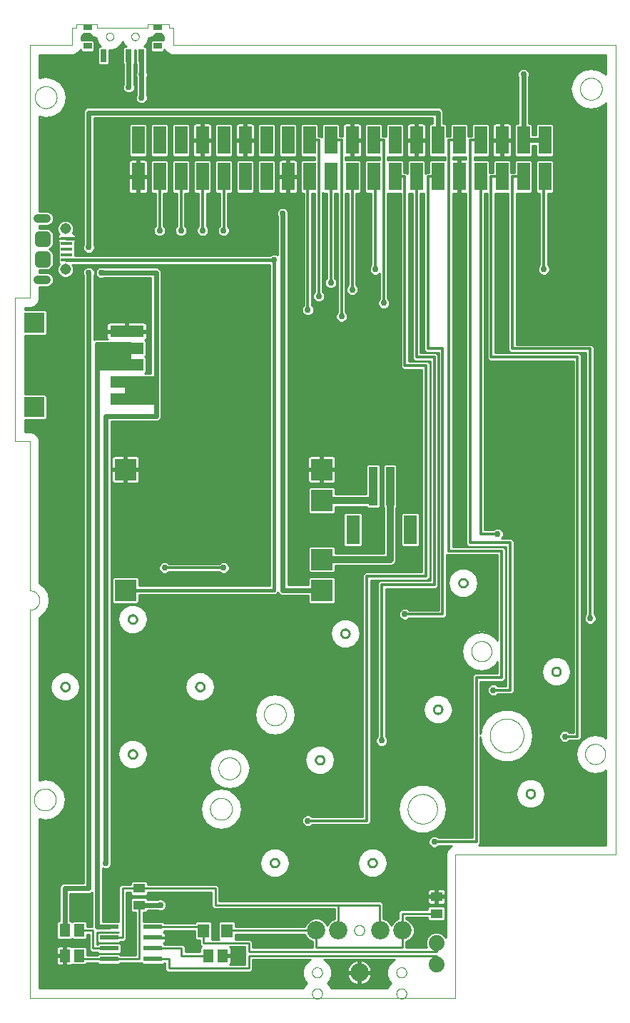
<source format=gbl>
G75*
%MOIN*%
%OFA0B0*%
%FSLAX25Y25*%
%IPPOS*%
%LPD*%
%AMOC8*
5,1,8,0,0,1.08239X$1,22.5*
%
%ADD10C,0.00000*%
%ADD11C,0.00039*%
%ADD12R,0.16535X0.13386*%
%ADD13R,0.15748X0.13386*%
%ADD14R,0.06000X0.13000*%
%ADD15R,0.10000X0.10000*%
%ADD16C,0.01000*%
%ADD17R,0.03937X0.03150*%
%ADD18R,0.02756X0.05906*%
%ADD19R,0.08661X0.02362*%
%ADD20R,0.05118X0.05906*%
%ADD21R,0.15748X0.05512*%
%ADD22R,0.09449X0.09449*%
%ADD23C,0.07400*%
%ADD24R,0.03937X0.18110*%
%ADD25R,0.06299X0.13386*%
%ADD26C,0.03740*%
%ADD27R,0.05315X0.01575*%
%ADD28C,0.04000*%
%ADD29C,0.05150*%
%ADD30R,0.05512X0.06299*%
%ADD31R,0.05512X0.04331*%
%ADD32C,0.08600*%
%ADD33C,0.02978*%
%ADD34C,0.01600*%
%ADD35C,0.01200*%
%ADD36C,0.02400*%
%ADD37C,0.03200*%
D10*
X0029320Y0017142D02*
X0029320Y0198244D01*
X0029453Y0198246D01*
X0029586Y0198252D01*
X0029718Y0198262D01*
X0029851Y0198275D01*
X0029982Y0198293D01*
X0030114Y0198314D01*
X0030244Y0198339D01*
X0030374Y0198368D01*
X0030503Y0198401D01*
X0030630Y0198438D01*
X0030757Y0198478D01*
X0030883Y0198522D01*
X0031007Y0198570D01*
X0031129Y0198621D01*
X0031250Y0198676D01*
X0031370Y0198735D01*
X0031487Y0198796D01*
X0031603Y0198862D01*
X0031717Y0198930D01*
X0031829Y0199002D01*
X0031938Y0199078D01*
X0032046Y0199156D01*
X0032151Y0199238D01*
X0032253Y0199322D01*
X0032353Y0199410D01*
X0032451Y0199500D01*
X0032545Y0199594D01*
X0032637Y0199690D01*
X0032726Y0199789D01*
X0032812Y0199890D01*
X0032895Y0199994D01*
X0032975Y0200100D01*
X0033052Y0200208D01*
X0033126Y0200319D01*
X0033196Y0200432D01*
X0033263Y0200546D01*
X0033327Y0200663D01*
X0033387Y0200782D01*
X0033444Y0200902D01*
X0033497Y0201024D01*
X0033546Y0201147D01*
X0033592Y0201272D01*
X0033635Y0201398D01*
X0033673Y0201525D01*
X0033708Y0201654D01*
X0033739Y0201783D01*
X0033766Y0201913D01*
X0033789Y0202044D01*
X0033809Y0202175D01*
X0033824Y0202308D01*
X0033836Y0202440D01*
X0033844Y0202573D01*
X0033848Y0202706D01*
X0033848Y0202838D01*
X0033844Y0202971D01*
X0033836Y0203104D01*
X0033824Y0203236D01*
X0033809Y0203369D01*
X0033789Y0203500D01*
X0033766Y0203631D01*
X0033739Y0203761D01*
X0033708Y0203890D01*
X0033673Y0204019D01*
X0033635Y0204146D01*
X0033592Y0204272D01*
X0033546Y0204397D01*
X0033497Y0204520D01*
X0033444Y0204642D01*
X0033387Y0204762D01*
X0033327Y0204881D01*
X0033263Y0204998D01*
X0033196Y0205112D01*
X0033126Y0205225D01*
X0033052Y0205336D01*
X0032975Y0205444D01*
X0032895Y0205550D01*
X0032812Y0205654D01*
X0032726Y0205755D01*
X0032637Y0205854D01*
X0032545Y0205950D01*
X0032451Y0206044D01*
X0032353Y0206134D01*
X0032253Y0206222D01*
X0032151Y0206306D01*
X0032046Y0206388D01*
X0031938Y0206466D01*
X0031829Y0206542D01*
X0031717Y0206614D01*
X0031603Y0206682D01*
X0031487Y0206748D01*
X0031370Y0206809D01*
X0031250Y0206868D01*
X0031129Y0206923D01*
X0031007Y0206974D01*
X0030883Y0207022D01*
X0030757Y0207066D01*
X0030630Y0207106D01*
X0030503Y0207143D01*
X0030374Y0207176D01*
X0030244Y0207205D01*
X0030114Y0207230D01*
X0029982Y0207251D01*
X0029851Y0207269D01*
X0029718Y0207282D01*
X0029586Y0207292D01*
X0029453Y0207298D01*
X0029320Y0207300D01*
X0029320Y0207299D02*
X0029320Y0276984D01*
X0022430Y0276984D01*
X0022430Y0343913D01*
X0029320Y0343913D01*
X0029320Y0462024D01*
X0049005Y0462024D01*
X0049005Y0469898D01*
X0050974Y0469898D01*
X0050974Y0471866D01*
X0060816Y0471866D01*
X0060816Y0469898D01*
X0084438Y0469898D01*
X0084438Y0471866D01*
X0094281Y0471866D01*
X0094281Y0469898D01*
X0096249Y0469898D01*
X0096249Y0462024D01*
X0302942Y0462024D01*
X0302942Y0083874D01*
X0228139Y0083874D01*
X0228139Y0017142D01*
X0029320Y0017142D01*
X0075383Y0130921D02*
X0075385Y0131009D01*
X0075391Y0131097D01*
X0075401Y0131185D01*
X0075415Y0131273D01*
X0075432Y0131359D01*
X0075454Y0131445D01*
X0075479Y0131529D01*
X0075509Y0131613D01*
X0075541Y0131695D01*
X0075578Y0131775D01*
X0075618Y0131854D01*
X0075662Y0131931D01*
X0075709Y0132006D01*
X0075759Y0132078D01*
X0075813Y0132149D01*
X0075869Y0132216D01*
X0075929Y0132282D01*
X0075991Y0132344D01*
X0076057Y0132404D01*
X0076124Y0132460D01*
X0076195Y0132514D01*
X0076267Y0132564D01*
X0076342Y0132611D01*
X0076419Y0132655D01*
X0076498Y0132695D01*
X0076578Y0132732D01*
X0076660Y0132764D01*
X0076744Y0132794D01*
X0076828Y0132819D01*
X0076914Y0132841D01*
X0077000Y0132858D01*
X0077088Y0132872D01*
X0077176Y0132882D01*
X0077264Y0132888D01*
X0077352Y0132890D01*
X0077440Y0132888D01*
X0077528Y0132882D01*
X0077616Y0132872D01*
X0077704Y0132858D01*
X0077790Y0132841D01*
X0077876Y0132819D01*
X0077960Y0132794D01*
X0078044Y0132764D01*
X0078126Y0132732D01*
X0078206Y0132695D01*
X0078285Y0132655D01*
X0078362Y0132611D01*
X0078437Y0132564D01*
X0078509Y0132514D01*
X0078580Y0132460D01*
X0078647Y0132404D01*
X0078713Y0132344D01*
X0078775Y0132282D01*
X0078835Y0132216D01*
X0078891Y0132149D01*
X0078945Y0132078D01*
X0078995Y0132006D01*
X0079042Y0131931D01*
X0079086Y0131854D01*
X0079126Y0131775D01*
X0079163Y0131695D01*
X0079195Y0131613D01*
X0079225Y0131529D01*
X0079250Y0131445D01*
X0079272Y0131359D01*
X0079289Y0131273D01*
X0079303Y0131185D01*
X0079313Y0131097D01*
X0079319Y0131009D01*
X0079321Y0130921D01*
X0079319Y0130833D01*
X0079313Y0130745D01*
X0079303Y0130657D01*
X0079289Y0130569D01*
X0079272Y0130483D01*
X0079250Y0130397D01*
X0079225Y0130313D01*
X0079195Y0130229D01*
X0079163Y0130147D01*
X0079126Y0130067D01*
X0079086Y0129988D01*
X0079042Y0129911D01*
X0078995Y0129836D01*
X0078945Y0129764D01*
X0078891Y0129693D01*
X0078835Y0129626D01*
X0078775Y0129560D01*
X0078713Y0129498D01*
X0078647Y0129438D01*
X0078580Y0129382D01*
X0078509Y0129328D01*
X0078437Y0129278D01*
X0078362Y0129231D01*
X0078285Y0129187D01*
X0078206Y0129147D01*
X0078126Y0129110D01*
X0078044Y0129078D01*
X0077960Y0129048D01*
X0077876Y0129023D01*
X0077790Y0129001D01*
X0077704Y0128984D01*
X0077616Y0128970D01*
X0077528Y0128960D01*
X0077440Y0128954D01*
X0077352Y0128952D01*
X0077264Y0128954D01*
X0077176Y0128960D01*
X0077088Y0128970D01*
X0077000Y0128984D01*
X0076914Y0129001D01*
X0076828Y0129023D01*
X0076744Y0129048D01*
X0076660Y0129078D01*
X0076578Y0129110D01*
X0076498Y0129147D01*
X0076419Y0129187D01*
X0076342Y0129231D01*
X0076267Y0129278D01*
X0076195Y0129328D01*
X0076124Y0129382D01*
X0076057Y0129438D01*
X0075991Y0129498D01*
X0075929Y0129560D01*
X0075869Y0129626D01*
X0075813Y0129693D01*
X0075759Y0129764D01*
X0075709Y0129836D01*
X0075662Y0129911D01*
X0075618Y0129988D01*
X0075578Y0130067D01*
X0075541Y0130147D01*
X0075509Y0130229D01*
X0075479Y0130313D01*
X0075454Y0130397D01*
X0075432Y0130483D01*
X0075415Y0130569D01*
X0075401Y0130657D01*
X0075391Y0130745D01*
X0075385Y0130833D01*
X0075383Y0130921D01*
X0043887Y0162417D02*
X0043889Y0162505D01*
X0043895Y0162593D01*
X0043905Y0162681D01*
X0043919Y0162769D01*
X0043936Y0162855D01*
X0043958Y0162941D01*
X0043983Y0163025D01*
X0044013Y0163109D01*
X0044045Y0163191D01*
X0044082Y0163271D01*
X0044122Y0163350D01*
X0044166Y0163427D01*
X0044213Y0163502D01*
X0044263Y0163574D01*
X0044317Y0163645D01*
X0044373Y0163712D01*
X0044433Y0163778D01*
X0044495Y0163840D01*
X0044561Y0163900D01*
X0044628Y0163956D01*
X0044699Y0164010D01*
X0044771Y0164060D01*
X0044846Y0164107D01*
X0044923Y0164151D01*
X0045002Y0164191D01*
X0045082Y0164228D01*
X0045164Y0164260D01*
X0045248Y0164290D01*
X0045332Y0164315D01*
X0045418Y0164337D01*
X0045504Y0164354D01*
X0045592Y0164368D01*
X0045680Y0164378D01*
X0045768Y0164384D01*
X0045856Y0164386D01*
X0045944Y0164384D01*
X0046032Y0164378D01*
X0046120Y0164368D01*
X0046208Y0164354D01*
X0046294Y0164337D01*
X0046380Y0164315D01*
X0046464Y0164290D01*
X0046548Y0164260D01*
X0046630Y0164228D01*
X0046710Y0164191D01*
X0046789Y0164151D01*
X0046866Y0164107D01*
X0046941Y0164060D01*
X0047013Y0164010D01*
X0047084Y0163956D01*
X0047151Y0163900D01*
X0047217Y0163840D01*
X0047279Y0163778D01*
X0047339Y0163712D01*
X0047395Y0163645D01*
X0047449Y0163574D01*
X0047499Y0163502D01*
X0047546Y0163427D01*
X0047590Y0163350D01*
X0047630Y0163271D01*
X0047667Y0163191D01*
X0047699Y0163109D01*
X0047729Y0163025D01*
X0047754Y0162941D01*
X0047776Y0162855D01*
X0047793Y0162769D01*
X0047807Y0162681D01*
X0047817Y0162593D01*
X0047823Y0162505D01*
X0047825Y0162417D01*
X0047823Y0162329D01*
X0047817Y0162241D01*
X0047807Y0162153D01*
X0047793Y0162065D01*
X0047776Y0161979D01*
X0047754Y0161893D01*
X0047729Y0161809D01*
X0047699Y0161725D01*
X0047667Y0161643D01*
X0047630Y0161563D01*
X0047590Y0161484D01*
X0047546Y0161407D01*
X0047499Y0161332D01*
X0047449Y0161260D01*
X0047395Y0161189D01*
X0047339Y0161122D01*
X0047279Y0161056D01*
X0047217Y0160994D01*
X0047151Y0160934D01*
X0047084Y0160878D01*
X0047013Y0160824D01*
X0046941Y0160774D01*
X0046866Y0160727D01*
X0046789Y0160683D01*
X0046710Y0160643D01*
X0046630Y0160606D01*
X0046548Y0160574D01*
X0046464Y0160544D01*
X0046380Y0160519D01*
X0046294Y0160497D01*
X0046208Y0160480D01*
X0046120Y0160466D01*
X0046032Y0160456D01*
X0045944Y0160450D01*
X0045856Y0160448D01*
X0045768Y0160450D01*
X0045680Y0160456D01*
X0045592Y0160466D01*
X0045504Y0160480D01*
X0045418Y0160497D01*
X0045332Y0160519D01*
X0045248Y0160544D01*
X0045164Y0160574D01*
X0045082Y0160606D01*
X0045002Y0160643D01*
X0044923Y0160683D01*
X0044846Y0160727D01*
X0044771Y0160774D01*
X0044699Y0160824D01*
X0044628Y0160878D01*
X0044561Y0160934D01*
X0044495Y0160994D01*
X0044433Y0161056D01*
X0044373Y0161122D01*
X0044317Y0161189D01*
X0044263Y0161260D01*
X0044213Y0161332D01*
X0044166Y0161407D01*
X0044122Y0161484D01*
X0044082Y0161563D01*
X0044045Y0161643D01*
X0044013Y0161725D01*
X0043983Y0161809D01*
X0043958Y0161893D01*
X0043936Y0161979D01*
X0043919Y0162065D01*
X0043905Y0162153D01*
X0043895Y0162241D01*
X0043889Y0162329D01*
X0043887Y0162417D01*
X0075383Y0193913D02*
X0075385Y0194001D01*
X0075391Y0194089D01*
X0075401Y0194177D01*
X0075415Y0194265D01*
X0075432Y0194351D01*
X0075454Y0194437D01*
X0075479Y0194521D01*
X0075509Y0194605D01*
X0075541Y0194687D01*
X0075578Y0194767D01*
X0075618Y0194846D01*
X0075662Y0194923D01*
X0075709Y0194998D01*
X0075759Y0195070D01*
X0075813Y0195141D01*
X0075869Y0195208D01*
X0075929Y0195274D01*
X0075991Y0195336D01*
X0076057Y0195396D01*
X0076124Y0195452D01*
X0076195Y0195506D01*
X0076267Y0195556D01*
X0076342Y0195603D01*
X0076419Y0195647D01*
X0076498Y0195687D01*
X0076578Y0195724D01*
X0076660Y0195756D01*
X0076744Y0195786D01*
X0076828Y0195811D01*
X0076914Y0195833D01*
X0077000Y0195850D01*
X0077088Y0195864D01*
X0077176Y0195874D01*
X0077264Y0195880D01*
X0077352Y0195882D01*
X0077440Y0195880D01*
X0077528Y0195874D01*
X0077616Y0195864D01*
X0077704Y0195850D01*
X0077790Y0195833D01*
X0077876Y0195811D01*
X0077960Y0195786D01*
X0078044Y0195756D01*
X0078126Y0195724D01*
X0078206Y0195687D01*
X0078285Y0195647D01*
X0078362Y0195603D01*
X0078437Y0195556D01*
X0078509Y0195506D01*
X0078580Y0195452D01*
X0078647Y0195396D01*
X0078713Y0195336D01*
X0078775Y0195274D01*
X0078835Y0195208D01*
X0078891Y0195141D01*
X0078945Y0195070D01*
X0078995Y0194998D01*
X0079042Y0194923D01*
X0079086Y0194846D01*
X0079126Y0194767D01*
X0079163Y0194687D01*
X0079195Y0194605D01*
X0079225Y0194521D01*
X0079250Y0194437D01*
X0079272Y0194351D01*
X0079289Y0194265D01*
X0079303Y0194177D01*
X0079313Y0194089D01*
X0079319Y0194001D01*
X0079321Y0193913D01*
X0079319Y0193825D01*
X0079313Y0193737D01*
X0079303Y0193649D01*
X0079289Y0193561D01*
X0079272Y0193475D01*
X0079250Y0193389D01*
X0079225Y0193305D01*
X0079195Y0193221D01*
X0079163Y0193139D01*
X0079126Y0193059D01*
X0079086Y0192980D01*
X0079042Y0192903D01*
X0078995Y0192828D01*
X0078945Y0192756D01*
X0078891Y0192685D01*
X0078835Y0192618D01*
X0078775Y0192552D01*
X0078713Y0192490D01*
X0078647Y0192430D01*
X0078580Y0192374D01*
X0078509Y0192320D01*
X0078437Y0192270D01*
X0078362Y0192223D01*
X0078285Y0192179D01*
X0078206Y0192139D01*
X0078126Y0192102D01*
X0078044Y0192070D01*
X0077960Y0192040D01*
X0077876Y0192015D01*
X0077790Y0191993D01*
X0077704Y0191976D01*
X0077616Y0191962D01*
X0077528Y0191952D01*
X0077440Y0191946D01*
X0077352Y0191944D01*
X0077264Y0191946D01*
X0077176Y0191952D01*
X0077088Y0191962D01*
X0077000Y0191976D01*
X0076914Y0191993D01*
X0076828Y0192015D01*
X0076744Y0192040D01*
X0076660Y0192070D01*
X0076578Y0192102D01*
X0076498Y0192139D01*
X0076419Y0192179D01*
X0076342Y0192223D01*
X0076267Y0192270D01*
X0076195Y0192320D01*
X0076124Y0192374D01*
X0076057Y0192430D01*
X0075991Y0192490D01*
X0075929Y0192552D01*
X0075869Y0192618D01*
X0075813Y0192685D01*
X0075759Y0192756D01*
X0075709Y0192828D01*
X0075662Y0192903D01*
X0075618Y0192980D01*
X0075578Y0193059D01*
X0075541Y0193139D01*
X0075509Y0193221D01*
X0075479Y0193305D01*
X0075454Y0193389D01*
X0075432Y0193475D01*
X0075415Y0193561D01*
X0075401Y0193649D01*
X0075391Y0193737D01*
X0075385Y0193825D01*
X0075383Y0193913D01*
X0106879Y0162417D02*
X0106881Y0162505D01*
X0106887Y0162593D01*
X0106897Y0162681D01*
X0106911Y0162769D01*
X0106928Y0162855D01*
X0106950Y0162941D01*
X0106975Y0163025D01*
X0107005Y0163109D01*
X0107037Y0163191D01*
X0107074Y0163271D01*
X0107114Y0163350D01*
X0107158Y0163427D01*
X0107205Y0163502D01*
X0107255Y0163574D01*
X0107309Y0163645D01*
X0107365Y0163712D01*
X0107425Y0163778D01*
X0107487Y0163840D01*
X0107553Y0163900D01*
X0107620Y0163956D01*
X0107691Y0164010D01*
X0107763Y0164060D01*
X0107838Y0164107D01*
X0107915Y0164151D01*
X0107994Y0164191D01*
X0108074Y0164228D01*
X0108156Y0164260D01*
X0108240Y0164290D01*
X0108324Y0164315D01*
X0108410Y0164337D01*
X0108496Y0164354D01*
X0108584Y0164368D01*
X0108672Y0164378D01*
X0108760Y0164384D01*
X0108848Y0164386D01*
X0108936Y0164384D01*
X0109024Y0164378D01*
X0109112Y0164368D01*
X0109200Y0164354D01*
X0109286Y0164337D01*
X0109372Y0164315D01*
X0109456Y0164290D01*
X0109540Y0164260D01*
X0109622Y0164228D01*
X0109702Y0164191D01*
X0109781Y0164151D01*
X0109858Y0164107D01*
X0109933Y0164060D01*
X0110005Y0164010D01*
X0110076Y0163956D01*
X0110143Y0163900D01*
X0110209Y0163840D01*
X0110271Y0163778D01*
X0110331Y0163712D01*
X0110387Y0163645D01*
X0110441Y0163574D01*
X0110491Y0163502D01*
X0110538Y0163427D01*
X0110582Y0163350D01*
X0110622Y0163271D01*
X0110659Y0163191D01*
X0110691Y0163109D01*
X0110721Y0163025D01*
X0110746Y0162941D01*
X0110768Y0162855D01*
X0110785Y0162769D01*
X0110799Y0162681D01*
X0110809Y0162593D01*
X0110815Y0162505D01*
X0110817Y0162417D01*
X0110815Y0162329D01*
X0110809Y0162241D01*
X0110799Y0162153D01*
X0110785Y0162065D01*
X0110768Y0161979D01*
X0110746Y0161893D01*
X0110721Y0161809D01*
X0110691Y0161725D01*
X0110659Y0161643D01*
X0110622Y0161563D01*
X0110582Y0161484D01*
X0110538Y0161407D01*
X0110491Y0161332D01*
X0110441Y0161260D01*
X0110387Y0161189D01*
X0110331Y0161122D01*
X0110271Y0161056D01*
X0110209Y0160994D01*
X0110143Y0160934D01*
X0110076Y0160878D01*
X0110005Y0160824D01*
X0109933Y0160774D01*
X0109858Y0160727D01*
X0109781Y0160683D01*
X0109702Y0160643D01*
X0109622Y0160606D01*
X0109540Y0160574D01*
X0109456Y0160544D01*
X0109372Y0160519D01*
X0109286Y0160497D01*
X0109200Y0160480D01*
X0109112Y0160466D01*
X0109024Y0160456D01*
X0108936Y0160450D01*
X0108848Y0160448D01*
X0108760Y0160450D01*
X0108672Y0160456D01*
X0108584Y0160466D01*
X0108496Y0160480D01*
X0108410Y0160497D01*
X0108324Y0160519D01*
X0108240Y0160544D01*
X0108156Y0160574D01*
X0108074Y0160606D01*
X0107994Y0160643D01*
X0107915Y0160683D01*
X0107838Y0160727D01*
X0107763Y0160774D01*
X0107691Y0160824D01*
X0107620Y0160878D01*
X0107553Y0160934D01*
X0107487Y0160994D01*
X0107425Y0161056D01*
X0107365Y0161122D01*
X0107309Y0161189D01*
X0107255Y0161260D01*
X0107205Y0161332D01*
X0107158Y0161407D01*
X0107114Y0161484D01*
X0107074Y0161563D01*
X0107037Y0161643D01*
X0107005Y0161725D01*
X0106975Y0161809D01*
X0106950Y0161893D01*
X0106928Y0161979D01*
X0106911Y0162065D01*
X0106897Y0162153D01*
X0106887Y0162241D01*
X0106881Y0162329D01*
X0106879Y0162417D01*
X0141741Y0080173D02*
X0141743Y0080261D01*
X0141749Y0080349D01*
X0141759Y0080437D01*
X0141773Y0080525D01*
X0141790Y0080611D01*
X0141812Y0080697D01*
X0141837Y0080781D01*
X0141867Y0080865D01*
X0141899Y0080947D01*
X0141936Y0081027D01*
X0141976Y0081106D01*
X0142020Y0081183D01*
X0142067Y0081258D01*
X0142117Y0081330D01*
X0142171Y0081401D01*
X0142227Y0081468D01*
X0142287Y0081534D01*
X0142349Y0081596D01*
X0142415Y0081656D01*
X0142482Y0081712D01*
X0142553Y0081766D01*
X0142625Y0081816D01*
X0142700Y0081863D01*
X0142777Y0081907D01*
X0142856Y0081947D01*
X0142936Y0081984D01*
X0143018Y0082016D01*
X0143102Y0082046D01*
X0143186Y0082071D01*
X0143272Y0082093D01*
X0143358Y0082110D01*
X0143446Y0082124D01*
X0143534Y0082134D01*
X0143622Y0082140D01*
X0143710Y0082142D01*
X0143798Y0082140D01*
X0143886Y0082134D01*
X0143974Y0082124D01*
X0144062Y0082110D01*
X0144148Y0082093D01*
X0144234Y0082071D01*
X0144318Y0082046D01*
X0144402Y0082016D01*
X0144484Y0081984D01*
X0144564Y0081947D01*
X0144643Y0081907D01*
X0144720Y0081863D01*
X0144795Y0081816D01*
X0144867Y0081766D01*
X0144938Y0081712D01*
X0145005Y0081656D01*
X0145071Y0081596D01*
X0145133Y0081534D01*
X0145193Y0081468D01*
X0145249Y0081401D01*
X0145303Y0081330D01*
X0145353Y0081258D01*
X0145400Y0081183D01*
X0145444Y0081106D01*
X0145484Y0081027D01*
X0145521Y0080947D01*
X0145553Y0080865D01*
X0145583Y0080781D01*
X0145608Y0080697D01*
X0145630Y0080611D01*
X0145647Y0080525D01*
X0145661Y0080437D01*
X0145671Y0080349D01*
X0145677Y0080261D01*
X0145679Y0080173D01*
X0145677Y0080085D01*
X0145671Y0079997D01*
X0145661Y0079909D01*
X0145647Y0079821D01*
X0145630Y0079735D01*
X0145608Y0079649D01*
X0145583Y0079565D01*
X0145553Y0079481D01*
X0145521Y0079399D01*
X0145484Y0079319D01*
X0145444Y0079240D01*
X0145400Y0079163D01*
X0145353Y0079088D01*
X0145303Y0079016D01*
X0145249Y0078945D01*
X0145193Y0078878D01*
X0145133Y0078812D01*
X0145071Y0078750D01*
X0145005Y0078690D01*
X0144938Y0078634D01*
X0144867Y0078580D01*
X0144795Y0078530D01*
X0144720Y0078483D01*
X0144643Y0078439D01*
X0144564Y0078399D01*
X0144484Y0078362D01*
X0144402Y0078330D01*
X0144318Y0078300D01*
X0144234Y0078275D01*
X0144148Y0078253D01*
X0144062Y0078236D01*
X0143974Y0078222D01*
X0143886Y0078212D01*
X0143798Y0078206D01*
X0143710Y0078204D01*
X0143622Y0078206D01*
X0143534Y0078212D01*
X0143446Y0078222D01*
X0143358Y0078236D01*
X0143272Y0078253D01*
X0143186Y0078275D01*
X0143102Y0078300D01*
X0143018Y0078330D01*
X0142936Y0078362D01*
X0142856Y0078399D01*
X0142777Y0078439D01*
X0142700Y0078483D01*
X0142625Y0078530D01*
X0142553Y0078580D01*
X0142482Y0078634D01*
X0142415Y0078690D01*
X0142349Y0078750D01*
X0142287Y0078812D01*
X0142227Y0078878D01*
X0142171Y0078945D01*
X0142117Y0079016D01*
X0142067Y0079088D01*
X0142020Y0079163D01*
X0141976Y0079240D01*
X0141936Y0079319D01*
X0141899Y0079399D01*
X0141867Y0079481D01*
X0141837Y0079565D01*
X0141812Y0079649D01*
X0141790Y0079735D01*
X0141773Y0079821D01*
X0141759Y0079909D01*
X0141749Y0079997D01*
X0141743Y0080085D01*
X0141741Y0080173D01*
X0162863Y0128205D02*
X0162865Y0128293D01*
X0162871Y0128381D01*
X0162881Y0128469D01*
X0162895Y0128557D01*
X0162912Y0128643D01*
X0162934Y0128729D01*
X0162959Y0128813D01*
X0162989Y0128897D01*
X0163021Y0128979D01*
X0163058Y0129059D01*
X0163098Y0129138D01*
X0163142Y0129215D01*
X0163189Y0129290D01*
X0163239Y0129362D01*
X0163293Y0129433D01*
X0163349Y0129500D01*
X0163409Y0129566D01*
X0163471Y0129628D01*
X0163537Y0129688D01*
X0163604Y0129744D01*
X0163675Y0129798D01*
X0163747Y0129848D01*
X0163822Y0129895D01*
X0163899Y0129939D01*
X0163978Y0129979D01*
X0164058Y0130016D01*
X0164140Y0130048D01*
X0164224Y0130078D01*
X0164308Y0130103D01*
X0164394Y0130125D01*
X0164480Y0130142D01*
X0164568Y0130156D01*
X0164656Y0130166D01*
X0164744Y0130172D01*
X0164832Y0130174D01*
X0164920Y0130172D01*
X0165008Y0130166D01*
X0165096Y0130156D01*
X0165184Y0130142D01*
X0165270Y0130125D01*
X0165356Y0130103D01*
X0165440Y0130078D01*
X0165524Y0130048D01*
X0165606Y0130016D01*
X0165686Y0129979D01*
X0165765Y0129939D01*
X0165842Y0129895D01*
X0165917Y0129848D01*
X0165989Y0129798D01*
X0166060Y0129744D01*
X0166127Y0129688D01*
X0166193Y0129628D01*
X0166255Y0129566D01*
X0166315Y0129500D01*
X0166371Y0129433D01*
X0166425Y0129362D01*
X0166475Y0129290D01*
X0166522Y0129215D01*
X0166566Y0129138D01*
X0166606Y0129059D01*
X0166643Y0128979D01*
X0166675Y0128897D01*
X0166705Y0128813D01*
X0166730Y0128729D01*
X0166752Y0128643D01*
X0166769Y0128557D01*
X0166783Y0128469D01*
X0166793Y0128381D01*
X0166799Y0128293D01*
X0166801Y0128205D01*
X0166799Y0128117D01*
X0166793Y0128029D01*
X0166783Y0127941D01*
X0166769Y0127853D01*
X0166752Y0127767D01*
X0166730Y0127681D01*
X0166705Y0127597D01*
X0166675Y0127513D01*
X0166643Y0127431D01*
X0166606Y0127351D01*
X0166566Y0127272D01*
X0166522Y0127195D01*
X0166475Y0127120D01*
X0166425Y0127048D01*
X0166371Y0126977D01*
X0166315Y0126910D01*
X0166255Y0126844D01*
X0166193Y0126782D01*
X0166127Y0126722D01*
X0166060Y0126666D01*
X0165989Y0126612D01*
X0165917Y0126562D01*
X0165842Y0126515D01*
X0165765Y0126471D01*
X0165686Y0126431D01*
X0165606Y0126394D01*
X0165524Y0126362D01*
X0165440Y0126332D01*
X0165356Y0126307D01*
X0165270Y0126285D01*
X0165184Y0126268D01*
X0165096Y0126254D01*
X0165008Y0126244D01*
X0164920Y0126238D01*
X0164832Y0126236D01*
X0164744Y0126238D01*
X0164656Y0126244D01*
X0164568Y0126254D01*
X0164480Y0126268D01*
X0164394Y0126285D01*
X0164308Y0126307D01*
X0164224Y0126332D01*
X0164140Y0126362D01*
X0164058Y0126394D01*
X0163978Y0126431D01*
X0163899Y0126471D01*
X0163822Y0126515D01*
X0163747Y0126562D01*
X0163675Y0126612D01*
X0163604Y0126666D01*
X0163537Y0126722D01*
X0163471Y0126782D01*
X0163409Y0126844D01*
X0163349Y0126910D01*
X0163293Y0126977D01*
X0163239Y0127048D01*
X0163189Y0127120D01*
X0163142Y0127195D01*
X0163098Y0127272D01*
X0163058Y0127351D01*
X0163021Y0127431D01*
X0162989Y0127513D01*
X0162959Y0127597D01*
X0162934Y0127681D01*
X0162912Y0127767D01*
X0162895Y0127853D01*
X0162881Y0127941D01*
X0162871Y0128029D01*
X0162865Y0128117D01*
X0162863Y0128205D01*
X0187410Y0080173D02*
X0187412Y0080261D01*
X0187418Y0080349D01*
X0187428Y0080437D01*
X0187442Y0080525D01*
X0187459Y0080611D01*
X0187481Y0080697D01*
X0187506Y0080781D01*
X0187536Y0080865D01*
X0187568Y0080947D01*
X0187605Y0081027D01*
X0187645Y0081106D01*
X0187689Y0081183D01*
X0187736Y0081258D01*
X0187786Y0081330D01*
X0187840Y0081401D01*
X0187896Y0081468D01*
X0187956Y0081534D01*
X0188018Y0081596D01*
X0188084Y0081656D01*
X0188151Y0081712D01*
X0188222Y0081766D01*
X0188294Y0081816D01*
X0188369Y0081863D01*
X0188446Y0081907D01*
X0188525Y0081947D01*
X0188605Y0081984D01*
X0188687Y0082016D01*
X0188771Y0082046D01*
X0188855Y0082071D01*
X0188941Y0082093D01*
X0189027Y0082110D01*
X0189115Y0082124D01*
X0189203Y0082134D01*
X0189291Y0082140D01*
X0189379Y0082142D01*
X0189467Y0082140D01*
X0189555Y0082134D01*
X0189643Y0082124D01*
X0189731Y0082110D01*
X0189817Y0082093D01*
X0189903Y0082071D01*
X0189987Y0082046D01*
X0190071Y0082016D01*
X0190153Y0081984D01*
X0190233Y0081947D01*
X0190312Y0081907D01*
X0190389Y0081863D01*
X0190464Y0081816D01*
X0190536Y0081766D01*
X0190607Y0081712D01*
X0190674Y0081656D01*
X0190740Y0081596D01*
X0190802Y0081534D01*
X0190862Y0081468D01*
X0190918Y0081401D01*
X0190972Y0081330D01*
X0191022Y0081258D01*
X0191069Y0081183D01*
X0191113Y0081106D01*
X0191153Y0081027D01*
X0191190Y0080947D01*
X0191222Y0080865D01*
X0191252Y0080781D01*
X0191277Y0080697D01*
X0191299Y0080611D01*
X0191316Y0080525D01*
X0191330Y0080437D01*
X0191340Y0080349D01*
X0191346Y0080261D01*
X0191348Y0080173D01*
X0191346Y0080085D01*
X0191340Y0079997D01*
X0191330Y0079909D01*
X0191316Y0079821D01*
X0191299Y0079735D01*
X0191277Y0079649D01*
X0191252Y0079565D01*
X0191222Y0079481D01*
X0191190Y0079399D01*
X0191153Y0079319D01*
X0191113Y0079240D01*
X0191069Y0079163D01*
X0191022Y0079088D01*
X0190972Y0079016D01*
X0190918Y0078945D01*
X0190862Y0078878D01*
X0190802Y0078812D01*
X0190740Y0078750D01*
X0190674Y0078690D01*
X0190607Y0078634D01*
X0190536Y0078580D01*
X0190464Y0078530D01*
X0190389Y0078483D01*
X0190312Y0078439D01*
X0190233Y0078399D01*
X0190153Y0078362D01*
X0190071Y0078330D01*
X0189987Y0078300D01*
X0189903Y0078275D01*
X0189817Y0078253D01*
X0189731Y0078236D01*
X0189643Y0078222D01*
X0189555Y0078212D01*
X0189467Y0078206D01*
X0189379Y0078204D01*
X0189291Y0078206D01*
X0189203Y0078212D01*
X0189115Y0078222D01*
X0189027Y0078236D01*
X0188941Y0078253D01*
X0188855Y0078275D01*
X0188771Y0078300D01*
X0188687Y0078330D01*
X0188605Y0078362D01*
X0188525Y0078399D01*
X0188446Y0078439D01*
X0188369Y0078483D01*
X0188294Y0078530D01*
X0188222Y0078580D01*
X0188151Y0078634D01*
X0188084Y0078690D01*
X0188018Y0078750D01*
X0187956Y0078812D01*
X0187896Y0078878D01*
X0187840Y0078945D01*
X0187786Y0079016D01*
X0187736Y0079088D01*
X0187689Y0079163D01*
X0187645Y0079240D01*
X0187605Y0079319D01*
X0187568Y0079399D01*
X0187536Y0079481D01*
X0187506Y0079565D01*
X0187481Y0079649D01*
X0187459Y0079735D01*
X0187442Y0079821D01*
X0187428Y0079909D01*
X0187418Y0079997D01*
X0187412Y0080085D01*
X0187410Y0080173D01*
X0180895Y0048638D02*
X0180897Y0048735D01*
X0180903Y0048832D01*
X0180913Y0048928D01*
X0180927Y0049024D01*
X0180945Y0049120D01*
X0180966Y0049214D01*
X0180992Y0049308D01*
X0181021Y0049400D01*
X0181055Y0049491D01*
X0181091Y0049581D01*
X0181132Y0049669D01*
X0181176Y0049755D01*
X0181224Y0049840D01*
X0181275Y0049922D01*
X0181329Y0050003D01*
X0181387Y0050081D01*
X0181448Y0050156D01*
X0181511Y0050229D01*
X0181578Y0050300D01*
X0181648Y0050367D01*
X0181720Y0050432D01*
X0181795Y0050493D01*
X0181873Y0050552D01*
X0181952Y0050607D01*
X0182034Y0050659D01*
X0182118Y0050707D01*
X0182204Y0050752D01*
X0182292Y0050794D01*
X0182381Y0050832D01*
X0182472Y0050866D01*
X0182564Y0050896D01*
X0182657Y0050923D01*
X0182752Y0050945D01*
X0182847Y0050964D01*
X0182943Y0050979D01*
X0183039Y0050990D01*
X0183136Y0050997D01*
X0183233Y0051000D01*
X0183330Y0050999D01*
X0183427Y0050994D01*
X0183523Y0050985D01*
X0183619Y0050972D01*
X0183715Y0050955D01*
X0183810Y0050934D01*
X0183903Y0050910D01*
X0183996Y0050881D01*
X0184088Y0050849D01*
X0184178Y0050813D01*
X0184266Y0050774D01*
X0184353Y0050730D01*
X0184438Y0050684D01*
X0184521Y0050633D01*
X0184602Y0050580D01*
X0184680Y0050523D01*
X0184757Y0050463D01*
X0184830Y0050400D01*
X0184901Y0050334D01*
X0184969Y0050265D01*
X0185035Y0050193D01*
X0185097Y0050119D01*
X0185156Y0050042D01*
X0185212Y0049963D01*
X0185265Y0049881D01*
X0185315Y0049798D01*
X0185360Y0049712D01*
X0185403Y0049625D01*
X0185442Y0049536D01*
X0185477Y0049446D01*
X0185508Y0049354D01*
X0185535Y0049261D01*
X0185559Y0049167D01*
X0185579Y0049072D01*
X0185595Y0048976D01*
X0185607Y0048880D01*
X0185615Y0048783D01*
X0185619Y0048686D01*
X0185619Y0048590D01*
X0185615Y0048493D01*
X0185607Y0048396D01*
X0185595Y0048300D01*
X0185579Y0048204D01*
X0185559Y0048109D01*
X0185535Y0048015D01*
X0185508Y0047922D01*
X0185477Y0047830D01*
X0185442Y0047740D01*
X0185403Y0047651D01*
X0185360Y0047564D01*
X0185315Y0047478D01*
X0185265Y0047395D01*
X0185212Y0047313D01*
X0185156Y0047234D01*
X0185097Y0047157D01*
X0185035Y0047083D01*
X0184969Y0047011D01*
X0184901Y0046942D01*
X0184830Y0046876D01*
X0184757Y0046813D01*
X0184680Y0046753D01*
X0184602Y0046696D01*
X0184521Y0046643D01*
X0184438Y0046592D01*
X0184353Y0046546D01*
X0184266Y0046502D01*
X0184178Y0046463D01*
X0184088Y0046427D01*
X0183996Y0046395D01*
X0183903Y0046366D01*
X0183810Y0046342D01*
X0183715Y0046321D01*
X0183619Y0046304D01*
X0183523Y0046291D01*
X0183427Y0046282D01*
X0183330Y0046277D01*
X0183233Y0046276D01*
X0183136Y0046279D01*
X0183039Y0046286D01*
X0182943Y0046297D01*
X0182847Y0046312D01*
X0182752Y0046331D01*
X0182657Y0046353D01*
X0182564Y0046380D01*
X0182472Y0046410D01*
X0182381Y0046444D01*
X0182292Y0046482D01*
X0182204Y0046524D01*
X0182118Y0046569D01*
X0182034Y0046617D01*
X0181952Y0046669D01*
X0181873Y0046724D01*
X0181795Y0046783D01*
X0181720Y0046844D01*
X0181648Y0046909D01*
X0181578Y0046976D01*
X0181511Y0047047D01*
X0181448Y0047120D01*
X0181387Y0047195D01*
X0181329Y0047273D01*
X0181275Y0047354D01*
X0181224Y0047436D01*
X0181176Y0047521D01*
X0181132Y0047607D01*
X0181091Y0047695D01*
X0181055Y0047785D01*
X0181021Y0047876D01*
X0180992Y0047968D01*
X0180966Y0048062D01*
X0180945Y0048156D01*
X0180927Y0048252D01*
X0180913Y0048348D01*
X0180903Y0048444D01*
X0180897Y0048541D01*
X0180895Y0048638D01*
X0161210Y0028953D02*
X0161212Y0029050D01*
X0161218Y0029147D01*
X0161228Y0029243D01*
X0161242Y0029339D01*
X0161260Y0029435D01*
X0161281Y0029529D01*
X0161307Y0029623D01*
X0161336Y0029715D01*
X0161370Y0029806D01*
X0161406Y0029896D01*
X0161447Y0029984D01*
X0161491Y0030070D01*
X0161539Y0030155D01*
X0161590Y0030237D01*
X0161644Y0030318D01*
X0161702Y0030396D01*
X0161763Y0030471D01*
X0161826Y0030544D01*
X0161893Y0030615D01*
X0161963Y0030682D01*
X0162035Y0030747D01*
X0162110Y0030808D01*
X0162188Y0030867D01*
X0162267Y0030922D01*
X0162349Y0030974D01*
X0162433Y0031022D01*
X0162519Y0031067D01*
X0162607Y0031109D01*
X0162696Y0031147D01*
X0162787Y0031181D01*
X0162879Y0031211D01*
X0162972Y0031238D01*
X0163067Y0031260D01*
X0163162Y0031279D01*
X0163258Y0031294D01*
X0163354Y0031305D01*
X0163451Y0031312D01*
X0163548Y0031315D01*
X0163645Y0031314D01*
X0163742Y0031309D01*
X0163838Y0031300D01*
X0163934Y0031287D01*
X0164030Y0031270D01*
X0164125Y0031249D01*
X0164218Y0031225D01*
X0164311Y0031196D01*
X0164403Y0031164D01*
X0164493Y0031128D01*
X0164581Y0031089D01*
X0164668Y0031045D01*
X0164753Y0030999D01*
X0164836Y0030948D01*
X0164917Y0030895D01*
X0164995Y0030838D01*
X0165072Y0030778D01*
X0165145Y0030715D01*
X0165216Y0030649D01*
X0165284Y0030580D01*
X0165350Y0030508D01*
X0165412Y0030434D01*
X0165471Y0030357D01*
X0165527Y0030278D01*
X0165580Y0030196D01*
X0165630Y0030113D01*
X0165675Y0030027D01*
X0165718Y0029940D01*
X0165757Y0029851D01*
X0165792Y0029761D01*
X0165823Y0029669D01*
X0165850Y0029576D01*
X0165874Y0029482D01*
X0165894Y0029387D01*
X0165910Y0029291D01*
X0165922Y0029195D01*
X0165930Y0029098D01*
X0165934Y0029001D01*
X0165934Y0028905D01*
X0165930Y0028808D01*
X0165922Y0028711D01*
X0165910Y0028615D01*
X0165894Y0028519D01*
X0165874Y0028424D01*
X0165850Y0028330D01*
X0165823Y0028237D01*
X0165792Y0028145D01*
X0165757Y0028055D01*
X0165718Y0027966D01*
X0165675Y0027879D01*
X0165630Y0027793D01*
X0165580Y0027710D01*
X0165527Y0027628D01*
X0165471Y0027549D01*
X0165412Y0027472D01*
X0165350Y0027398D01*
X0165284Y0027326D01*
X0165216Y0027257D01*
X0165145Y0027191D01*
X0165072Y0027128D01*
X0164995Y0027068D01*
X0164917Y0027011D01*
X0164836Y0026958D01*
X0164753Y0026907D01*
X0164668Y0026861D01*
X0164581Y0026817D01*
X0164493Y0026778D01*
X0164403Y0026742D01*
X0164311Y0026710D01*
X0164218Y0026681D01*
X0164125Y0026657D01*
X0164030Y0026636D01*
X0163934Y0026619D01*
X0163838Y0026606D01*
X0163742Y0026597D01*
X0163645Y0026592D01*
X0163548Y0026591D01*
X0163451Y0026594D01*
X0163354Y0026601D01*
X0163258Y0026612D01*
X0163162Y0026627D01*
X0163067Y0026646D01*
X0162972Y0026668D01*
X0162879Y0026695D01*
X0162787Y0026725D01*
X0162696Y0026759D01*
X0162607Y0026797D01*
X0162519Y0026839D01*
X0162433Y0026884D01*
X0162349Y0026932D01*
X0162267Y0026984D01*
X0162188Y0027039D01*
X0162110Y0027098D01*
X0162035Y0027159D01*
X0161963Y0027224D01*
X0161893Y0027291D01*
X0161826Y0027362D01*
X0161763Y0027435D01*
X0161702Y0027510D01*
X0161644Y0027588D01*
X0161590Y0027669D01*
X0161539Y0027751D01*
X0161491Y0027836D01*
X0161447Y0027922D01*
X0161406Y0028010D01*
X0161370Y0028100D01*
X0161336Y0028191D01*
X0161307Y0028283D01*
X0161281Y0028377D01*
X0161260Y0028471D01*
X0161242Y0028567D01*
X0161228Y0028663D01*
X0161218Y0028759D01*
X0161212Y0028856D01*
X0161210Y0028953D01*
X0161210Y0019110D02*
X0161212Y0019207D01*
X0161218Y0019304D01*
X0161228Y0019400D01*
X0161242Y0019496D01*
X0161260Y0019592D01*
X0161281Y0019686D01*
X0161307Y0019780D01*
X0161336Y0019872D01*
X0161370Y0019963D01*
X0161406Y0020053D01*
X0161447Y0020141D01*
X0161491Y0020227D01*
X0161539Y0020312D01*
X0161590Y0020394D01*
X0161644Y0020475D01*
X0161702Y0020553D01*
X0161763Y0020628D01*
X0161826Y0020701D01*
X0161893Y0020772D01*
X0161963Y0020839D01*
X0162035Y0020904D01*
X0162110Y0020965D01*
X0162188Y0021024D01*
X0162267Y0021079D01*
X0162349Y0021131D01*
X0162433Y0021179D01*
X0162519Y0021224D01*
X0162607Y0021266D01*
X0162696Y0021304D01*
X0162787Y0021338D01*
X0162879Y0021368D01*
X0162972Y0021395D01*
X0163067Y0021417D01*
X0163162Y0021436D01*
X0163258Y0021451D01*
X0163354Y0021462D01*
X0163451Y0021469D01*
X0163548Y0021472D01*
X0163645Y0021471D01*
X0163742Y0021466D01*
X0163838Y0021457D01*
X0163934Y0021444D01*
X0164030Y0021427D01*
X0164125Y0021406D01*
X0164218Y0021382D01*
X0164311Y0021353D01*
X0164403Y0021321D01*
X0164493Y0021285D01*
X0164581Y0021246D01*
X0164668Y0021202D01*
X0164753Y0021156D01*
X0164836Y0021105D01*
X0164917Y0021052D01*
X0164995Y0020995D01*
X0165072Y0020935D01*
X0165145Y0020872D01*
X0165216Y0020806D01*
X0165284Y0020737D01*
X0165350Y0020665D01*
X0165412Y0020591D01*
X0165471Y0020514D01*
X0165527Y0020435D01*
X0165580Y0020353D01*
X0165630Y0020270D01*
X0165675Y0020184D01*
X0165718Y0020097D01*
X0165757Y0020008D01*
X0165792Y0019918D01*
X0165823Y0019826D01*
X0165850Y0019733D01*
X0165874Y0019639D01*
X0165894Y0019544D01*
X0165910Y0019448D01*
X0165922Y0019352D01*
X0165930Y0019255D01*
X0165934Y0019158D01*
X0165934Y0019062D01*
X0165930Y0018965D01*
X0165922Y0018868D01*
X0165910Y0018772D01*
X0165894Y0018676D01*
X0165874Y0018581D01*
X0165850Y0018487D01*
X0165823Y0018394D01*
X0165792Y0018302D01*
X0165757Y0018212D01*
X0165718Y0018123D01*
X0165675Y0018036D01*
X0165630Y0017950D01*
X0165580Y0017867D01*
X0165527Y0017785D01*
X0165471Y0017706D01*
X0165412Y0017629D01*
X0165350Y0017555D01*
X0165284Y0017483D01*
X0165216Y0017414D01*
X0165145Y0017348D01*
X0165072Y0017285D01*
X0164995Y0017225D01*
X0164917Y0017168D01*
X0164836Y0017115D01*
X0164753Y0017064D01*
X0164668Y0017018D01*
X0164581Y0016974D01*
X0164493Y0016935D01*
X0164403Y0016899D01*
X0164311Y0016867D01*
X0164218Y0016838D01*
X0164125Y0016814D01*
X0164030Y0016793D01*
X0163934Y0016776D01*
X0163838Y0016763D01*
X0163742Y0016754D01*
X0163645Y0016749D01*
X0163548Y0016748D01*
X0163451Y0016751D01*
X0163354Y0016758D01*
X0163258Y0016769D01*
X0163162Y0016784D01*
X0163067Y0016803D01*
X0162972Y0016825D01*
X0162879Y0016852D01*
X0162787Y0016882D01*
X0162696Y0016916D01*
X0162607Y0016954D01*
X0162519Y0016996D01*
X0162433Y0017041D01*
X0162349Y0017089D01*
X0162267Y0017141D01*
X0162188Y0017196D01*
X0162110Y0017255D01*
X0162035Y0017316D01*
X0161963Y0017381D01*
X0161893Y0017448D01*
X0161826Y0017519D01*
X0161763Y0017592D01*
X0161702Y0017667D01*
X0161644Y0017745D01*
X0161590Y0017826D01*
X0161539Y0017908D01*
X0161491Y0017993D01*
X0161447Y0018079D01*
X0161406Y0018167D01*
X0161370Y0018257D01*
X0161336Y0018348D01*
X0161307Y0018440D01*
X0161281Y0018534D01*
X0161260Y0018628D01*
X0161242Y0018724D01*
X0161228Y0018820D01*
X0161218Y0018916D01*
X0161212Y0019013D01*
X0161210Y0019110D01*
X0200580Y0019110D02*
X0200582Y0019207D01*
X0200588Y0019304D01*
X0200598Y0019400D01*
X0200612Y0019496D01*
X0200630Y0019592D01*
X0200651Y0019686D01*
X0200677Y0019780D01*
X0200706Y0019872D01*
X0200740Y0019963D01*
X0200776Y0020053D01*
X0200817Y0020141D01*
X0200861Y0020227D01*
X0200909Y0020312D01*
X0200960Y0020394D01*
X0201014Y0020475D01*
X0201072Y0020553D01*
X0201133Y0020628D01*
X0201196Y0020701D01*
X0201263Y0020772D01*
X0201333Y0020839D01*
X0201405Y0020904D01*
X0201480Y0020965D01*
X0201558Y0021024D01*
X0201637Y0021079D01*
X0201719Y0021131D01*
X0201803Y0021179D01*
X0201889Y0021224D01*
X0201977Y0021266D01*
X0202066Y0021304D01*
X0202157Y0021338D01*
X0202249Y0021368D01*
X0202342Y0021395D01*
X0202437Y0021417D01*
X0202532Y0021436D01*
X0202628Y0021451D01*
X0202724Y0021462D01*
X0202821Y0021469D01*
X0202918Y0021472D01*
X0203015Y0021471D01*
X0203112Y0021466D01*
X0203208Y0021457D01*
X0203304Y0021444D01*
X0203400Y0021427D01*
X0203495Y0021406D01*
X0203588Y0021382D01*
X0203681Y0021353D01*
X0203773Y0021321D01*
X0203863Y0021285D01*
X0203951Y0021246D01*
X0204038Y0021202D01*
X0204123Y0021156D01*
X0204206Y0021105D01*
X0204287Y0021052D01*
X0204365Y0020995D01*
X0204442Y0020935D01*
X0204515Y0020872D01*
X0204586Y0020806D01*
X0204654Y0020737D01*
X0204720Y0020665D01*
X0204782Y0020591D01*
X0204841Y0020514D01*
X0204897Y0020435D01*
X0204950Y0020353D01*
X0205000Y0020270D01*
X0205045Y0020184D01*
X0205088Y0020097D01*
X0205127Y0020008D01*
X0205162Y0019918D01*
X0205193Y0019826D01*
X0205220Y0019733D01*
X0205244Y0019639D01*
X0205264Y0019544D01*
X0205280Y0019448D01*
X0205292Y0019352D01*
X0205300Y0019255D01*
X0205304Y0019158D01*
X0205304Y0019062D01*
X0205300Y0018965D01*
X0205292Y0018868D01*
X0205280Y0018772D01*
X0205264Y0018676D01*
X0205244Y0018581D01*
X0205220Y0018487D01*
X0205193Y0018394D01*
X0205162Y0018302D01*
X0205127Y0018212D01*
X0205088Y0018123D01*
X0205045Y0018036D01*
X0205000Y0017950D01*
X0204950Y0017867D01*
X0204897Y0017785D01*
X0204841Y0017706D01*
X0204782Y0017629D01*
X0204720Y0017555D01*
X0204654Y0017483D01*
X0204586Y0017414D01*
X0204515Y0017348D01*
X0204442Y0017285D01*
X0204365Y0017225D01*
X0204287Y0017168D01*
X0204206Y0017115D01*
X0204123Y0017064D01*
X0204038Y0017018D01*
X0203951Y0016974D01*
X0203863Y0016935D01*
X0203773Y0016899D01*
X0203681Y0016867D01*
X0203588Y0016838D01*
X0203495Y0016814D01*
X0203400Y0016793D01*
X0203304Y0016776D01*
X0203208Y0016763D01*
X0203112Y0016754D01*
X0203015Y0016749D01*
X0202918Y0016748D01*
X0202821Y0016751D01*
X0202724Y0016758D01*
X0202628Y0016769D01*
X0202532Y0016784D01*
X0202437Y0016803D01*
X0202342Y0016825D01*
X0202249Y0016852D01*
X0202157Y0016882D01*
X0202066Y0016916D01*
X0201977Y0016954D01*
X0201889Y0016996D01*
X0201803Y0017041D01*
X0201719Y0017089D01*
X0201637Y0017141D01*
X0201558Y0017196D01*
X0201480Y0017255D01*
X0201405Y0017316D01*
X0201333Y0017381D01*
X0201263Y0017448D01*
X0201196Y0017519D01*
X0201133Y0017592D01*
X0201072Y0017667D01*
X0201014Y0017745D01*
X0200960Y0017826D01*
X0200909Y0017908D01*
X0200861Y0017993D01*
X0200817Y0018079D01*
X0200776Y0018167D01*
X0200740Y0018257D01*
X0200706Y0018348D01*
X0200677Y0018440D01*
X0200651Y0018534D01*
X0200630Y0018628D01*
X0200612Y0018724D01*
X0200598Y0018820D01*
X0200588Y0018916D01*
X0200582Y0019013D01*
X0200580Y0019110D01*
X0200580Y0028953D02*
X0200582Y0029050D01*
X0200588Y0029147D01*
X0200598Y0029243D01*
X0200612Y0029339D01*
X0200630Y0029435D01*
X0200651Y0029529D01*
X0200677Y0029623D01*
X0200706Y0029715D01*
X0200740Y0029806D01*
X0200776Y0029896D01*
X0200817Y0029984D01*
X0200861Y0030070D01*
X0200909Y0030155D01*
X0200960Y0030237D01*
X0201014Y0030318D01*
X0201072Y0030396D01*
X0201133Y0030471D01*
X0201196Y0030544D01*
X0201263Y0030615D01*
X0201333Y0030682D01*
X0201405Y0030747D01*
X0201480Y0030808D01*
X0201558Y0030867D01*
X0201637Y0030922D01*
X0201719Y0030974D01*
X0201803Y0031022D01*
X0201889Y0031067D01*
X0201977Y0031109D01*
X0202066Y0031147D01*
X0202157Y0031181D01*
X0202249Y0031211D01*
X0202342Y0031238D01*
X0202437Y0031260D01*
X0202532Y0031279D01*
X0202628Y0031294D01*
X0202724Y0031305D01*
X0202821Y0031312D01*
X0202918Y0031315D01*
X0203015Y0031314D01*
X0203112Y0031309D01*
X0203208Y0031300D01*
X0203304Y0031287D01*
X0203400Y0031270D01*
X0203495Y0031249D01*
X0203588Y0031225D01*
X0203681Y0031196D01*
X0203773Y0031164D01*
X0203863Y0031128D01*
X0203951Y0031089D01*
X0204038Y0031045D01*
X0204123Y0030999D01*
X0204206Y0030948D01*
X0204287Y0030895D01*
X0204365Y0030838D01*
X0204442Y0030778D01*
X0204515Y0030715D01*
X0204586Y0030649D01*
X0204654Y0030580D01*
X0204720Y0030508D01*
X0204782Y0030434D01*
X0204841Y0030357D01*
X0204897Y0030278D01*
X0204950Y0030196D01*
X0205000Y0030113D01*
X0205045Y0030027D01*
X0205088Y0029940D01*
X0205127Y0029851D01*
X0205162Y0029761D01*
X0205193Y0029669D01*
X0205220Y0029576D01*
X0205244Y0029482D01*
X0205264Y0029387D01*
X0205280Y0029291D01*
X0205292Y0029195D01*
X0205300Y0029098D01*
X0205304Y0029001D01*
X0205304Y0028905D01*
X0205300Y0028808D01*
X0205292Y0028711D01*
X0205280Y0028615D01*
X0205264Y0028519D01*
X0205244Y0028424D01*
X0205220Y0028330D01*
X0205193Y0028237D01*
X0205162Y0028145D01*
X0205127Y0028055D01*
X0205088Y0027966D01*
X0205045Y0027879D01*
X0205000Y0027793D01*
X0204950Y0027710D01*
X0204897Y0027628D01*
X0204841Y0027549D01*
X0204782Y0027472D01*
X0204720Y0027398D01*
X0204654Y0027326D01*
X0204586Y0027257D01*
X0204515Y0027191D01*
X0204442Y0027128D01*
X0204365Y0027068D01*
X0204287Y0027011D01*
X0204206Y0026958D01*
X0204123Y0026907D01*
X0204038Y0026861D01*
X0203951Y0026817D01*
X0203863Y0026778D01*
X0203773Y0026742D01*
X0203681Y0026710D01*
X0203588Y0026681D01*
X0203495Y0026657D01*
X0203400Y0026636D01*
X0203304Y0026619D01*
X0203208Y0026606D01*
X0203112Y0026597D01*
X0203015Y0026592D01*
X0202918Y0026591D01*
X0202821Y0026594D01*
X0202724Y0026601D01*
X0202628Y0026612D01*
X0202532Y0026627D01*
X0202437Y0026646D01*
X0202342Y0026668D01*
X0202249Y0026695D01*
X0202157Y0026725D01*
X0202066Y0026759D01*
X0201977Y0026797D01*
X0201889Y0026839D01*
X0201803Y0026884D01*
X0201719Y0026932D01*
X0201637Y0026984D01*
X0201558Y0027039D01*
X0201480Y0027098D01*
X0201405Y0027159D01*
X0201333Y0027224D01*
X0201263Y0027291D01*
X0201196Y0027362D01*
X0201133Y0027435D01*
X0201072Y0027510D01*
X0201014Y0027588D01*
X0200960Y0027669D01*
X0200909Y0027751D01*
X0200861Y0027836D01*
X0200817Y0027922D01*
X0200776Y0028010D01*
X0200740Y0028100D01*
X0200706Y0028191D01*
X0200677Y0028283D01*
X0200651Y0028377D01*
X0200630Y0028471D01*
X0200612Y0028567D01*
X0200598Y0028663D01*
X0200588Y0028759D01*
X0200582Y0028856D01*
X0200580Y0028953D01*
X0261288Y0112457D02*
X0261290Y0112545D01*
X0261296Y0112633D01*
X0261306Y0112721D01*
X0261320Y0112809D01*
X0261337Y0112895D01*
X0261359Y0112981D01*
X0261384Y0113065D01*
X0261414Y0113149D01*
X0261446Y0113231D01*
X0261483Y0113311D01*
X0261523Y0113390D01*
X0261567Y0113467D01*
X0261614Y0113542D01*
X0261664Y0113614D01*
X0261718Y0113685D01*
X0261774Y0113752D01*
X0261834Y0113818D01*
X0261896Y0113880D01*
X0261962Y0113940D01*
X0262029Y0113996D01*
X0262100Y0114050D01*
X0262172Y0114100D01*
X0262247Y0114147D01*
X0262324Y0114191D01*
X0262403Y0114231D01*
X0262483Y0114268D01*
X0262565Y0114300D01*
X0262649Y0114330D01*
X0262733Y0114355D01*
X0262819Y0114377D01*
X0262905Y0114394D01*
X0262993Y0114408D01*
X0263081Y0114418D01*
X0263169Y0114424D01*
X0263257Y0114426D01*
X0263345Y0114424D01*
X0263433Y0114418D01*
X0263521Y0114408D01*
X0263609Y0114394D01*
X0263695Y0114377D01*
X0263781Y0114355D01*
X0263865Y0114330D01*
X0263949Y0114300D01*
X0264031Y0114268D01*
X0264111Y0114231D01*
X0264190Y0114191D01*
X0264267Y0114147D01*
X0264342Y0114100D01*
X0264414Y0114050D01*
X0264485Y0113996D01*
X0264552Y0113940D01*
X0264618Y0113880D01*
X0264680Y0113818D01*
X0264740Y0113752D01*
X0264796Y0113685D01*
X0264850Y0113614D01*
X0264900Y0113542D01*
X0264947Y0113467D01*
X0264991Y0113390D01*
X0265031Y0113311D01*
X0265068Y0113231D01*
X0265100Y0113149D01*
X0265130Y0113065D01*
X0265155Y0112981D01*
X0265177Y0112895D01*
X0265194Y0112809D01*
X0265208Y0112721D01*
X0265218Y0112633D01*
X0265224Y0112545D01*
X0265226Y0112457D01*
X0265224Y0112369D01*
X0265218Y0112281D01*
X0265208Y0112193D01*
X0265194Y0112105D01*
X0265177Y0112019D01*
X0265155Y0111933D01*
X0265130Y0111849D01*
X0265100Y0111765D01*
X0265068Y0111683D01*
X0265031Y0111603D01*
X0264991Y0111524D01*
X0264947Y0111447D01*
X0264900Y0111372D01*
X0264850Y0111300D01*
X0264796Y0111229D01*
X0264740Y0111162D01*
X0264680Y0111096D01*
X0264618Y0111034D01*
X0264552Y0110974D01*
X0264485Y0110918D01*
X0264414Y0110864D01*
X0264342Y0110814D01*
X0264267Y0110767D01*
X0264190Y0110723D01*
X0264111Y0110683D01*
X0264031Y0110646D01*
X0263949Y0110614D01*
X0263865Y0110584D01*
X0263781Y0110559D01*
X0263695Y0110537D01*
X0263609Y0110520D01*
X0263521Y0110506D01*
X0263433Y0110496D01*
X0263345Y0110490D01*
X0263257Y0110488D01*
X0263169Y0110490D01*
X0263081Y0110496D01*
X0262993Y0110506D01*
X0262905Y0110520D01*
X0262819Y0110537D01*
X0262733Y0110559D01*
X0262649Y0110584D01*
X0262565Y0110614D01*
X0262483Y0110646D01*
X0262403Y0110683D01*
X0262324Y0110723D01*
X0262247Y0110767D01*
X0262172Y0110814D01*
X0262100Y0110864D01*
X0262029Y0110918D01*
X0261962Y0110974D01*
X0261896Y0111034D01*
X0261834Y0111096D01*
X0261774Y0111162D01*
X0261718Y0111229D01*
X0261664Y0111300D01*
X0261614Y0111372D01*
X0261567Y0111447D01*
X0261523Y0111524D01*
X0261483Y0111603D01*
X0261446Y0111683D01*
X0261414Y0111765D01*
X0261384Y0111849D01*
X0261359Y0111933D01*
X0261337Y0112019D01*
X0261320Y0112105D01*
X0261306Y0112193D01*
X0261296Y0112281D01*
X0261290Y0112369D01*
X0261288Y0112457D01*
X0273296Y0169504D02*
X0273298Y0169592D01*
X0273304Y0169680D01*
X0273314Y0169768D01*
X0273328Y0169856D01*
X0273345Y0169942D01*
X0273367Y0170028D01*
X0273392Y0170112D01*
X0273422Y0170196D01*
X0273454Y0170278D01*
X0273491Y0170358D01*
X0273531Y0170437D01*
X0273575Y0170514D01*
X0273622Y0170589D01*
X0273672Y0170661D01*
X0273726Y0170732D01*
X0273782Y0170799D01*
X0273842Y0170865D01*
X0273904Y0170927D01*
X0273970Y0170987D01*
X0274037Y0171043D01*
X0274108Y0171097D01*
X0274180Y0171147D01*
X0274255Y0171194D01*
X0274332Y0171238D01*
X0274411Y0171278D01*
X0274491Y0171315D01*
X0274573Y0171347D01*
X0274657Y0171377D01*
X0274741Y0171402D01*
X0274827Y0171424D01*
X0274913Y0171441D01*
X0275001Y0171455D01*
X0275089Y0171465D01*
X0275177Y0171471D01*
X0275265Y0171473D01*
X0275353Y0171471D01*
X0275441Y0171465D01*
X0275529Y0171455D01*
X0275617Y0171441D01*
X0275703Y0171424D01*
X0275789Y0171402D01*
X0275873Y0171377D01*
X0275957Y0171347D01*
X0276039Y0171315D01*
X0276119Y0171278D01*
X0276198Y0171238D01*
X0276275Y0171194D01*
X0276350Y0171147D01*
X0276422Y0171097D01*
X0276493Y0171043D01*
X0276560Y0170987D01*
X0276626Y0170927D01*
X0276688Y0170865D01*
X0276748Y0170799D01*
X0276804Y0170732D01*
X0276858Y0170661D01*
X0276908Y0170589D01*
X0276955Y0170514D01*
X0276999Y0170437D01*
X0277039Y0170358D01*
X0277076Y0170278D01*
X0277108Y0170196D01*
X0277138Y0170112D01*
X0277163Y0170028D01*
X0277185Y0169942D01*
X0277202Y0169856D01*
X0277216Y0169768D01*
X0277226Y0169680D01*
X0277232Y0169592D01*
X0277234Y0169504D01*
X0277232Y0169416D01*
X0277226Y0169328D01*
X0277216Y0169240D01*
X0277202Y0169152D01*
X0277185Y0169066D01*
X0277163Y0168980D01*
X0277138Y0168896D01*
X0277108Y0168812D01*
X0277076Y0168730D01*
X0277039Y0168650D01*
X0276999Y0168571D01*
X0276955Y0168494D01*
X0276908Y0168419D01*
X0276858Y0168347D01*
X0276804Y0168276D01*
X0276748Y0168209D01*
X0276688Y0168143D01*
X0276626Y0168081D01*
X0276560Y0168021D01*
X0276493Y0167965D01*
X0276422Y0167911D01*
X0276350Y0167861D01*
X0276275Y0167814D01*
X0276198Y0167770D01*
X0276119Y0167730D01*
X0276039Y0167693D01*
X0275957Y0167661D01*
X0275873Y0167631D01*
X0275789Y0167606D01*
X0275703Y0167584D01*
X0275617Y0167567D01*
X0275529Y0167553D01*
X0275441Y0167543D01*
X0275353Y0167537D01*
X0275265Y0167535D01*
X0275177Y0167537D01*
X0275089Y0167543D01*
X0275001Y0167553D01*
X0274913Y0167567D01*
X0274827Y0167584D01*
X0274741Y0167606D01*
X0274657Y0167631D01*
X0274573Y0167661D01*
X0274491Y0167693D01*
X0274411Y0167730D01*
X0274332Y0167770D01*
X0274255Y0167814D01*
X0274180Y0167861D01*
X0274108Y0167911D01*
X0274037Y0167965D01*
X0273970Y0168021D01*
X0273904Y0168081D01*
X0273842Y0168143D01*
X0273782Y0168209D01*
X0273726Y0168276D01*
X0273672Y0168347D01*
X0273622Y0168419D01*
X0273575Y0168494D01*
X0273531Y0168571D01*
X0273491Y0168650D01*
X0273454Y0168730D01*
X0273422Y0168812D01*
X0273392Y0168896D01*
X0273367Y0168980D01*
X0273345Y0169066D01*
X0273328Y0169152D01*
X0273314Y0169240D01*
X0273304Y0169328D01*
X0273298Y0169416D01*
X0273296Y0169504D01*
X0229792Y0210882D02*
X0229794Y0210970D01*
X0229800Y0211058D01*
X0229810Y0211146D01*
X0229824Y0211234D01*
X0229841Y0211320D01*
X0229863Y0211406D01*
X0229888Y0211490D01*
X0229918Y0211574D01*
X0229950Y0211656D01*
X0229987Y0211736D01*
X0230027Y0211815D01*
X0230071Y0211892D01*
X0230118Y0211967D01*
X0230168Y0212039D01*
X0230222Y0212110D01*
X0230278Y0212177D01*
X0230338Y0212243D01*
X0230400Y0212305D01*
X0230466Y0212365D01*
X0230533Y0212421D01*
X0230604Y0212475D01*
X0230676Y0212525D01*
X0230751Y0212572D01*
X0230828Y0212616D01*
X0230907Y0212656D01*
X0230987Y0212693D01*
X0231069Y0212725D01*
X0231153Y0212755D01*
X0231237Y0212780D01*
X0231323Y0212802D01*
X0231409Y0212819D01*
X0231497Y0212833D01*
X0231585Y0212843D01*
X0231673Y0212849D01*
X0231761Y0212851D01*
X0231849Y0212849D01*
X0231937Y0212843D01*
X0232025Y0212833D01*
X0232113Y0212819D01*
X0232199Y0212802D01*
X0232285Y0212780D01*
X0232369Y0212755D01*
X0232453Y0212725D01*
X0232535Y0212693D01*
X0232615Y0212656D01*
X0232694Y0212616D01*
X0232771Y0212572D01*
X0232846Y0212525D01*
X0232918Y0212475D01*
X0232989Y0212421D01*
X0233056Y0212365D01*
X0233122Y0212305D01*
X0233184Y0212243D01*
X0233244Y0212177D01*
X0233300Y0212110D01*
X0233354Y0212039D01*
X0233404Y0211967D01*
X0233451Y0211892D01*
X0233495Y0211815D01*
X0233535Y0211736D01*
X0233572Y0211656D01*
X0233604Y0211574D01*
X0233634Y0211490D01*
X0233659Y0211406D01*
X0233681Y0211320D01*
X0233698Y0211234D01*
X0233712Y0211146D01*
X0233722Y0211058D01*
X0233728Y0210970D01*
X0233730Y0210882D01*
X0233728Y0210794D01*
X0233722Y0210706D01*
X0233712Y0210618D01*
X0233698Y0210530D01*
X0233681Y0210444D01*
X0233659Y0210358D01*
X0233634Y0210274D01*
X0233604Y0210190D01*
X0233572Y0210108D01*
X0233535Y0210028D01*
X0233495Y0209949D01*
X0233451Y0209872D01*
X0233404Y0209797D01*
X0233354Y0209725D01*
X0233300Y0209654D01*
X0233244Y0209587D01*
X0233184Y0209521D01*
X0233122Y0209459D01*
X0233056Y0209399D01*
X0232989Y0209343D01*
X0232918Y0209289D01*
X0232846Y0209239D01*
X0232771Y0209192D01*
X0232694Y0209148D01*
X0232615Y0209108D01*
X0232535Y0209071D01*
X0232453Y0209039D01*
X0232369Y0209009D01*
X0232285Y0208984D01*
X0232199Y0208962D01*
X0232113Y0208945D01*
X0232025Y0208931D01*
X0231937Y0208921D01*
X0231849Y0208915D01*
X0231761Y0208913D01*
X0231673Y0208915D01*
X0231585Y0208921D01*
X0231497Y0208931D01*
X0231409Y0208945D01*
X0231323Y0208962D01*
X0231237Y0208984D01*
X0231153Y0209009D01*
X0231069Y0209039D01*
X0230987Y0209071D01*
X0230907Y0209108D01*
X0230828Y0209148D01*
X0230751Y0209192D01*
X0230676Y0209239D01*
X0230604Y0209289D01*
X0230533Y0209343D01*
X0230466Y0209399D01*
X0230400Y0209459D01*
X0230338Y0209521D01*
X0230278Y0209587D01*
X0230222Y0209654D01*
X0230168Y0209725D01*
X0230118Y0209797D01*
X0230071Y0209872D01*
X0230027Y0209949D01*
X0229987Y0210028D01*
X0229950Y0210108D01*
X0229918Y0210190D01*
X0229888Y0210274D01*
X0229863Y0210358D01*
X0229841Y0210444D01*
X0229824Y0210530D01*
X0229810Y0210618D01*
X0229800Y0210706D01*
X0229794Y0210794D01*
X0229792Y0210882D01*
X0217981Y0151827D02*
X0217983Y0151915D01*
X0217989Y0152003D01*
X0217999Y0152091D01*
X0218013Y0152179D01*
X0218030Y0152265D01*
X0218052Y0152351D01*
X0218077Y0152435D01*
X0218107Y0152519D01*
X0218139Y0152601D01*
X0218176Y0152681D01*
X0218216Y0152760D01*
X0218260Y0152837D01*
X0218307Y0152912D01*
X0218357Y0152984D01*
X0218411Y0153055D01*
X0218467Y0153122D01*
X0218527Y0153188D01*
X0218589Y0153250D01*
X0218655Y0153310D01*
X0218722Y0153366D01*
X0218793Y0153420D01*
X0218865Y0153470D01*
X0218940Y0153517D01*
X0219017Y0153561D01*
X0219096Y0153601D01*
X0219176Y0153638D01*
X0219258Y0153670D01*
X0219342Y0153700D01*
X0219426Y0153725D01*
X0219512Y0153747D01*
X0219598Y0153764D01*
X0219686Y0153778D01*
X0219774Y0153788D01*
X0219862Y0153794D01*
X0219950Y0153796D01*
X0220038Y0153794D01*
X0220126Y0153788D01*
X0220214Y0153778D01*
X0220302Y0153764D01*
X0220388Y0153747D01*
X0220474Y0153725D01*
X0220558Y0153700D01*
X0220642Y0153670D01*
X0220724Y0153638D01*
X0220804Y0153601D01*
X0220883Y0153561D01*
X0220960Y0153517D01*
X0221035Y0153470D01*
X0221107Y0153420D01*
X0221178Y0153366D01*
X0221245Y0153310D01*
X0221311Y0153250D01*
X0221373Y0153188D01*
X0221433Y0153122D01*
X0221489Y0153055D01*
X0221543Y0152984D01*
X0221593Y0152912D01*
X0221640Y0152837D01*
X0221684Y0152760D01*
X0221724Y0152681D01*
X0221761Y0152601D01*
X0221793Y0152519D01*
X0221823Y0152435D01*
X0221848Y0152351D01*
X0221870Y0152265D01*
X0221887Y0152179D01*
X0221901Y0152091D01*
X0221911Y0152003D01*
X0221917Y0151915D01*
X0221919Y0151827D01*
X0221917Y0151739D01*
X0221911Y0151651D01*
X0221901Y0151563D01*
X0221887Y0151475D01*
X0221870Y0151389D01*
X0221848Y0151303D01*
X0221823Y0151219D01*
X0221793Y0151135D01*
X0221761Y0151053D01*
X0221724Y0150973D01*
X0221684Y0150894D01*
X0221640Y0150817D01*
X0221593Y0150742D01*
X0221543Y0150670D01*
X0221489Y0150599D01*
X0221433Y0150532D01*
X0221373Y0150466D01*
X0221311Y0150404D01*
X0221245Y0150344D01*
X0221178Y0150288D01*
X0221107Y0150234D01*
X0221035Y0150184D01*
X0220960Y0150137D01*
X0220883Y0150093D01*
X0220804Y0150053D01*
X0220724Y0150016D01*
X0220642Y0149984D01*
X0220558Y0149954D01*
X0220474Y0149929D01*
X0220388Y0149907D01*
X0220302Y0149890D01*
X0220214Y0149876D01*
X0220126Y0149866D01*
X0220038Y0149860D01*
X0219950Y0149858D01*
X0219862Y0149860D01*
X0219774Y0149866D01*
X0219686Y0149876D01*
X0219598Y0149890D01*
X0219512Y0149907D01*
X0219426Y0149929D01*
X0219342Y0149954D01*
X0219258Y0149984D01*
X0219176Y0150016D01*
X0219096Y0150053D01*
X0219017Y0150093D01*
X0218940Y0150137D01*
X0218865Y0150184D01*
X0218793Y0150234D01*
X0218722Y0150288D01*
X0218655Y0150344D01*
X0218589Y0150404D01*
X0218527Y0150466D01*
X0218467Y0150532D01*
X0218411Y0150599D01*
X0218357Y0150670D01*
X0218307Y0150742D01*
X0218260Y0150817D01*
X0218216Y0150894D01*
X0218176Y0150973D01*
X0218139Y0151053D01*
X0218107Y0151135D01*
X0218077Y0151219D01*
X0218052Y0151303D01*
X0218030Y0151389D01*
X0218013Y0151475D01*
X0217999Y0151563D01*
X0217989Y0151651D01*
X0217983Y0151739D01*
X0217981Y0151827D01*
X0174674Y0187260D02*
X0174676Y0187348D01*
X0174682Y0187436D01*
X0174692Y0187524D01*
X0174706Y0187612D01*
X0174723Y0187698D01*
X0174745Y0187784D01*
X0174770Y0187868D01*
X0174800Y0187952D01*
X0174832Y0188034D01*
X0174869Y0188114D01*
X0174909Y0188193D01*
X0174953Y0188270D01*
X0175000Y0188345D01*
X0175050Y0188417D01*
X0175104Y0188488D01*
X0175160Y0188555D01*
X0175220Y0188621D01*
X0175282Y0188683D01*
X0175348Y0188743D01*
X0175415Y0188799D01*
X0175486Y0188853D01*
X0175558Y0188903D01*
X0175633Y0188950D01*
X0175710Y0188994D01*
X0175789Y0189034D01*
X0175869Y0189071D01*
X0175951Y0189103D01*
X0176035Y0189133D01*
X0176119Y0189158D01*
X0176205Y0189180D01*
X0176291Y0189197D01*
X0176379Y0189211D01*
X0176467Y0189221D01*
X0176555Y0189227D01*
X0176643Y0189229D01*
X0176731Y0189227D01*
X0176819Y0189221D01*
X0176907Y0189211D01*
X0176995Y0189197D01*
X0177081Y0189180D01*
X0177167Y0189158D01*
X0177251Y0189133D01*
X0177335Y0189103D01*
X0177417Y0189071D01*
X0177497Y0189034D01*
X0177576Y0188994D01*
X0177653Y0188950D01*
X0177728Y0188903D01*
X0177800Y0188853D01*
X0177871Y0188799D01*
X0177938Y0188743D01*
X0178004Y0188683D01*
X0178066Y0188621D01*
X0178126Y0188555D01*
X0178182Y0188488D01*
X0178236Y0188417D01*
X0178286Y0188345D01*
X0178333Y0188270D01*
X0178377Y0188193D01*
X0178417Y0188114D01*
X0178454Y0188034D01*
X0178486Y0187952D01*
X0178516Y0187868D01*
X0178541Y0187784D01*
X0178563Y0187698D01*
X0178580Y0187612D01*
X0178594Y0187524D01*
X0178604Y0187436D01*
X0178610Y0187348D01*
X0178612Y0187260D01*
X0178610Y0187172D01*
X0178604Y0187084D01*
X0178594Y0186996D01*
X0178580Y0186908D01*
X0178563Y0186822D01*
X0178541Y0186736D01*
X0178516Y0186652D01*
X0178486Y0186568D01*
X0178454Y0186486D01*
X0178417Y0186406D01*
X0178377Y0186327D01*
X0178333Y0186250D01*
X0178286Y0186175D01*
X0178236Y0186103D01*
X0178182Y0186032D01*
X0178126Y0185965D01*
X0178066Y0185899D01*
X0178004Y0185837D01*
X0177938Y0185777D01*
X0177871Y0185721D01*
X0177800Y0185667D01*
X0177728Y0185617D01*
X0177653Y0185570D01*
X0177576Y0185526D01*
X0177497Y0185486D01*
X0177417Y0185449D01*
X0177335Y0185417D01*
X0177251Y0185387D01*
X0177167Y0185362D01*
X0177081Y0185340D01*
X0176995Y0185323D01*
X0176907Y0185309D01*
X0176819Y0185299D01*
X0176731Y0185293D01*
X0176643Y0185291D01*
X0176555Y0185293D01*
X0176467Y0185299D01*
X0176379Y0185309D01*
X0176291Y0185323D01*
X0176205Y0185340D01*
X0176119Y0185362D01*
X0176035Y0185387D01*
X0175951Y0185417D01*
X0175869Y0185449D01*
X0175789Y0185486D01*
X0175710Y0185526D01*
X0175633Y0185570D01*
X0175558Y0185617D01*
X0175486Y0185667D01*
X0175415Y0185721D01*
X0175348Y0185777D01*
X0175282Y0185837D01*
X0175220Y0185899D01*
X0175160Y0185965D01*
X0175104Y0186032D01*
X0175050Y0186103D01*
X0175000Y0186175D01*
X0174953Y0186250D01*
X0174909Y0186327D01*
X0174869Y0186406D01*
X0174832Y0186486D01*
X0174800Y0186568D01*
X0174770Y0186652D01*
X0174745Y0186736D01*
X0174723Y0186822D01*
X0174706Y0186908D01*
X0174692Y0186996D01*
X0174682Y0187084D01*
X0174676Y0187172D01*
X0174674Y0187260D01*
X0076761Y0465961D02*
X0076763Y0466045D01*
X0076769Y0466128D01*
X0076779Y0466211D01*
X0076793Y0466294D01*
X0076810Y0466376D01*
X0076832Y0466457D01*
X0076857Y0466536D01*
X0076886Y0466615D01*
X0076919Y0466692D01*
X0076955Y0466767D01*
X0076995Y0466841D01*
X0077038Y0466913D01*
X0077085Y0466982D01*
X0077135Y0467049D01*
X0077188Y0467114D01*
X0077244Y0467176D01*
X0077302Y0467236D01*
X0077364Y0467293D01*
X0077428Y0467346D01*
X0077495Y0467397D01*
X0077564Y0467444D01*
X0077635Y0467489D01*
X0077708Y0467529D01*
X0077783Y0467566D01*
X0077860Y0467600D01*
X0077938Y0467630D01*
X0078017Y0467656D01*
X0078098Y0467679D01*
X0078180Y0467697D01*
X0078262Y0467712D01*
X0078345Y0467723D01*
X0078428Y0467730D01*
X0078512Y0467733D01*
X0078596Y0467732D01*
X0078679Y0467727D01*
X0078763Y0467718D01*
X0078845Y0467705D01*
X0078927Y0467689D01*
X0079008Y0467668D01*
X0079089Y0467644D01*
X0079167Y0467616D01*
X0079245Y0467584D01*
X0079321Y0467548D01*
X0079395Y0467509D01*
X0079467Y0467467D01*
X0079537Y0467421D01*
X0079605Y0467372D01*
X0079670Y0467320D01*
X0079733Y0467265D01*
X0079793Y0467207D01*
X0079851Y0467146D01*
X0079905Y0467082D01*
X0079957Y0467016D01*
X0080005Y0466948D01*
X0080050Y0466877D01*
X0080091Y0466804D01*
X0080130Y0466730D01*
X0080164Y0466654D01*
X0080195Y0466576D01*
X0080222Y0466497D01*
X0080246Y0466416D01*
X0080265Y0466335D01*
X0080281Y0466253D01*
X0080293Y0466170D01*
X0080301Y0466086D01*
X0080305Y0466003D01*
X0080305Y0465919D01*
X0080301Y0465836D01*
X0080293Y0465752D01*
X0080281Y0465669D01*
X0080265Y0465587D01*
X0080246Y0465506D01*
X0080222Y0465425D01*
X0080195Y0465346D01*
X0080164Y0465268D01*
X0080130Y0465192D01*
X0080091Y0465118D01*
X0080050Y0465045D01*
X0080005Y0464974D01*
X0079957Y0464906D01*
X0079905Y0464840D01*
X0079851Y0464776D01*
X0079793Y0464715D01*
X0079733Y0464657D01*
X0079670Y0464602D01*
X0079605Y0464550D01*
X0079537Y0464501D01*
X0079467Y0464455D01*
X0079395Y0464413D01*
X0079321Y0464374D01*
X0079245Y0464338D01*
X0079167Y0464306D01*
X0079089Y0464278D01*
X0079008Y0464254D01*
X0078927Y0464233D01*
X0078845Y0464217D01*
X0078763Y0464204D01*
X0078679Y0464195D01*
X0078596Y0464190D01*
X0078512Y0464189D01*
X0078428Y0464192D01*
X0078345Y0464199D01*
X0078262Y0464210D01*
X0078180Y0464225D01*
X0078098Y0464243D01*
X0078017Y0464266D01*
X0077938Y0464292D01*
X0077860Y0464322D01*
X0077783Y0464356D01*
X0077708Y0464393D01*
X0077635Y0464433D01*
X0077564Y0464478D01*
X0077495Y0464525D01*
X0077428Y0464576D01*
X0077364Y0464629D01*
X0077302Y0464686D01*
X0077244Y0464746D01*
X0077188Y0464808D01*
X0077135Y0464873D01*
X0077085Y0464940D01*
X0077038Y0465009D01*
X0076995Y0465081D01*
X0076955Y0465155D01*
X0076919Y0465230D01*
X0076886Y0465307D01*
X0076857Y0465386D01*
X0076832Y0465465D01*
X0076810Y0465546D01*
X0076793Y0465628D01*
X0076779Y0465711D01*
X0076769Y0465794D01*
X0076763Y0465877D01*
X0076761Y0465961D01*
X0064950Y0465961D02*
X0064952Y0466045D01*
X0064958Y0466128D01*
X0064968Y0466211D01*
X0064982Y0466294D01*
X0064999Y0466376D01*
X0065021Y0466457D01*
X0065046Y0466536D01*
X0065075Y0466615D01*
X0065108Y0466692D01*
X0065144Y0466767D01*
X0065184Y0466841D01*
X0065227Y0466913D01*
X0065274Y0466982D01*
X0065324Y0467049D01*
X0065377Y0467114D01*
X0065433Y0467176D01*
X0065491Y0467236D01*
X0065553Y0467293D01*
X0065617Y0467346D01*
X0065684Y0467397D01*
X0065753Y0467444D01*
X0065824Y0467489D01*
X0065897Y0467529D01*
X0065972Y0467566D01*
X0066049Y0467600D01*
X0066127Y0467630D01*
X0066206Y0467656D01*
X0066287Y0467679D01*
X0066369Y0467697D01*
X0066451Y0467712D01*
X0066534Y0467723D01*
X0066617Y0467730D01*
X0066701Y0467733D01*
X0066785Y0467732D01*
X0066868Y0467727D01*
X0066952Y0467718D01*
X0067034Y0467705D01*
X0067116Y0467689D01*
X0067197Y0467668D01*
X0067278Y0467644D01*
X0067356Y0467616D01*
X0067434Y0467584D01*
X0067510Y0467548D01*
X0067584Y0467509D01*
X0067656Y0467467D01*
X0067726Y0467421D01*
X0067794Y0467372D01*
X0067859Y0467320D01*
X0067922Y0467265D01*
X0067982Y0467207D01*
X0068040Y0467146D01*
X0068094Y0467082D01*
X0068146Y0467016D01*
X0068194Y0466948D01*
X0068239Y0466877D01*
X0068280Y0466804D01*
X0068319Y0466730D01*
X0068353Y0466654D01*
X0068384Y0466576D01*
X0068411Y0466497D01*
X0068435Y0466416D01*
X0068454Y0466335D01*
X0068470Y0466253D01*
X0068482Y0466170D01*
X0068490Y0466086D01*
X0068494Y0466003D01*
X0068494Y0465919D01*
X0068490Y0465836D01*
X0068482Y0465752D01*
X0068470Y0465669D01*
X0068454Y0465587D01*
X0068435Y0465506D01*
X0068411Y0465425D01*
X0068384Y0465346D01*
X0068353Y0465268D01*
X0068319Y0465192D01*
X0068280Y0465118D01*
X0068239Y0465045D01*
X0068194Y0464974D01*
X0068146Y0464906D01*
X0068094Y0464840D01*
X0068040Y0464776D01*
X0067982Y0464715D01*
X0067922Y0464657D01*
X0067859Y0464602D01*
X0067794Y0464550D01*
X0067726Y0464501D01*
X0067656Y0464455D01*
X0067584Y0464413D01*
X0067510Y0464374D01*
X0067434Y0464338D01*
X0067356Y0464306D01*
X0067278Y0464278D01*
X0067197Y0464254D01*
X0067116Y0464233D01*
X0067034Y0464217D01*
X0066952Y0464204D01*
X0066868Y0464195D01*
X0066785Y0464190D01*
X0066701Y0464189D01*
X0066617Y0464192D01*
X0066534Y0464199D01*
X0066451Y0464210D01*
X0066369Y0464225D01*
X0066287Y0464243D01*
X0066206Y0464266D01*
X0066127Y0464292D01*
X0066049Y0464322D01*
X0065972Y0464356D01*
X0065897Y0464393D01*
X0065824Y0464433D01*
X0065753Y0464478D01*
X0065684Y0464525D01*
X0065617Y0464576D01*
X0065553Y0464629D01*
X0065491Y0464686D01*
X0065433Y0464746D01*
X0065377Y0464808D01*
X0065324Y0464873D01*
X0065274Y0464940D01*
X0065227Y0465009D01*
X0065184Y0465081D01*
X0065144Y0465155D01*
X0065108Y0465230D01*
X0065075Y0465307D01*
X0065046Y0465386D01*
X0065021Y0465465D01*
X0064999Y0465546D01*
X0064982Y0465628D01*
X0064968Y0465711D01*
X0064958Y0465794D01*
X0064952Y0465877D01*
X0064950Y0465961D01*
D11*
X0031683Y0437614D02*
X0031685Y0437757D01*
X0031691Y0437900D01*
X0031701Y0438042D01*
X0031715Y0438184D01*
X0031733Y0438326D01*
X0031755Y0438468D01*
X0031780Y0438608D01*
X0031810Y0438748D01*
X0031844Y0438887D01*
X0031881Y0439025D01*
X0031923Y0439162D01*
X0031968Y0439297D01*
X0032017Y0439431D01*
X0032069Y0439564D01*
X0032125Y0439696D01*
X0032185Y0439825D01*
X0032249Y0439953D01*
X0032316Y0440080D01*
X0032387Y0440204D01*
X0032461Y0440326D01*
X0032538Y0440446D01*
X0032619Y0440564D01*
X0032703Y0440680D01*
X0032790Y0440793D01*
X0032880Y0440904D01*
X0032974Y0441012D01*
X0033070Y0441118D01*
X0033169Y0441220D01*
X0033272Y0441320D01*
X0033376Y0441417D01*
X0033484Y0441512D01*
X0033594Y0441603D01*
X0033707Y0441691D01*
X0033822Y0441775D01*
X0033939Y0441857D01*
X0034059Y0441935D01*
X0034180Y0442010D01*
X0034304Y0442082D01*
X0034430Y0442150D01*
X0034557Y0442214D01*
X0034687Y0442275D01*
X0034818Y0442332D01*
X0034950Y0442386D01*
X0035084Y0442435D01*
X0035219Y0442482D01*
X0035356Y0442524D01*
X0035494Y0442562D01*
X0035632Y0442597D01*
X0035772Y0442627D01*
X0035912Y0442654D01*
X0036053Y0442677D01*
X0036195Y0442696D01*
X0036337Y0442711D01*
X0036480Y0442722D01*
X0036622Y0442729D01*
X0036765Y0442732D01*
X0036908Y0442731D01*
X0037051Y0442726D01*
X0037194Y0442717D01*
X0037336Y0442704D01*
X0037478Y0442687D01*
X0037619Y0442666D01*
X0037760Y0442641D01*
X0037900Y0442613D01*
X0038039Y0442580D01*
X0038177Y0442543D01*
X0038314Y0442503D01*
X0038450Y0442459D01*
X0038585Y0442411D01*
X0038718Y0442359D01*
X0038850Y0442304D01*
X0038980Y0442245D01*
X0039109Y0442182D01*
X0039235Y0442116D01*
X0039360Y0442046D01*
X0039483Y0441973D01*
X0039603Y0441897D01*
X0039722Y0441817D01*
X0039838Y0441733D01*
X0039952Y0441647D01*
X0040063Y0441557D01*
X0040172Y0441465D01*
X0040278Y0441369D01*
X0040382Y0441271D01*
X0040483Y0441169D01*
X0040580Y0441065D01*
X0040675Y0440958D01*
X0040767Y0440849D01*
X0040856Y0440737D01*
X0040942Y0440622D01*
X0041024Y0440506D01*
X0041103Y0440386D01*
X0041179Y0440265D01*
X0041251Y0440142D01*
X0041320Y0440017D01*
X0041385Y0439890D01*
X0041447Y0439761D01*
X0041505Y0439630D01*
X0041560Y0439498D01*
X0041610Y0439364D01*
X0041657Y0439229D01*
X0041701Y0439093D01*
X0041740Y0438956D01*
X0041775Y0438817D01*
X0041807Y0438678D01*
X0041835Y0438538D01*
X0041859Y0438397D01*
X0041879Y0438255D01*
X0041895Y0438113D01*
X0041907Y0437971D01*
X0041915Y0437828D01*
X0041919Y0437685D01*
X0041919Y0437543D01*
X0041915Y0437400D01*
X0041907Y0437257D01*
X0041895Y0437115D01*
X0041879Y0436973D01*
X0041859Y0436831D01*
X0041835Y0436690D01*
X0041807Y0436550D01*
X0041775Y0436411D01*
X0041740Y0436272D01*
X0041701Y0436135D01*
X0041657Y0435999D01*
X0041610Y0435864D01*
X0041560Y0435730D01*
X0041505Y0435598D01*
X0041447Y0435467D01*
X0041385Y0435338D01*
X0041320Y0435211D01*
X0041251Y0435086D01*
X0041179Y0434963D01*
X0041103Y0434842D01*
X0041024Y0434722D01*
X0040942Y0434606D01*
X0040856Y0434491D01*
X0040767Y0434379D01*
X0040675Y0434270D01*
X0040580Y0434163D01*
X0040483Y0434059D01*
X0040382Y0433957D01*
X0040278Y0433859D01*
X0040172Y0433763D01*
X0040063Y0433671D01*
X0039952Y0433581D01*
X0039838Y0433495D01*
X0039722Y0433411D01*
X0039603Y0433331D01*
X0039483Y0433255D01*
X0039360Y0433182D01*
X0039235Y0433112D01*
X0039109Y0433046D01*
X0038980Y0432983D01*
X0038850Y0432924D01*
X0038718Y0432869D01*
X0038585Y0432817D01*
X0038450Y0432769D01*
X0038314Y0432725D01*
X0038177Y0432685D01*
X0038039Y0432648D01*
X0037900Y0432615D01*
X0037760Y0432587D01*
X0037619Y0432562D01*
X0037478Y0432541D01*
X0037336Y0432524D01*
X0037194Y0432511D01*
X0037051Y0432502D01*
X0036908Y0432497D01*
X0036765Y0432496D01*
X0036622Y0432499D01*
X0036480Y0432506D01*
X0036337Y0432517D01*
X0036195Y0432532D01*
X0036053Y0432551D01*
X0035912Y0432574D01*
X0035772Y0432601D01*
X0035632Y0432631D01*
X0035494Y0432666D01*
X0035356Y0432704D01*
X0035219Y0432746D01*
X0035084Y0432793D01*
X0034950Y0432842D01*
X0034818Y0432896D01*
X0034687Y0432953D01*
X0034557Y0433014D01*
X0034430Y0433078D01*
X0034304Y0433146D01*
X0034180Y0433218D01*
X0034059Y0433293D01*
X0033939Y0433371D01*
X0033822Y0433453D01*
X0033707Y0433537D01*
X0033594Y0433625D01*
X0033484Y0433716D01*
X0033376Y0433811D01*
X0033272Y0433908D01*
X0033169Y0434008D01*
X0033070Y0434110D01*
X0032974Y0434216D01*
X0032880Y0434324D01*
X0032790Y0434435D01*
X0032703Y0434548D01*
X0032619Y0434664D01*
X0032538Y0434782D01*
X0032461Y0434902D01*
X0032387Y0435024D01*
X0032316Y0435148D01*
X0032249Y0435275D01*
X0032185Y0435403D01*
X0032125Y0435532D01*
X0032069Y0435664D01*
X0032017Y0435797D01*
X0031968Y0435931D01*
X0031923Y0436066D01*
X0031881Y0436203D01*
X0031844Y0436341D01*
X0031810Y0436480D01*
X0031780Y0436620D01*
X0031755Y0436760D01*
X0031733Y0436902D01*
X0031715Y0437044D01*
X0031701Y0437186D01*
X0031691Y0437328D01*
X0031685Y0437471D01*
X0031683Y0437614D01*
X0138769Y0149425D02*
X0138771Y0149568D01*
X0138777Y0149711D01*
X0138787Y0149853D01*
X0138801Y0149995D01*
X0138819Y0150137D01*
X0138841Y0150279D01*
X0138866Y0150419D01*
X0138896Y0150559D01*
X0138930Y0150698D01*
X0138967Y0150836D01*
X0139009Y0150973D01*
X0139054Y0151108D01*
X0139103Y0151242D01*
X0139155Y0151375D01*
X0139211Y0151507D01*
X0139271Y0151636D01*
X0139335Y0151764D01*
X0139402Y0151891D01*
X0139473Y0152015D01*
X0139547Y0152137D01*
X0139624Y0152257D01*
X0139705Y0152375D01*
X0139789Y0152491D01*
X0139876Y0152604D01*
X0139966Y0152715D01*
X0140060Y0152823D01*
X0140156Y0152929D01*
X0140255Y0153031D01*
X0140358Y0153131D01*
X0140462Y0153228D01*
X0140570Y0153323D01*
X0140680Y0153414D01*
X0140793Y0153502D01*
X0140908Y0153586D01*
X0141025Y0153668D01*
X0141145Y0153746D01*
X0141266Y0153821D01*
X0141390Y0153893D01*
X0141516Y0153961D01*
X0141643Y0154025D01*
X0141773Y0154086D01*
X0141904Y0154143D01*
X0142036Y0154197D01*
X0142170Y0154246D01*
X0142305Y0154293D01*
X0142442Y0154335D01*
X0142580Y0154373D01*
X0142718Y0154408D01*
X0142858Y0154438D01*
X0142998Y0154465D01*
X0143139Y0154488D01*
X0143281Y0154507D01*
X0143423Y0154522D01*
X0143566Y0154533D01*
X0143708Y0154540D01*
X0143851Y0154543D01*
X0143994Y0154542D01*
X0144137Y0154537D01*
X0144280Y0154528D01*
X0144422Y0154515D01*
X0144564Y0154498D01*
X0144705Y0154477D01*
X0144846Y0154452D01*
X0144986Y0154424D01*
X0145125Y0154391D01*
X0145263Y0154354D01*
X0145400Y0154314D01*
X0145536Y0154270D01*
X0145671Y0154222D01*
X0145804Y0154170D01*
X0145936Y0154115D01*
X0146066Y0154056D01*
X0146195Y0153993D01*
X0146321Y0153927D01*
X0146446Y0153857D01*
X0146569Y0153784D01*
X0146689Y0153708D01*
X0146808Y0153628D01*
X0146924Y0153544D01*
X0147038Y0153458D01*
X0147149Y0153368D01*
X0147258Y0153276D01*
X0147364Y0153180D01*
X0147468Y0153082D01*
X0147569Y0152980D01*
X0147666Y0152876D01*
X0147761Y0152769D01*
X0147853Y0152660D01*
X0147942Y0152548D01*
X0148028Y0152433D01*
X0148110Y0152317D01*
X0148189Y0152197D01*
X0148265Y0152076D01*
X0148337Y0151953D01*
X0148406Y0151828D01*
X0148471Y0151701D01*
X0148533Y0151572D01*
X0148591Y0151441D01*
X0148646Y0151309D01*
X0148696Y0151175D01*
X0148743Y0151040D01*
X0148787Y0150904D01*
X0148826Y0150767D01*
X0148861Y0150628D01*
X0148893Y0150489D01*
X0148921Y0150349D01*
X0148945Y0150208D01*
X0148965Y0150066D01*
X0148981Y0149924D01*
X0148993Y0149782D01*
X0149001Y0149639D01*
X0149005Y0149496D01*
X0149005Y0149354D01*
X0149001Y0149211D01*
X0148993Y0149068D01*
X0148981Y0148926D01*
X0148965Y0148784D01*
X0148945Y0148642D01*
X0148921Y0148501D01*
X0148893Y0148361D01*
X0148861Y0148222D01*
X0148826Y0148083D01*
X0148787Y0147946D01*
X0148743Y0147810D01*
X0148696Y0147675D01*
X0148646Y0147541D01*
X0148591Y0147409D01*
X0148533Y0147278D01*
X0148471Y0147149D01*
X0148406Y0147022D01*
X0148337Y0146897D01*
X0148265Y0146774D01*
X0148189Y0146653D01*
X0148110Y0146533D01*
X0148028Y0146417D01*
X0147942Y0146302D01*
X0147853Y0146190D01*
X0147761Y0146081D01*
X0147666Y0145974D01*
X0147569Y0145870D01*
X0147468Y0145768D01*
X0147364Y0145670D01*
X0147258Y0145574D01*
X0147149Y0145482D01*
X0147038Y0145392D01*
X0146924Y0145306D01*
X0146808Y0145222D01*
X0146689Y0145142D01*
X0146569Y0145066D01*
X0146446Y0144993D01*
X0146321Y0144923D01*
X0146195Y0144857D01*
X0146066Y0144794D01*
X0145936Y0144735D01*
X0145804Y0144680D01*
X0145671Y0144628D01*
X0145536Y0144580D01*
X0145400Y0144536D01*
X0145263Y0144496D01*
X0145125Y0144459D01*
X0144986Y0144426D01*
X0144846Y0144398D01*
X0144705Y0144373D01*
X0144564Y0144352D01*
X0144422Y0144335D01*
X0144280Y0144322D01*
X0144137Y0144313D01*
X0143994Y0144308D01*
X0143851Y0144307D01*
X0143708Y0144310D01*
X0143566Y0144317D01*
X0143423Y0144328D01*
X0143281Y0144343D01*
X0143139Y0144362D01*
X0142998Y0144385D01*
X0142858Y0144412D01*
X0142718Y0144442D01*
X0142580Y0144477D01*
X0142442Y0144515D01*
X0142305Y0144557D01*
X0142170Y0144604D01*
X0142036Y0144653D01*
X0141904Y0144707D01*
X0141773Y0144764D01*
X0141643Y0144825D01*
X0141516Y0144889D01*
X0141390Y0144957D01*
X0141266Y0145029D01*
X0141145Y0145104D01*
X0141025Y0145182D01*
X0140908Y0145264D01*
X0140793Y0145348D01*
X0140680Y0145436D01*
X0140570Y0145527D01*
X0140462Y0145622D01*
X0140358Y0145719D01*
X0140255Y0145819D01*
X0140156Y0145921D01*
X0140060Y0146027D01*
X0139966Y0146135D01*
X0139876Y0146246D01*
X0139789Y0146359D01*
X0139705Y0146475D01*
X0139624Y0146593D01*
X0139547Y0146713D01*
X0139473Y0146835D01*
X0139402Y0146959D01*
X0139335Y0147086D01*
X0139271Y0147214D01*
X0139211Y0147343D01*
X0139155Y0147475D01*
X0139103Y0147608D01*
X0139054Y0147742D01*
X0139009Y0147877D01*
X0138967Y0148014D01*
X0138930Y0148152D01*
X0138896Y0148291D01*
X0138866Y0148431D01*
X0138841Y0148571D01*
X0138819Y0148713D01*
X0138801Y0148855D01*
X0138787Y0148997D01*
X0138777Y0149139D01*
X0138771Y0149282D01*
X0138769Y0149425D01*
X0117509Y0124228D02*
X0117511Y0124371D01*
X0117517Y0124514D01*
X0117527Y0124656D01*
X0117541Y0124798D01*
X0117559Y0124940D01*
X0117581Y0125082D01*
X0117606Y0125222D01*
X0117636Y0125362D01*
X0117670Y0125501D01*
X0117707Y0125639D01*
X0117749Y0125776D01*
X0117794Y0125911D01*
X0117843Y0126045D01*
X0117895Y0126178D01*
X0117951Y0126310D01*
X0118011Y0126439D01*
X0118075Y0126567D01*
X0118142Y0126694D01*
X0118213Y0126818D01*
X0118287Y0126940D01*
X0118364Y0127060D01*
X0118445Y0127178D01*
X0118529Y0127294D01*
X0118616Y0127407D01*
X0118706Y0127518D01*
X0118800Y0127626D01*
X0118896Y0127732D01*
X0118995Y0127834D01*
X0119098Y0127934D01*
X0119202Y0128031D01*
X0119310Y0128126D01*
X0119420Y0128217D01*
X0119533Y0128305D01*
X0119648Y0128389D01*
X0119765Y0128471D01*
X0119885Y0128549D01*
X0120006Y0128624D01*
X0120130Y0128696D01*
X0120256Y0128764D01*
X0120383Y0128828D01*
X0120513Y0128889D01*
X0120644Y0128946D01*
X0120776Y0129000D01*
X0120910Y0129049D01*
X0121045Y0129096D01*
X0121182Y0129138D01*
X0121320Y0129176D01*
X0121458Y0129211D01*
X0121598Y0129241D01*
X0121738Y0129268D01*
X0121879Y0129291D01*
X0122021Y0129310D01*
X0122163Y0129325D01*
X0122306Y0129336D01*
X0122448Y0129343D01*
X0122591Y0129346D01*
X0122734Y0129345D01*
X0122877Y0129340D01*
X0123020Y0129331D01*
X0123162Y0129318D01*
X0123304Y0129301D01*
X0123445Y0129280D01*
X0123586Y0129255D01*
X0123726Y0129227D01*
X0123865Y0129194D01*
X0124003Y0129157D01*
X0124140Y0129117D01*
X0124276Y0129073D01*
X0124411Y0129025D01*
X0124544Y0128973D01*
X0124676Y0128918D01*
X0124806Y0128859D01*
X0124935Y0128796D01*
X0125061Y0128730D01*
X0125186Y0128660D01*
X0125309Y0128587D01*
X0125429Y0128511D01*
X0125548Y0128431D01*
X0125664Y0128347D01*
X0125778Y0128261D01*
X0125889Y0128171D01*
X0125998Y0128079D01*
X0126104Y0127983D01*
X0126208Y0127885D01*
X0126309Y0127783D01*
X0126406Y0127679D01*
X0126501Y0127572D01*
X0126593Y0127463D01*
X0126682Y0127351D01*
X0126768Y0127236D01*
X0126850Y0127120D01*
X0126929Y0127000D01*
X0127005Y0126879D01*
X0127077Y0126756D01*
X0127146Y0126631D01*
X0127211Y0126504D01*
X0127273Y0126375D01*
X0127331Y0126244D01*
X0127386Y0126112D01*
X0127436Y0125978D01*
X0127483Y0125843D01*
X0127527Y0125707D01*
X0127566Y0125570D01*
X0127601Y0125431D01*
X0127633Y0125292D01*
X0127661Y0125152D01*
X0127685Y0125011D01*
X0127705Y0124869D01*
X0127721Y0124727D01*
X0127733Y0124585D01*
X0127741Y0124442D01*
X0127745Y0124299D01*
X0127745Y0124157D01*
X0127741Y0124014D01*
X0127733Y0123871D01*
X0127721Y0123729D01*
X0127705Y0123587D01*
X0127685Y0123445D01*
X0127661Y0123304D01*
X0127633Y0123164D01*
X0127601Y0123025D01*
X0127566Y0122886D01*
X0127527Y0122749D01*
X0127483Y0122613D01*
X0127436Y0122478D01*
X0127386Y0122344D01*
X0127331Y0122212D01*
X0127273Y0122081D01*
X0127211Y0121952D01*
X0127146Y0121825D01*
X0127077Y0121700D01*
X0127005Y0121577D01*
X0126929Y0121456D01*
X0126850Y0121336D01*
X0126768Y0121220D01*
X0126682Y0121105D01*
X0126593Y0120993D01*
X0126501Y0120884D01*
X0126406Y0120777D01*
X0126309Y0120673D01*
X0126208Y0120571D01*
X0126104Y0120473D01*
X0125998Y0120377D01*
X0125889Y0120285D01*
X0125778Y0120195D01*
X0125664Y0120109D01*
X0125548Y0120025D01*
X0125429Y0119945D01*
X0125309Y0119869D01*
X0125186Y0119796D01*
X0125061Y0119726D01*
X0124935Y0119660D01*
X0124806Y0119597D01*
X0124676Y0119538D01*
X0124544Y0119483D01*
X0124411Y0119431D01*
X0124276Y0119383D01*
X0124140Y0119339D01*
X0124003Y0119299D01*
X0123865Y0119262D01*
X0123726Y0119229D01*
X0123586Y0119201D01*
X0123445Y0119176D01*
X0123304Y0119155D01*
X0123162Y0119138D01*
X0123020Y0119125D01*
X0122877Y0119116D01*
X0122734Y0119111D01*
X0122591Y0119110D01*
X0122448Y0119113D01*
X0122306Y0119120D01*
X0122163Y0119131D01*
X0122021Y0119146D01*
X0121879Y0119165D01*
X0121738Y0119188D01*
X0121598Y0119215D01*
X0121458Y0119245D01*
X0121320Y0119280D01*
X0121182Y0119318D01*
X0121045Y0119360D01*
X0120910Y0119407D01*
X0120776Y0119456D01*
X0120644Y0119510D01*
X0120513Y0119567D01*
X0120383Y0119628D01*
X0120256Y0119692D01*
X0120130Y0119760D01*
X0120006Y0119832D01*
X0119885Y0119907D01*
X0119765Y0119985D01*
X0119648Y0120067D01*
X0119533Y0120151D01*
X0119420Y0120239D01*
X0119310Y0120330D01*
X0119202Y0120425D01*
X0119098Y0120522D01*
X0118995Y0120622D01*
X0118896Y0120724D01*
X0118800Y0120830D01*
X0118706Y0120938D01*
X0118616Y0121049D01*
X0118529Y0121162D01*
X0118445Y0121278D01*
X0118364Y0121396D01*
X0118287Y0121516D01*
X0118213Y0121638D01*
X0118142Y0121762D01*
X0118075Y0121889D01*
X0118011Y0122017D01*
X0117951Y0122146D01*
X0117895Y0122278D01*
X0117843Y0122411D01*
X0117794Y0122545D01*
X0117749Y0122680D01*
X0117707Y0122817D01*
X0117670Y0122955D01*
X0117636Y0123094D01*
X0117606Y0123234D01*
X0117581Y0123374D01*
X0117559Y0123516D01*
X0117541Y0123658D01*
X0117527Y0123800D01*
X0117517Y0123942D01*
X0117511Y0124085D01*
X0117509Y0124228D01*
X0113572Y0105331D02*
X0113574Y0105474D01*
X0113580Y0105617D01*
X0113590Y0105759D01*
X0113604Y0105901D01*
X0113622Y0106043D01*
X0113644Y0106185D01*
X0113669Y0106325D01*
X0113699Y0106465D01*
X0113733Y0106604D01*
X0113770Y0106742D01*
X0113812Y0106879D01*
X0113857Y0107014D01*
X0113906Y0107148D01*
X0113958Y0107281D01*
X0114014Y0107413D01*
X0114074Y0107542D01*
X0114138Y0107670D01*
X0114205Y0107797D01*
X0114276Y0107921D01*
X0114350Y0108043D01*
X0114427Y0108163D01*
X0114508Y0108281D01*
X0114592Y0108397D01*
X0114679Y0108510D01*
X0114769Y0108621D01*
X0114863Y0108729D01*
X0114959Y0108835D01*
X0115058Y0108937D01*
X0115161Y0109037D01*
X0115265Y0109134D01*
X0115373Y0109229D01*
X0115483Y0109320D01*
X0115596Y0109408D01*
X0115711Y0109492D01*
X0115828Y0109574D01*
X0115948Y0109652D01*
X0116069Y0109727D01*
X0116193Y0109799D01*
X0116319Y0109867D01*
X0116446Y0109931D01*
X0116576Y0109992D01*
X0116707Y0110049D01*
X0116839Y0110103D01*
X0116973Y0110152D01*
X0117108Y0110199D01*
X0117245Y0110241D01*
X0117383Y0110279D01*
X0117521Y0110314D01*
X0117661Y0110344D01*
X0117801Y0110371D01*
X0117942Y0110394D01*
X0118084Y0110413D01*
X0118226Y0110428D01*
X0118369Y0110439D01*
X0118511Y0110446D01*
X0118654Y0110449D01*
X0118797Y0110448D01*
X0118940Y0110443D01*
X0119083Y0110434D01*
X0119225Y0110421D01*
X0119367Y0110404D01*
X0119508Y0110383D01*
X0119649Y0110358D01*
X0119789Y0110330D01*
X0119928Y0110297D01*
X0120066Y0110260D01*
X0120203Y0110220D01*
X0120339Y0110176D01*
X0120474Y0110128D01*
X0120607Y0110076D01*
X0120739Y0110021D01*
X0120869Y0109962D01*
X0120998Y0109899D01*
X0121124Y0109833D01*
X0121249Y0109763D01*
X0121372Y0109690D01*
X0121492Y0109614D01*
X0121611Y0109534D01*
X0121727Y0109450D01*
X0121841Y0109364D01*
X0121952Y0109274D01*
X0122061Y0109182D01*
X0122167Y0109086D01*
X0122271Y0108988D01*
X0122372Y0108886D01*
X0122469Y0108782D01*
X0122564Y0108675D01*
X0122656Y0108566D01*
X0122745Y0108454D01*
X0122831Y0108339D01*
X0122913Y0108223D01*
X0122992Y0108103D01*
X0123068Y0107982D01*
X0123140Y0107859D01*
X0123209Y0107734D01*
X0123274Y0107607D01*
X0123336Y0107478D01*
X0123394Y0107347D01*
X0123449Y0107215D01*
X0123499Y0107081D01*
X0123546Y0106946D01*
X0123590Y0106810D01*
X0123629Y0106673D01*
X0123664Y0106534D01*
X0123696Y0106395D01*
X0123724Y0106255D01*
X0123748Y0106114D01*
X0123768Y0105972D01*
X0123784Y0105830D01*
X0123796Y0105688D01*
X0123804Y0105545D01*
X0123808Y0105402D01*
X0123808Y0105260D01*
X0123804Y0105117D01*
X0123796Y0104974D01*
X0123784Y0104832D01*
X0123768Y0104690D01*
X0123748Y0104548D01*
X0123724Y0104407D01*
X0123696Y0104267D01*
X0123664Y0104128D01*
X0123629Y0103989D01*
X0123590Y0103852D01*
X0123546Y0103716D01*
X0123499Y0103581D01*
X0123449Y0103447D01*
X0123394Y0103315D01*
X0123336Y0103184D01*
X0123274Y0103055D01*
X0123209Y0102928D01*
X0123140Y0102803D01*
X0123068Y0102680D01*
X0122992Y0102559D01*
X0122913Y0102439D01*
X0122831Y0102323D01*
X0122745Y0102208D01*
X0122656Y0102096D01*
X0122564Y0101987D01*
X0122469Y0101880D01*
X0122372Y0101776D01*
X0122271Y0101674D01*
X0122167Y0101576D01*
X0122061Y0101480D01*
X0121952Y0101388D01*
X0121841Y0101298D01*
X0121727Y0101212D01*
X0121611Y0101128D01*
X0121492Y0101048D01*
X0121372Y0100972D01*
X0121249Y0100899D01*
X0121124Y0100829D01*
X0120998Y0100763D01*
X0120869Y0100700D01*
X0120739Y0100641D01*
X0120607Y0100586D01*
X0120474Y0100534D01*
X0120339Y0100486D01*
X0120203Y0100442D01*
X0120066Y0100402D01*
X0119928Y0100365D01*
X0119789Y0100332D01*
X0119649Y0100304D01*
X0119508Y0100279D01*
X0119367Y0100258D01*
X0119225Y0100241D01*
X0119083Y0100228D01*
X0118940Y0100219D01*
X0118797Y0100214D01*
X0118654Y0100213D01*
X0118511Y0100216D01*
X0118369Y0100223D01*
X0118226Y0100234D01*
X0118084Y0100249D01*
X0117942Y0100268D01*
X0117801Y0100291D01*
X0117661Y0100318D01*
X0117521Y0100348D01*
X0117383Y0100383D01*
X0117245Y0100421D01*
X0117108Y0100463D01*
X0116973Y0100510D01*
X0116839Y0100559D01*
X0116707Y0100613D01*
X0116576Y0100670D01*
X0116446Y0100731D01*
X0116319Y0100795D01*
X0116193Y0100863D01*
X0116069Y0100935D01*
X0115948Y0101010D01*
X0115828Y0101088D01*
X0115711Y0101170D01*
X0115596Y0101254D01*
X0115483Y0101342D01*
X0115373Y0101433D01*
X0115265Y0101528D01*
X0115161Y0101625D01*
X0115058Y0101725D01*
X0114959Y0101827D01*
X0114863Y0101933D01*
X0114769Y0102041D01*
X0114679Y0102152D01*
X0114592Y0102265D01*
X0114508Y0102381D01*
X0114427Y0102499D01*
X0114350Y0102619D01*
X0114276Y0102741D01*
X0114205Y0102865D01*
X0114138Y0102992D01*
X0114074Y0103120D01*
X0114014Y0103249D01*
X0113958Y0103381D01*
X0113906Y0103514D01*
X0113857Y0103648D01*
X0113812Y0103783D01*
X0113770Y0103920D01*
X0113733Y0104058D01*
X0113699Y0104197D01*
X0113669Y0104337D01*
X0113644Y0104477D01*
X0113622Y0104619D01*
X0113604Y0104761D01*
X0113590Y0104903D01*
X0113580Y0105045D01*
X0113574Y0105188D01*
X0113572Y0105331D01*
X0031289Y0109661D02*
X0031291Y0109804D01*
X0031297Y0109947D01*
X0031307Y0110089D01*
X0031321Y0110231D01*
X0031339Y0110373D01*
X0031361Y0110515D01*
X0031386Y0110655D01*
X0031416Y0110795D01*
X0031450Y0110934D01*
X0031487Y0111072D01*
X0031529Y0111209D01*
X0031574Y0111344D01*
X0031623Y0111478D01*
X0031675Y0111611D01*
X0031731Y0111743D01*
X0031791Y0111872D01*
X0031855Y0112000D01*
X0031922Y0112127D01*
X0031993Y0112251D01*
X0032067Y0112373D01*
X0032144Y0112493D01*
X0032225Y0112611D01*
X0032309Y0112727D01*
X0032396Y0112840D01*
X0032486Y0112951D01*
X0032580Y0113059D01*
X0032676Y0113165D01*
X0032775Y0113267D01*
X0032878Y0113367D01*
X0032982Y0113464D01*
X0033090Y0113559D01*
X0033200Y0113650D01*
X0033313Y0113738D01*
X0033428Y0113822D01*
X0033545Y0113904D01*
X0033665Y0113982D01*
X0033786Y0114057D01*
X0033910Y0114129D01*
X0034036Y0114197D01*
X0034163Y0114261D01*
X0034293Y0114322D01*
X0034424Y0114379D01*
X0034556Y0114433D01*
X0034690Y0114482D01*
X0034825Y0114529D01*
X0034962Y0114571D01*
X0035100Y0114609D01*
X0035238Y0114644D01*
X0035378Y0114674D01*
X0035518Y0114701D01*
X0035659Y0114724D01*
X0035801Y0114743D01*
X0035943Y0114758D01*
X0036086Y0114769D01*
X0036228Y0114776D01*
X0036371Y0114779D01*
X0036514Y0114778D01*
X0036657Y0114773D01*
X0036800Y0114764D01*
X0036942Y0114751D01*
X0037084Y0114734D01*
X0037225Y0114713D01*
X0037366Y0114688D01*
X0037506Y0114660D01*
X0037645Y0114627D01*
X0037783Y0114590D01*
X0037920Y0114550D01*
X0038056Y0114506D01*
X0038191Y0114458D01*
X0038324Y0114406D01*
X0038456Y0114351D01*
X0038586Y0114292D01*
X0038715Y0114229D01*
X0038841Y0114163D01*
X0038966Y0114093D01*
X0039089Y0114020D01*
X0039209Y0113944D01*
X0039328Y0113864D01*
X0039444Y0113780D01*
X0039558Y0113694D01*
X0039669Y0113604D01*
X0039778Y0113512D01*
X0039884Y0113416D01*
X0039988Y0113318D01*
X0040089Y0113216D01*
X0040186Y0113112D01*
X0040281Y0113005D01*
X0040373Y0112896D01*
X0040462Y0112784D01*
X0040548Y0112669D01*
X0040630Y0112553D01*
X0040709Y0112433D01*
X0040785Y0112312D01*
X0040857Y0112189D01*
X0040926Y0112064D01*
X0040991Y0111937D01*
X0041053Y0111808D01*
X0041111Y0111677D01*
X0041166Y0111545D01*
X0041216Y0111411D01*
X0041263Y0111276D01*
X0041307Y0111140D01*
X0041346Y0111003D01*
X0041381Y0110864D01*
X0041413Y0110725D01*
X0041441Y0110585D01*
X0041465Y0110444D01*
X0041485Y0110302D01*
X0041501Y0110160D01*
X0041513Y0110018D01*
X0041521Y0109875D01*
X0041525Y0109732D01*
X0041525Y0109590D01*
X0041521Y0109447D01*
X0041513Y0109304D01*
X0041501Y0109162D01*
X0041485Y0109020D01*
X0041465Y0108878D01*
X0041441Y0108737D01*
X0041413Y0108597D01*
X0041381Y0108458D01*
X0041346Y0108319D01*
X0041307Y0108182D01*
X0041263Y0108046D01*
X0041216Y0107911D01*
X0041166Y0107777D01*
X0041111Y0107645D01*
X0041053Y0107514D01*
X0040991Y0107385D01*
X0040926Y0107258D01*
X0040857Y0107133D01*
X0040785Y0107010D01*
X0040709Y0106889D01*
X0040630Y0106769D01*
X0040548Y0106653D01*
X0040462Y0106538D01*
X0040373Y0106426D01*
X0040281Y0106317D01*
X0040186Y0106210D01*
X0040089Y0106106D01*
X0039988Y0106004D01*
X0039884Y0105906D01*
X0039778Y0105810D01*
X0039669Y0105718D01*
X0039558Y0105628D01*
X0039444Y0105542D01*
X0039328Y0105458D01*
X0039209Y0105378D01*
X0039089Y0105302D01*
X0038966Y0105229D01*
X0038841Y0105159D01*
X0038715Y0105093D01*
X0038586Y0105030D01*
X0038456Y0104971D01*
X0038324Y0104916D01*
X0038191Y0104864D01*
X0038056Y0104816D01*
X0037920Y0104772D01*
X0037783Y0104732D01*
X0037645Y0104695D01*
X0037506Y0104662D01*
X0037366Y0104634D01*
X0037225Y0104609D01*
X0037084Y0104588D01*
X0036942Y0104571D01*
X0036800Y0104558D01*
X0036657Y0104549D01*
X0036514Y0104544D01*
X0036371Y0104543D01*
X0036228Y0104546D01*
X0036086Y0104553D01*
X0035943Y0104564D01*
X0035801Y0104579D01*
X0035659Y0104598D01*
X0035518Y0104621D01*
X0035378Y0104648D01*
X0035238Y0104678D01*
X0035100Y0104713D01*
X0034962Y0104751D01*
X0034825Y0104793D01*
X0034690Y0104840D01*
X0034556Y0104889D01*
X0034424Y0104943D01*
X0034293Y0105000D01*
X0034163Y0105061D01*
X0034036Y0105125D01*
X0033910Y0105193D01*
X0033786Y0105265D01*
X0033665Y0105340D01*
X0033545Y0105418D01*
X0033428Y0105500D01*
X0033313Y0105584D01*
X0033200Y0105672D01*
X0033090Y0105763D01*
X0032982Y0105858D01*
X0032878Y0105955D01*
X0032775Y0106055D01*
X0032676Y0106157D01*
X0032580Y0106263D01*
X0032486Y0106371D01*
X0032396Y0106482D01*
X0032309Y0106595D01*
X0032225Y0106711D01*
X0032144Y0106829D01*
X0032067Y0106949D01*
X0031993Y0107071D01*
X0031922Y0107195D01*
X0031855Y0107322D01*
X0031791Y0107450D01*
X0031731Y0107579D01*
X0031675Y0107711D01*
X0031623Y0107844D01*
X0031574Y0107978D01*
X0031529Y0108113D01*
X0031487Y0108250D01*
X0031450Y0108388D01*
X0031416Y0108527D01*
X0031386Y0108667D01*
X0031361Y0108807D01*
X0031339Y0108949D01*
X0031321Y0109091D01*
X0031307Y0109233D01*
X0031297Y0109375D01*
X0031291Y0109518D01*
X0031289Y0109661D01*
X0205895Y0105331D02*
X0205897Y0105500D01*
X0205903Y0105669D01*
X0205914Y0105838D01*
X0205928Y0106006D01*
X0205947Y0106174D01*
X0205970Y0106342D01*
X0205996Y0106509D01*
X0206027Y0106675D01*
X0206062Y0106841D01*
X0206101Y0107005D01*
X0206145Y0107169D01*
X0206192Y0107331D01*
X0206243Y0107492D01*
X0206298Y0107652D01*
X0206357Y0107811D01*
X0206419Y0107968D01*
X0206486Y0108123D01*
X0206557Y0108277D01*
X0206631Y0108429D01*
X0206709Y0108579D01*
X0206790Y0108727D01*
X0206875Y0108873D01*
X0206964Y0109017D01*
X0207056Y0109159D01*
X0207152Y0109298D01*
X0207251Y0109435D01*
X0207353Y0109570D01*
X0207459Y0109702D01*
X0207568Y0109831D01*
X0207680Y0109958D01*
X0207795Y0110082D01*
X0207913Y0110203D01*
X0208034Y0110321D01*
X0208158Y0110436D01*
X0208285Y0110548D01*
X0208414Y0110657D01*
X0208546Y0110763D01*
X0208681Y0110865D01*
X0208818Y0110964D01*
X0208957Y0111060D01*
X0209099Y0111152D01*
X0209243Y0111241D01*
X0209389Y0111326D01*
X0209537Y0111407D01*
X0209687Y0111485D01*
X0209839Y0111559D01*
X0209993Y0111630D01*
X0210148Y0111697D01*
X0210305Y0111759D01*
X0210464Y0111818D01*
X0210624Y0111873D01*
X0210785Y0111924D01*
X0210947Y0111971D01*
X0211111Y0112015D01*
X0211275Y0112054D01*
X0211441Y0112089D01*
X0211607Y0112120D01*
X0211774Y0112146D01*
X0211942Y0112169D01*
X0212110Y0112188D01*
X0212278Y0112202D01*
X0212447Y0112213D01*
X0212616Y0112219D01*
X0212785Y0112221D01*
X0212954Y0112219D01*
X0213123Y0112213D01*
X0213292Y0112202D01*
X0213460Y0112188D01*
X0213628Y0112169D01*
X0213796Y0112146D01*
X0213963Y0112120D01*
X0214129Y0112089D01*
X0214295Y0112054D01*
X0214459Y0112015D01*
X0214623Y0111971D01*
X0214785Y0111924D01*
X0214946Y0111873D01*
X0215106Y0111818D01*
X0215265Y0111759D01*
X0215422Y0111697D01*
X0215577Y0111630D01*
X0215731Y0111559D01*
X0215883Y0111485D01*
X0216033Y0111407D01*
X0216181Y0111326D01*
X0216327Y0111241D01*
X0216471Y0111152D01*
X0216613Y0111060D01*
X0216752Y0110964D01*
X0216889Y0110865D01*
X0217024Y0110763D01*
X0217156Y0110657D01*
X0217285Y0110548D01*
X0217412Y0110436D01*
X0217536Y0110321D01*
X0217657Y0110203D01*
X0217775Y0110082D01*
X0217890Y0109958D01*
X0218002Y0109831D01*
X0218111Y0109702D01*
X0218217Y0109570D01*
X0218319Y0109435D01*
X0218418Y0109298D01*
X0218514Y0109159D01*
X0218606Y0109017D01*
X0218695Y0108873D01*
X0218780Y0108727D01*
X0218861Y0108579D01*
X0218939Y0108429D01*
X0219013Y0108277D01*
X0219084Y0108123D01*
X0219151Y0107968D01*
X0219213Y0107811D01*
X0219272Y0107652D01*
X0219327Y0107492D01*
X0219378Y0107331D01*
X0219425Y0107169D01*
X0219469Y0107005D01*
X0219508Y0106841D01*
X0219543Y0106675D01*
X0219574Y0106509D01*
X0219600Y0106342D01*
X0219623Y0106174D01*
X0219642Y0106006D01*
X0219656Y0105838D01*
X0219667Y0105669D01*
X0219673Y0105500D01*
X0219675Y0105331D01*
X0219673Y0105162D01*
X0219667Y0104993D01*
X0219656Y0104824D01*
X0219642Y0104656D01*
X0219623Y0104488D01*
X0219600Y0104320D01*
X0219574Y0104153D01*
X0219543Y0103987D01*
X0219508Y0103821D01*
X0219469Y0103657D01*
X0219425Y0103493D01*
X0219378Y0103331D01*
X0219327Y0103170D01*
X0219272Y0103010D01*
X0219213Y0102851D01*
X0219151Y0102694D01*
X0219084Y0102539D01*
X0219013Y0102385D01*
X0218939Y0102233D01*
X0218861Y0102083D01*
X0218780Y0101935D01*
X0218695Y0101789D01*
X0218606Y0101645D01*
X0218514Y0101503D01*
X0218418Y0101364D01*
X0218319Y0101227D01*
X0218217Y0101092D01*
X0218111Y0100960D01*
X0218002Y0100831D01*
X0217890Y0100704D01*
X0217775Y0100580D01*
X0217657Y0100459D01*
X0217536Y0100341D01*
X0217412Y0100226D01*
X0217285Y0100114D01*
X0217156Y0100005D01*
X0217024Y0099899D01*
X0216889Y0099797D01*
X0216752Y0099698D01*
X0216613Y0099602D01*
X0216471Y0099510D01*
X0216327Y0099421D01*
X0216181Y0099336D01*
X0216033Y0099255D01*
X0215883Y0099177D01*
X0215731Y0099103D01*
X0215577Y0099032D01*
X0215422Y0098965D01*
X0215265Y0098903D01*
X0215106Y0098844D01*
X0214946Y0098789D01*
X0214785Y0098738D01*
X0214623Y0098691D01*
X0214459Y0098647D01*
X0214295Y0098608D01*
X0214129Y0098573D01*
X0213963Y0098542D01*
X0213796Y0098516D01*
X0213628Y0098493D01*
X0213460Y0098474D01*
X0213292Y0098460D01*
X0213123Y0098449D01*
X0212954Y0098443D01*
X0212785Y0098441D01*
X0212616Y0098443D01*
X0212447Y0098449D01*
X0212278Y0098460D01*
X0212110Y0098474D01*
X0211942Y0098493D01*
X0211774Y0098516D01*
X0211607Y0098542D01*
X0211441Y0098573D01*
X0211275Y0098608D01*
X0211111Y0098647D01*
X0210947Y0098691D01*
X0210785Y0098738D01*
X0210624Y0098789D01*
X0210464Y0098844D01*
X0210305Y0098903D01*
X0210148Y0098965D01*
X0209993Y0099032D01*
X0209839Y0099103D01*
X0209687Y0099177D01*
X0209537Y0099255D01*
X0209389Y0099336D01*
X0209243Y0099421D01*
X0209099Y0099510D01*
X0208957Y0099602D01*
X0208818Y0099698D01*
X0208681Y0099797D01*
X0208546Y0099899D01*
X0208414Y0100005D01*
X0208285Y0100114D01*
X0208158Y0100226D01*
X0208034Y0100341D01*
X0207913Y0100459D01*
X0207795Y0100580D01*
X0207680Y0100704D01*
X0207568Y0100831D01*
X0207459Y0100960D01*
X0207353Y0101092D01*
X0207251Y0101227D01*
X0207152Y0101364D01*
X0207056Y0101503D01*
X0206964Y0101645D01*
X0206875Y0101789D01*
X0206790Y0101935D01*
X0206709Y0102083D01*
X0206631Y0102233D01*
X0206557Y0102385D01*
X0206486Y0102539D01*
X0206419Y0102694D01*
X0206357Y0102851D01*
X0206298Y0103010D01*
X0206243Y0103170D01*
X0206192Y0103331D01*
X0206145Y0103493D01*
X0206101Y0103657D01*
X0206062Y0103821D01*
X0206027Y0103987D01*
X0205996Y0104153D01*
X0205970Y0104320D01*
X0205947Y0104488D01*
X0205928Y0104656D01*
X0205914Y0104824D01*
X0205903Y0104993D01*
X0205897Y0105162D01*
X0205895Y0105331D01*
X0244281Y0139583D02*
X0244283Y0139776D01*
X0244290Y0139969D01*
X0244302Y0140162D01*
X0244319Y0140355D01*
X0244340Y0140547D01*
X0244366Y0140738D01*
X0244397Y0140929D01*
X0244432Y0141119D01*
X0244472Y0141308D01*
X0244517Y0141496D01*
X0244566Y0141683D01*
X0244620Y0141869D01*
X0244678Y0142053D01*
X0244741Y0142236D01*
X0244809Y0142417D01*
X0244880Y0142596D01*
X0244957Y0142774D01*
X0245037Y0142950D01*
X0245122Y0143123D01*
X0245211Y0143295D01*
X0245304Y0143464D01*
X0245401Y0143631D01*
X0245503Y0143796D01*
X0245608Y0143958D01*
X0245717Y0144117D01*
X0245831Y0144274D01*
X0245948Y0144427D01*
X0246068Y0144578D01*
X0246193Y0144726D01*
X0246321Y0144871D01*
X0246452Y0145012D01*
X0246587Y0145151D01*
X0246726Y0145286D01*
X0246867Y0145417D01*
X0247012Y0145545D01*
X0247160Y0145670D01*
X0247311Y0145790D01*
X0247464Y0145907D01*
X0247621Y0146021D01*
X0247780Y0146130D01*
X0247942Y0146235D01*
X0248107Y0146337D01*
X0248274Y0146434D01*
X0248443Y0146527D01*
X0248615Y0146616D01*
X0248788Y0146701D01*
X0248964Y0146781D01*
X0249142Y0146858D01*
X0249321Y0146929D01*
X0249502Y0146997D01*
X0249685Y0147060D01*
X0249869Y0147118D01*
X0250055Y0147172D01*
X0250242Y0147221D01*
X0250430Y0147266D01*
X0250619Y0147306D01*
X0250809Y0147341D01*
X0251000Y0147372D01*
X0251191Y0147398D01*
X0251383Y0147419D01*
X0251576Y0147436D01*
X0251769Y0147448D01*
X0251962Y0147455D01*
X0252155Y0147457D01*
X0252348Y0147455D01*
X0252541Y0147448D01*
X0252734Y0147436D01*
X0252927Y0147419D01*
X0253119Y0147398D01*
X0253310Y0147372D01*
X0253501Y0147341D01*
X0253691Y0147306D01*
X0253880Y0147266D01*
X0254068Y0147221D01*
X0254255Y0147172D01*
X0254441Y0147118D01*
X0254625Y0147060D01*
X0254808Y0146997D01*
X0254989Y0146929D01*
X0255168Y0146858D01*
X0255346Y0146781D01*
X0255522Y0146701D01*
X0255695Y0146616D01*
X0255867Y0146527D01*
X0256036Y0146434D01*
X0256203Y0146337D01*
X0256368Y0146235D01*
X0256530Y0146130D01*
X0256689Y0146021D01*
X0256846Y0145907D01*
X0256999Y0145790D01*
X0257150Y0145670D01*
X0257298Y0145545D01*
X0257443Y0145417D01*
X0257584Y0145286D01*
X0257723Y0145151D01*
X0257858Y0145012D01*
X0257989Y0144871D01*
X0258117Y0144726D01*
X0258242Y0144578D01*
X0258362Y0144427D01*
X0258479Y0144274D01*
X0258593Y0144117D01*
X0258702Y0143958D01*
X0258807Y0143796D01*
X0258909Y0143631D01*
X0259006Y0143464D01*
X0259099Y0143295D01*
X0259188Y0143123D01*
X0259273Y0142950D01*
X0259353Y0142774D01*
X0259430Y0142596D01*
X0259501Y0142417D01*
X0259569Y0142236D01*
X0259632Y0142053D01*
X0259690Y0141869D01*
X0259744Y0141683D01*
X0259793Y0141496D01*
X0259838Y0141308D01*
X0259878Y0141119D01*
X0259913Y0140929D01*
X0259944Y0140738D01*
X0259970Y0140547D01*
X0259991Y0140355D01*
X0260008Y0140162D01*
X0260020Y0139969D01*
X0260027Y0139776D01*
X0260029Y0139583D01*
X0260027Y0139390D01*
X0260020Y0139197D01*
X0260008Y0139004D01*
X0259991Y0138811D01*
X0259970Y0138619D01*
X0259944Y0138428D01*
X0259913Y0138237D01*
X0259878Y0138047D01*
X0259838Y0137858D01*
X0259793Y0137670D01*
X0259744Y0137483D01*
X0259690Y0137297D01*
X0259632Y0137113D01*
X0259569Y0136930D01*
X0259501Y0136749D01*
X0259430Y0136570D01*
X0259353Y0136392D01*
X0259273Y0136216D01*
X0259188Y0136043D01*
X0259099Y0135871D01*
X0259006Y0135702D01*
X0258909Y0135535D01*
X0258807Y0135370D01*
X0258702Y0135208D01*
X0258593Y0135049D01*
X0258479Y0134892D01*
X0258362Y0134739D01*
X0258242Y0134588D01*
X0258117Y0134440D01*
X0257989Y0134295D01*
X0257858Y0134154D01*
X0257723Y0134015D01*
X0257584Y0133880D01*
X0257443Y0133749D01*
X0257298Y0133621D01*
X0257150Y0133496D01*
X0256999Y0133376D01*
X0256846Y0133259D01*
X0256689Y0133145D01*
X0256530Y0133036D01*
X0256368Y0132931D01*
X0256203Y0132829D01*
X0256036Y0132732D01*
X0255867Y0132639D01*
X0255695Y0132550D01*
X0255522Y0132465D01*
X0255346Y0132385D01*
X0255168Y0132308D01*
X0254989Y0132237D01*
X0254808Y0132169D01*
X0254625Y0132106D01*
X0254441Y0132048D01*
X0254255Y0131994D01*
X0254068Y0131945D01*
X0253880Y0131900D01*
X0253691Y0131860D01*
X0253501Y0131825D01*
X0253310Y0131794D01*
X0253119Y0131768D01*
X0252927Y0131747D01*
X0252734Y0131730D01*
X0252541Y0131718D01*
X0252348Y0131711D01*
X0252155Y0131709D01*
X0251962Y0131711D01*
X0251769Y0131718D01*
X0251576Y0131730D01*
X0251383Y0131747D01*
X0251191Y0131768D01*
X0251000Y0131794D01*
X0250809Y0131825D01*
X0250619Y0131860D01*
X0250430Y0131900D01*
X0250242Y0131945D01*
X0250055Y0131994D01*
X0249869Y0132048D01*
X0249685Y0132106D01*
X0249502Y0132169D01*
X0249321Y0132237D01*
X0249142Y0132308D01*
X0248964Y0132385D01*
X0248788Y0132465D01*
X0248615Y0132550D01*
X0248443Y0132639D01*
X0248274Y0132732D01*
X0248107Y0132829D01*
X0247942Y0132931D01*
X0247780Y0133036D01*
X0247621Y0133145D01*
X0247464Y0133259D01*
X0247311Y0133376D01*
X0247160Y0133496D01*
X0247012Y0133621D01*
X0246867Y0133749D01*
X0246726Y0133880D01*
X0246587Y0134015D01*
X0246452Y0134154D01*
X0246321Y0134295D01*
X0246193Y0134440D01*
X0246068Y0134588D01*
X0245948Y0134739D01*
X0245831Y0134892D01*
X0245717Y0135049D01*
X0245608Y0135208D01*
X0245503Y0135370D01*
X0245401Y0135535D01*
X0245304Y0135702D01*
X0245211Y0135871D01*
X0245122Y0136043D01*
X0245037Y0136216D01*
X0244957Y0136392D01*
X0244880Y0136570D01*
X0244809Y0136749D01*
X0244741Y0136930D01*
X0244678Y0137113D01*
X0244620Y0137297D01*
X0244566Y0137483D01*
X0244517Y0137670D01*
X0244472Y0137858D01*
X0244432Y0138047D01*
X0244397Y0138237D01*
X0244366Y0138428D01*
X0244340Y0138619D01*
X0244319Y0138811D01*
X0244302Y0139004D01*
X0244290Y0139197D01*
X0244283Y0139390D01*
X0244281Y0139583D01*
X0235620Y0178953D02*
X0235622Y0179090D01*
X0235628Y0179228D01*
X0235638Y0179365D01*
X0235652Y0179501D01*
X0235670Y0179638D01*
X0235692Y0179773D01*
X0235718Y0179908D01*
X0235747Y0180042D01*
X0235781Y0180176D01*
X0235818Y0180308D01*
X0235860Y0180439D01*
X0235905Y0180569D01*
X0235954Y0180697D01*
X0236006Y0180824D01*
X0236063Y0180949D01*
X0236122Y0181073D01*
X0236186Y0181195D01*
X0236253Y0181315D01*
X0236323Y0181433D01*
X0236397Y0181549D01*
X0236474Y0181663D01*
X0236555Y0181774D01*
X0236638Y0181883D01*
X0236725Y0181990D01*
X0236815Y0182093D01*
X0236908Y0182195D01*
X0237004Y0182293D01*
X0237102Y0182389D01*
X0237204Y0182482D01*
X0237307Y0182572D01*
X0237414Y0182659D01*
X0237523Y0182742D01*
X0237634Y0182823D01*
X0237748Y0182900D01*
X0237864Y0182974D01*
X0237982Y0183044D01*
X0238102Y0183111D01*
X0238224Y0183175D01*
X0238348Y0183234D01*
X0238473Y0183291D01*
X0238600Y0183343D01*
X0238728Y0183392D01*
X0238858Y0183437D01*
X0238989Y0183479D01*
X0239121Y0183516D01*
X0239255Y0183550D01*
X0239389Y0183579D01*
X0239524Y0183605D01*
X0239659Y0183627D01*
X0239796Y0183645D01*
X0239932Y0183659D01*
X0240069Y0183669D01*
X0240207Y0183675D01*
X0240344Y0183677D01*
X0240481Y0183675D01*
X0240619Y0183669D01*
X0240756Y0183659D01*
X0240892Y0183645D01*
X0241029Y0183627D01*
X0241164Y0183605D01*
X0241299Y0183579D01*
X0241433Y0183550D01*
X0241567Y0183516D01*
X0241699Y0183479D01*
X0241830Y0183437D01*
X0241960Y0183392D01*
X0242088Y0183343D01*
X0242215Y0183291D01*
X0242340Y0183234D01*
X0242464Y0183175D01*
X0242586Y0183111D01*
X0242706Y0183044D01*
X0242824Y0182974D01*
X0242940Y0182900D01*
X0243054Y0182823D01*
X0243165Y0182742D01*
X0243274Y0182659D01*
X0243381Y0182572D01*
X0243484Y0182482D01*
X0243586Y0182389D01*
X0243684Y0182293D01*
X0243780Y0182195D01*
X0243873Y0182093D01*
X0243963Y0181990D01*
X0244050Y0181883D01*
X0244133Y0181774D01*
X0244214Y0181663D01*
X0244291Y0181549D01*
X0244365Y0181433D01*
X0244435Y0181315D01*
X0244502Y0181195D01*
X0244566Y0181073D01*
X0244625Y0180949D01*
X0244682Y0180824D01*
X0244734Y0180697D01*
X0244783Y0180569D01*
X0244828Y0180439D01*
X0244870Y0180308D01*
X0244907Y0180176D01*
X0244941Y0180042D01*
X0244970Y0179908D01*
X0244996Y0179773D01*
X0245018Y0179638D01*
X0245036Y0179501D01*
X0245050Y0179365D01*
X0245060Y0179228D01*
X0245066Y0179090D01*
X0245068Y0178953D01*
X0245066Y0178816D01*
X0245060Y0178678D01*
X0245050Y0178541D01*
X0245036Y0178405D01*
X0245018Y0178268D01*
X0244996Y0178133D01*
X0244970Y0177998D01*
X0244941Y0177864D01*
X0244907Y0177730D01*
X0244870Y0177598D01*
X0244828Y0177467D01*
X0244783Y0177337D01*
X0244734Y0177209D01*
X0244682Y0177082D01*
X0244625Y0176957D01*
X0244566Y0176833D01*
X0244502Y0176711D01*
X0244435Y0176591D01*
X0244365Y0176473D01*
X0244291Y0176357D01*
X0244214Y0176243D01*
X0244133Y0176132D01*
X0244050Y0176023D01*
X0243963Y0175916D01*
X0243873Y0175813D01*
X0243780Y0175711D01*
X0243684Y0175613D01*
X0243586Y0175517D01*
X0243484Y0175424D01*
X0243381Y0175334D01*
X0243274Y0175247D01*
X0243165Y0175164D01*
X0243054Y0175083D01*
X0242940Y0175006D01*
X0242824Y0174932D01*
X0242706Y0174862D01*
X0242586Y0174795D01*
X0242464Y0174731D01*
X0242340Y0174672D01*
X0242215Y0174615D01*
X0242088Y0174563D01*
X0241960Y0174514D01*
X0241830Y0174469D01*
X0241699Y0174427D01*
X0241567Y0174390D01*
X0241433Y0174356D01*
X0241299Y0174327D01*
X0241164Y0174301D01*
X0241029Y0174279D01*
X0240892Y0174261D01*
X0240756Y0174247D01*
X0240619Y0174237D01*
X0240481Y0174231D01*
X0240344Y0174229D01*
X0240207Y0174231D01*
X0240069Y0174237D01*
X0239932Y0174247D01*
X0239796Y0174261D01*
X0239659Y0174279D01*
X0239524Y0174301D01*
X0239389Y0174327D01*
X0239255Y0174356D01*
X0239121Y0174390D01*
X0238989Y0174427D01*
X0238858Y0174469D01*
X0238728Y0174514D01*
X0238600Y0174563D01*
X0238473Y0174615D01*
X0238348Y0174672D01*
X0238224Y0174731D01*
X0238102Y0174795D01*
X0237982Y0174862D01*
X0237864Y0174932D01*
X0237748Y0175006D01*
X0237634Y0175083D01*
X0237523Y0175164D01*
X0237414Y0175247D01*
X0237307Y0175334D01*
X0237204Y0175424D01*
X0237102Y0175517D01*
X0237004Y0175613D01*
X0236908Y0175711D01*
X0236815Y0175813D01*
X0236725Y0175916D01*
X0236638Y0176023D01*
X0236555Y0176132D01*
X0236474Y0176243D01*
X0236397Y0176357D01*
X0236323Y0176473D01*
X0236253Y0176591D01*
X0236186Y0176711D01*
X0236122Y0176833D01*
X0236063Y0176957D01*
X0236006Y0177082D01*
X0235954Y0177209D01*
X0235905Y0177337D01*
X0235860Y0177467D01*
X0235818Y0177598D01*
X0235781Y0177730D01*
X0235747Y0177864D01*
X0235718Y0177998D01*
X0235692Y0178133D01*
X0235670Y0178268D01*
X0235652Y0178405D01*
X0235638Y0178541D01*
X0235628Y0178678D01*
X0235622Y0178816D01*
X0235620Y0178953D01*
X0288769Y0130921D02*
X0288771Y0131058D01*
X0288777Y0131196D01*
X0288787Y0131333D01*
X0288801Y0131469D01*
X0288819Y0131606D01*
X0288841Y0131741D01*
X0288867Y0131876D01*
X0288896Y0132010D01*
X0288930Y0132144D01*
X0288967Y0132276D01*
X0289009Y0132407D01*
X0289054Y0132537D01*
X0289103Y0132665D01*
X0289155Y0132792D01*
X0289212Y0132917D01*
X0289271Y0133041D01*
X0289335Y0133163D01*
X0289402Y0133283D01*
X0289472Y0133401D01*
X0289546Y0133517D01*
X0289623Y0133631D01*
X0289704Y0133742D01*
X0289787Y0133851D01*
X0289874Y0133958D01*
X0289964Y0134061D01*
X0290057Y0134163D01*
X0290153Y0134261D01*
X0290251Y0134357D01*
X0290353Y0134450D01*
X0290456Y0134540D01*
X0290563Y0134627D01*
X0290672Y0134710D01*
X0290783Y0134791D01*
X0290897Y0134868D01*
X0291013Y0134942D01*
X0291131Y0135012D01*
X0291251Y0135079D01*
X0291373Y0135143D01*
X0291497Y0135202D01*
X0291622Y0135259D01*
X0291749Y0135311D01*
X0291877Y0135360D01*
X0292007Y0135405D01*
X0292138Y0135447D01*
X0292270Y0135484D01*
X0292404Y0135518D01*
X0292538Y0135547D01*
X0292673Y0135573D01*
X0292808Y0135595D01*
X0292945Y0135613D01*
X0293081Y0135627D01*
X0293218Y0135637D01*
X0293356Y0135643D01*
X0293493Y0135645D01*
X0293630Y0135643D01*
X0293768Y0135637D01*
X0293905Y0135627D01*
X0294041Y0135613D01*
X0294178Y0135595D01*
X0294313Y0135573D01*
X0294448Y0135547D01*
X0294582Y0135518D01*
X0294716Y0135484D01*
X0294848Y0135447D01*
X0294979Y0135405D01*
X0295109Y0135360D01*
X0295237Y0135311D01*
X0295364Y0135259D01*
X0295489Y0135202D01*
X0295613Y0135143D01*
X0295735Y0135079D01*
X0295855Y0135012D01*
X0295973Y0134942D01*
X0296089Y0134868D01*
X0296203Y0134791D01*
X0296314Y0134710D01*
X0296423Y0134627D01*
X0296530Y0134540D01*
X0296633Y0134450D01*
X0296735Y0134357D01*
X0296833Y0134261D01*
X0296929Y0134163D01*
X0297022Y0134061D01*
X0297112Y0133958D01*
X0297199Y0133851D01*
X0297282Y0133742D01*
X0297363Y0133631D01*
X0297440Y0133517D01*
X0297514Y0133401D01*
X0297584Y0133283D01*
X0297651Y0133163D01*
X0297715Y0133041D01*
X0297774Y0132917D01*
X0297831Y0132792D01*
X0297883Y0132665D01*
X0297932Y0132537D01*
X0297977Y0132407D01*
X0298019Y0132276D01*
X0298056Y0132144D01*
X0298090Y0132010D01*
X0298119Y0131876D01*
X0298145Y0131741D01*
X0298167Y0131606D01*
X0298185Y0131469D01*
X0298199Y0131333D01*
X0298209Y0131196D01*
X0298215Y0131058D01*
X0298217Y0130921D01*
X0298215Y0130784D01*
X0298209Y0130646D01*
X0298199Y0130509D01*
X0298185Y0130373D01*
X0298167Y0130236D01*
X0298145Y0130101D01*
X0298119Y0129966D01*
X0298090Y0129832D01*
X0298056Y0129698D01*
X0298019Y0129566D01*
X0297977Y0129435D01*
X0297932Y0129305D01*
X0297883Y0129177D01*
X0297831Y0129050D01*
X0297774Y0128925D01*
X0297715Y0128801D01*
X0297651Y0128679D01*
X0297584Y0128559D01*
X0297514Y0128441D01*
X0297440Y0128325D01*
X0297363Y0128211D01*
X0297282Y0128100D01*
X0297199Y0127991D01*
X0297112Y0127884D01*
X0297022Y0127781D01*
X0296929Y0127679D01*
X0296833Y0127581D01*
X0296735Y0127485D01*
X0296633Y0127392D01*
X0296530Y0127302D01*
X0296423Y0127215D01*
X0296314Y0127132D01*
X0296203Y0127051D01*
X0296089Y0126974D01*
X0295973Y0126900D01*
X0295855Y0126830D01*
X0295735Y0126763D01*
X0295613Y0126699D01*
X0295489Y0126640D01*
X0295364Y0126583D01*
X0295237Y0126531D01*
X0295109Y0126482D01*
X0294979Y0126437D01*
X0294848Y0126395D01*
X0294716Y0126358D01*
X0294582Y0126324D01*
X0294448Y0126295D01*
X0294313Y0126269D01*
X0294178Y0126247D01*
X0294041Y0126229D01*
X0293905Y0126215D01*
X0293768Y0126205D01*
X0293630Y0126199D01*
X0293493Y0126197D01*
X0293356Y0126199D01*
X0293218Y0126205D01*
X0293081Y0126215D01*
X0292945Y0126229D01*
X0292808Y0126247D01*
X0292673Y0126269D01*
X0292538Y0126295D01*
X0292404Y0126324D01*
X0292270Y0126358D01*
X0292138Y0126395D01*
X0292007Y0126437D01*
X0291877Y0126482D01*
X0291749Y0126531D01*
X0291622Y0126583D01*
X0291497Y0126640D01*
X0291373Y0126699D01*
X0291251Y0126763D01*
X0291131Y0126830D01*
X0291013Y0126900D01*
X0290897Y0126974D01*
X0290783Y0127051D01*
X0290672Y0127132D01*
X0290563Y0127215D01*
X0290456Y0127302D01*
X0290353Y0127392D01*
X0290251Y0127485D01*
X0290153Y0127581D01*
X0290057Y0127679D01*
X0289964Y0127781D01*
X0289874Y0127884D01*
X0289787Y0127991D01*
X0289704Y0128100D01*
X0289623Y0128211D01*
X0289546Y0128325D01*
X0289472Y0128441D01*
X0289402Y0128559D01*
X0289335Y0128679D01*
X0289271Y0128801D01*
X0289212Y0128925D01*
X0289155Y0129050D01*
X0289103Y0129177D01*
X0289054Y0129305D01*
X0289009Y0129435D01*
X0288967Y0129566D01*
X0288930Y0129698D01*
X0288896Y0129832D01*
X0288867Y0129966D01*
X0288841Y0130101D01*
X0288819Y0130236D01*
X0288801Y0130373D01*
X0288787Y0130509D01*
X0288777Y0130646D01*
X0288771Y0130784D01*
X0288769Y0130921D01*
X0286407Y0441551D02*
X0286409Y0441694D01*
X0286415Y0441837D01*
X0286425Y0441979D01*
X0286439Y0442121D01*
X0286457Y0442263D01*
X0286479Y0442405D01*
X0286504Y0442545D01*
X0286534Y0442685D01*
X0286568Y0442824D01*
X0286605Y0442962D01*
X0286647Y0443099D01*
X0286692Y0443234D01*
X0286741Y0443368D01*
X0286793Y0443501D01*
X0286849Y0443633D01*
X0286909Y0443762D01*
X0286973Y0443890D01*
X0287040Y0444017D01*
X0287111Y0444141D01*
X0287185Y0444263D01*
X0287262Y0444383D01*
X0287343Y0444501D01*
X0287427Y0444617D01*
X0287514Y0444730D01*
X0287604Y0444841D01*
X0287698Y0444949D01*
X0287794Y0445055D01*
X0287893Y0445157D01*
X0287996Y0445257D01*
X0288100Y0445354D01*
X0288208Y0445449D01*
X0288318Y0445540D01*
X0288431Y0445628D01*
X0288546Y0445712D01*
X0288663Y0445794D01*
X0288783Y0445872D01*
X0288904Y0445947D01*
X0289028Y0446019D01*
X0289154Y0446087D01*
X0289281Y0446151D01*
X0289411Y0446212D01*
X0289542Y0446269D01*
X0289674Y0446323D01*
X0289808Y0446372D01*
X0289943Y0446419D01*
X0290080Y0446461D01*
X0290218Y0446499D01*
X0290356Y0446534D01*
X0290496Y0446564D01*
X0290636Y0446591D01*
X0290777Y0446614D01*
X0290919Y0446633D01*
X0291061Y0446648D01*
X0291204Y0446659D01*
X0291346Y0446666D01*
X0291489Y0446669D01*
X0291632Y0446668D01*
X0291775Y0446663D01*
X0291918Y0446654D01*
X0292060Y0446641D01*
X0292202Y0446624D01*
X0292343Y0446603D01*
X0292484Y0446578D01*
X0292624Y0446550D01*
X0292763Y0446517D01*
X0292901Y0446480D01*
X0293038Y0446440D01*
X0293174Y0446396D01*
X0293309Y0446348D01*
X0293442Y0446296D01*
X0293574Y0446241D01*
X0293704Y0446182D01*
X0293833Y0446119D01*
X0293959Y0446053D01*
X0294084Y0445983D01*
X0294207Y0445910D01*
X0294327Y0445834D01*
X0294446Y0445754D01*
X0294562Y0445670D01*
X0294676Y0445584D01*
X0294787Y0445494D01*
X0294896Y0445402D01*
X0295002Y0445306D01*
X0295106Y0445208D01*
X0295207Y0445106D01*
X0295304Y0445002D01*
X0295399Y0444895D01*
X0295491Y0444786D01*
X0295580Y0444674D01*
X0295666Y0444559D01*
X0295748Y0444443D01*
X0295827Y0444323D01*
X0295903Y0444202D01*
X0295975Y0444079D01*
X0296044Y0443954D01*
X0296109Y0443827D01*
X0296171Y0443698D01*
X0296229Y0443567D01*
X0296284Y0443435D01*
X0296334Y0443301D01*
X0296381Y0443166D01*
X0296425Y0443030D01*
X0296464Y0442893D01*
X0296499Y0442754D01*
X0296531Y0442615D01*
X0296559Y0442475D01*
X0296583Y0442334D01*
X0296603Y0442192D01*
X0296619Y0442050D01*
X0296631Y0441908D01*
X0296639Y0441765D01*
X0296643Y0441622D01*
X0296643Y0441480D01*
X0296639Y0441337D01*
X0296631Y0441194D01*
X0296619Y0441052D01*
X0296603Y0440910D01*
X0296583Y0440768D01*
X0296559Y0440627D01*
X0296531Y0440487D01*
X0296499Y0440348D01*
X0296464Y0440209D01*
X0296425Y0440072D01*
X0296381Y0439936D01*
X0296334Y0439801D01*
X0296284Y0439667D01*
X0296229Y0439535D01*
X0296171Y0439404D01*
X0296109Y0439275D01*
X0296044Y0439148D01*
X0295975Y0439023D01*
X0295903Y0438900D01*
X0295827Y0438779D01*
X0295748Y0438659D01*
X0295666Y0438543D01*
X0295580Y0438428D01*
X0295491Y0438316D01*
X0295399Y0438207D01*
X0295304Y0438100D01*
X0295207Y0437996D01*
X0295106Y0437894D01*
X0295002Y0437796D01*
X0294896Y0437700D01*
X0294787Y0437608D01*
X0294676Y0437518D01*
X0294562Y0437432D01*
X0294446Y0437348D01*
X0294327Y0437268D01*
X0294207Y0437192D01*
X0294084Y0437119D01*
X0293959Y0437049D01*
X0293833Y0436983D01*
X0293704Y0436920D01*
X0293574Y0436861D01*
X0293442Y0436806D01*
X0293309Y0436754D01*
X0293174Y0436706D01*
X0293038Y0436662D01*
X0292901Y0436622D01*
X0292763Y0436585D01*
X0292624Y0436552D01*
X0292484Y0436524D01*
X0292343Y0436499D01*
X0292202Y0436478D01*
X0292060Y0436461D01*
X0291918Y0436448D01*
X0291775Y0436439D01*
X0291632Y0436434D01*
X0291489Y0436433D01*
X0291346Y0436436D01*
X0291204Y0436443D01*
X0291061Y0436454D01*
X0290919Y0436469D01*
X0290777Y0436488D01*
X0290636Y0436511D01*
X0290496Y0436538D01*
X0290356Y0436568D01*
X0290218Y0436603D01*
X0290080Y0436641D01*
X0289943Y0436683D01*
X0289808Y0436730D01*
X0289674Y0436779D01*
X0289542Y0436833D01*
X0289411Y0436890D01*
X0289281Y0436951D01*
X0289154Y0437015D01*
X0289028Y0437083D01*
X0288904Y0437155D01*
X0288783Y0437230D01*
X0288663Y0437308D01*
X0288546Y0437390D01*
X0288431Y0437474D01*
X0288318Y0437562D01*
X0288208Y0437653D01*
X0288100Y0437748D01*
X0287996Y0437845D01*
X0287893Y0437945D01*
X0287794Y0438047D01*
X0287698Y0438153D01*
X0287604Y0438261D01*
X0287514Y0438372D01*
X0287427Y0438485D01*
X0287343Y0438601D01*
X0287262Y0438719D01*
X0287185Y0438839D01*
X0287111Y0438961D01*
X0287040Y0439085D01*
X0286973Y0439212D01*
X0286909Y0439340D01*
X0286849Y0439469D01*
X0286793Y0439601D01*
X0286741Y0439734D01*
X0286692Y0439868D01*
X0286647Y0440003D01*
X0286605Y0440140D01*
X0286568Y0440278D01*
X0286534Y0440417D01*
X0286504Y0440557D01*
X0286479Y0440697D01*
X0286457Y0440839D01*
X0286439Y0440981D01*
X0286425Y0441123D01*
X0286415Y0441265D01*
X0286409Y0441408D01*
X0286407Y0441551D01*
D12*
X0068297Y0316551D03*
D13*
X0081486Y0300803D03*
D14*
X0079942Y0400543D03*
X0079942Y0417543D03*
X0089942Y0417543D03*
X0099942Y0417543D03*
X0109942Y0417543D03*
X0119942Y0417543D03*
X0129942Y0417543D03*
X0139942Y0417543D03*
X0149942Y0417543D03*
X0159942Y0417543D03*
X0159942Y0400543D03*
X0149942Y0400543D03*
X0139942Y0400543D03*
X0129942Y0400543D03*
X0119942Y0400543D03*
X0109942Y0400543D03*
X0099942Y0400543D03*
X0089942Y0400543D03*
X0169942Y0400543D03*
X0179942Y0400543D03*
X0189942Y0400543D03*
X0199942Y0400543D03*
X0209942Y0400543D03*
X0219942Y0400543D03*
X0229942Y0400543D03*
X0239942Y0400543D03*
X0239942Y0417543D03*
X0229942Y0417543D03*
X0219942Y0417543D03*
X0209942Y0417543D03*
X0199942Y0417543D03*
X0189942Y0417543D03*
X0179942Y0417543D03*
X0169942Y0417543D03*
X0249942Y0417543D03*
X0259942Y0417543D03*
X0269942Y0417543D03*
X0269942Y0400543D03*
X0259942Y0400543D03*
X0249942Y0400543D03*
D15*
X0165738Y0263795D03*
X0165738Y0249425D03*
X0165738Y0221866D03*
X0165738Y0207496D03*
X0074005Y0207496D03*
X0074005Y0263795D03*
D16*
X0073505Y0263774D02*
X0067253Y0263774D01*
X0067505Y0263295D02*
X0067505Y0258598D01*
X0067607Y0258216D01*
X0067805Y0257874D01*
X0068084Y0257595D01*
X0068426Y0257398D01*
X0068808Y0257295D01*
X0073505Y0257295D01*
X0073505Y0263295D01*
X0074505Y0263295D01*
X0074505Y0257295D01*
X0079203Y0257295D01*
X0079584Y0257398D01*
X0079926Y0257595D01*
X0080206Y0257874D01*
X0080403Y0258216D01*
X0080505Y0258598D01*
X0080505Y0263295D01*
X0074505Y0263295D01*
X0074505Y0264295D01*
X0080505Y0264295D01*
X0080505Y0268993D01*
X0080403Y0269374D01*
X0080206Y0269716D01*
X0079926Y0269996D01*
X0079584Y0270193D01*
X0079203Y0270295D01*
X0074505Y0270295D01*
X0074505Y0264295D01*
X0073505Y0264295D01*
X0073505Y0263295D01*
X0067505Y0263295D01*
X0067505Y0262776D02*
X0067253Y0262776D01*
X0067253Y0261777D02*
X0067505Y0261777D01*
X0067505Y0260778D02*
X0067253Y0260778D01*
X0067253Y0259780D02*
X0067505Y0259780D01*
X0067505Y0258781D02*
X0067253Y0258781D01*
X0067253Y0257783D02*
X0067896Y0257783D01*
X0067253Y0256784D02*
X0141393Y0256784D01*
X0141393Y0255786D02*
X0067253Y0255786D01*
X0067253Y0254787D02*
X0141393Y0254787D01*
X0141393Y0253789D02*
X0067253Y0253789D01*
X0067253Y0252790D02*
X0141393Y0252790D01*
X0141393Y0251792D02*
X0067253Y0251792D01*
X0067253Y0250793D02*
X0141393Y0250793D01*
X0141393Y0249795D02*
X0067253Y0249795D01*
X0067253Y0248796D02*
X0141393Y0248796D01*
X0141393Y0247798D02*
X0067253Y0247798D01*
X0067253Y0246799D02*
X0141393Y0246799D01*
X0141393Y0245801D02*
X0067253Y0245801D01*
X0067253Y0244802D02*
X0141393Y0244802D01*
X0141393Y0243804D02*
X0067253Y0243804D01*
X0067253Y0242805D02*
X0141393Y0242805D01*
X0141393Y0241807D02*
X0067253Y0241807D01*
X0067253Y0240808D02*
X0141393Y0240808D01*
X0141393Y0239810D02*
X0067253Y0239810D01*
X0067253Y0238811D02*
X0141393Y0238811D01*
X0141393Y0237813D02*
X0067253Y0237813D01*
X0067253Y0236814D02*
X0141393Y0236814D01*
X0141393Y0235816D02*
X0067253Y0235816D01*
X0067253Y0234817D02*
X0141393Y0234817D01*
X0141393Y0233819D02*
X0067253Y0233819D01*
X0067253Y0232820D02*
X0141393Y0232820D01*
X0141393Y0231822D02*
X0067253Y0231822D01*
X0067253Y0230823D02*
X0141393Y0230823D01*
X0141393Y0229825D02*
X0067253Y0229825D01*
X0067253Y0228826D02*
X0141393Y0228826D01*
X0141393Y0227828D02*
X0067253Y0227828D01*
X0067253Y0226829D02*
X0141393Y0226829D01*
X0141393Y0225831D02*
X0067253Y0225831D01*
X0067253Y0224832D02*
X0141393Y0224832D01*
X0141393Y0223834D02*
X0067253Y0223834D01*
X0067253Y0222835D02*
X0141393Y0222835D01*
X0141393Y0221837D02*
X0067253Y0221837D01*
X0067253Y0220838D02*
X0141393Y0220838D01*
X0141393Y0219840D02*
X0121905Y0219840D01*
X0122236Y0219509D02*
X0121451Y0220294D01*
X0120426Y0220718D01*
X0119317Y0220718D01*
X0118292Y0220294D01*
X0117827Y0219829D01*
X0094357Y0219829D01*
X0093892Y0220294D01*
X0092867Y0220718D01*
X0091758Y0220718D01*
X0090732Y0220294D01*
X0089948Y0219509D01*
X0089523Y0218484D01*
X0089523Y0217374D01*
X0089948Y0216349D01*
X0090732Y0215565D01*
X0091758Y0215140D01*
X0092867Y0215140D01*
X0093892Y0215565D01*
X0094357Y0216029D01*
X0117827Y0216029D01*
X0118292Y0215565D01*
X0119317Y0215140D01*
X0120426Y0215140D01*
X0121451Y0215565D01*
X0122236Y0216349D01*
X0122660Y0217374D01*
X0122660Y0218484D01*
X0122236Y0219509D01*
X0122512Y0218841D02*
X0141393Y0218841D01*
X0141393Y0217843D02*
X0122660Y0217843D01*
X0122441Y0216844D02*
X0141393Y0216844D01*
X0141393Y0215845D02*
X0121732Y0215845D01*
X0118011Y0215845D02*
X0094173Y0215845D01*
X0090452Y0215845D02*
X0067253Y0215845D01*
X0067253Y0214847D02*
X0141393Y0214847D01*
X0141393Y0213848D02*
X0067253Y0213848D01*
X0067705Y0213035D02*
X0067705Y0201958D01*
X0068467Y0201196D01*
X0079544Y0201196D01*
X0080305Y0201958D01*
X0080305Y0205396D01*
X0144363Y0205396D01*
X0145234Y0206267D01*
X0145311Y0206080D01*
X0146014Y0205377D01*
X0146933Y0204996D01*
X0159438Y0204996D01*
X0159438Y0201958D01*
X0160199Y0201196D01*
X0171276Y0201196D01*
X0172038Y0201958D01*
X0172038Y0213035D01*
X0171276Y0213796D01*
X0160199Y0213796D01*
X0159438Y0213035D01*
X0159438Y0209996D01*
X0149930Y0209996D01*
X0149930Y0382031D01*
X0150219Y0382729D01*
X0150219Y0383838D01*
X0149795Y0384863D01*
X0149010Y0385648D01*
X0147985Y0386072D01*
X0146876Y0386072D01*
X0145851Y0385648D01*
X0145066Y0384863D01*
X0144641Y0383838D01*
X0144641Y0382729D01*
X0144930Y0382031D01*
X0144930Y0364053D01*
X0144048Y0364419D01*
X0142939Y0364419D01*
X0141914Y0363994D01*
X0141649Y0363730D01*
X0050502Y0363730D01*
X0050502Y0370330D01*
X0050600Y0370500D01*
X0050702Y0370881D01*
X0050702Y0371866D01*
X0046545Y0371866D01*
X0046545Y0371866D01*
X0050702Y0371866D01*
X0050702Y0372851D01*
X0050600Y0373233D01*
X0050402Y0373575D01*
X0050123Y0373854D01*
X0049781Y0374051D01*
X0049400Y0374154D01*
X0049281Y0374154D01*
X0049849Y0375525D01*
X0049849Y0377066D01*
X0049259Y0378490D01*
X0048169Y0379580D01*
X0046744Y0380170D01*
X0045203Y0380170D01*
X0043779Y0379580D01*
X0042689Y0378490D01*
X0042099Y0377066D01*
X0042099Y0375525D01*
X0042689Y0374100D01*
X0042951Y0373838D01*
X0042687Y0373575D01*
X0042489Y0373233D01*
X0042387Y0372851D01*
X0042387Y0371866D01*
X0042387Y0370881D01*
X0042489Y0370500D01*
X0042587Y0370330D01*
X0042587Y0360304D01*
X0043092Y0359799D01*
X0042689Y0359396D01*
X0042099Y0357972D01*
X0042099Y0356430D01*
X0042689Y0355006D01*
X0043779Y0353916D01*
X0045203Y0353326D01*
X0046744Y0353326D01*
X0048169Y0353916D01*
X0049259Y0355006D01*
X0049849Y0356430D01*
X0049849Y0357972D01*
X0049259Y0359396D01*
X0049124Y0359530D01*
X0141393Y0359530D01*
X0141393Y0209596D01*
X0080305Y0209596D01*
X0080305Y0213035D01*
X0079544Y0213796D01*
X0068467Y0213796D01*
X0067705Y0213035D01*
X0067705Y0212850D02*
X0067253Y0212850D01*
X0067253Y0211851D02*
X0067705Y0211851D01*
X0067705Y0210853D02*
X0067253Y0210853D01*
X0067253Y0209854D02*
X0067705Y0209854D01*
X0067705Y0208856D02*
X0067253Y0208856D01*
X0067253Y0207857D02*
X0067705Y0207857D01*
X0067705Y0206859D02*
X0067253Y0206859D01*
X0067253Y0205860D02*
X0067705Y0205860D01*
X0067705Y0204862D02*
X0067253Y0204862D01*
X0067253Y0203863D02*
X0067705Y0203863D01*
X0067705Y0202865D02*
X0067253Y0202865D01*
X0067253Y0201866D02*
X0067796Y0201866D01*
X0067253Y0200868D02*
X0184901Y0200868D01*
X0184901Y0201866D02*
X0171946Y0201866D01*
X0172038Y0202865D02*
X0184901Y0202865D01*
X0184901Y0203863D02*
X0172038Y0203863D01*
X0172038Y0204862D02*
X0184901Y0204862D01*
X0184901Y0205860D02*
X0172038Y0205860D01*
X0172038Y0206859D02*
X0184901Y0206859D01*
X0184901Y0207857D02*
X0172038Y0207857D01*
X0172038Y0208856D02*
X0184901Y0208856D01*
X0184901Y0209854D02*
X0172038Y0209854D01*
X0172038Y0210853D02*
X0184901Y0210853D01*
X0184901Y0211851D02*
X0172038Y0211851D01*
X0172038Y0212850D02*
X0184901Y0212850D01*
X0184901Y0213848D02*
X0149930Y0213848D01*
X0149930Y0212850D02*
X0159438Y0212850D01*
X0159438Y0211851D02*
X0149930Y0211851D01*
X0149930Y0210853D02*
X0159438Y0210853D01*
X0160199Y0215566D02*
X0159438Y0216328D01*
X0159438Y0227405D01*
X0160199Y0228166D01*
X0171276Y0228166D01*
X0172038Y0227405D01*
X0172038Y0224766D01*
X0194727Y0224766D01*
X0194727Y0246156D01*
X0194359Y0246525D01*
X0194359Y0265712D01*
X0195120Y0266473D01*
X0200134Y0266473D01*
X0200896Y0265712D01*
X0200896Y0246525D01*
X0200527Y0246156D01*
X0200527Y0221289D01*
X0200086Y0220223D01*
X0199270Y0219408D01*
X0198204Y0218966D01*
X0172038Y0218966D01*
X0172038Y0216328D01*
X0171276Y0215566D01*
X0160199Y0215566D01*
X0159920Y0215845D02*
X0149930Y0215845D01*
X0149930Y0214847D02*
X0184968Y0214847D01*
X0184901Y0214779D02*
X0184901Y0101719D01*
X0161286Y0101719D01*
X0160821Y0102183D01*
X0159796Y0102608D01*
X0158687Y0102608D01*
X0157662Y0102183D01*
X0156877Y0101399D01*
X0156452Y0100374D01*
X0156452Y0099264D01*
X0156877Y0098239D01*
X0157662Y0097455D01*
X0158687Y0097030D01*
X0159796Y0097030D01*
X0160821Y0097455D01*
X0161286Y0097919D01*
X0187588Y0097919D01*
X0188701Y0099032D01*
X0188701Y0212092D01*
X0215147Y0212092D01*
X0216260Y0213205D01*
X0216260Y0313204D01*
X0215147Y0314317D01*
X0206417Y0314317D01*
X0206417Y0392743D01*
X0208042Y0392743D01*
X0208042Y0315567D01*
X0209155Y0314454D01*
X0216397Y0314454D01*
X0216397Y0211955D01*
X0192903Y0211955D01*
X0191790Y0210842D01*
X0191790Y0139265D01*
X0191326Y0138800D01*
X0190901Y0137775D01*
X0190901Y0136666D01*
X0191326Y0135641D01*
X0192110Y0134856D01*
X0193136Y0134431D01*
X0194245Y0134431D01*
X0195270Y0134856D01*
X0196055Y0135641D01*
X0196479Y0136666D01*
X0196479Y0137775D01*
X0196055Y0138800D01*
X0195590Y0139265D01*
X0195590Y0208155D01*
X0219084Y0208155D01*
X0220197Y0209268D01*
X0220197Y0317141D01*
X0219084Y0318254D01*
X0211842Y0318254D01*
X0211842Y0392743D01*
X0213444Y0392743D01*
X0213444Y0319504D01*
X0214557Y0318391D01*
X0220334Y0318391D01*
X0220334Y0198176D01*
X0206561Y0198176D01*
X0206097Y0198640D01*
X0205072Y0199065D01*
X0203962Y0199065D01*
X0202937Y0198640D01*
X0202153Y0197855D01*
X0201728Y0196830D01*
X0201728Y0195721D01*
X0202153Y0194696D01*
X0202937Y0193911D01*
X0203962Y0193487D01*
X0205072Y0193487D01*
X0206097Y0193911D01*
X0206561Y0194376D01*
X0223021Y0194376D01*
X0224134Y0195489D01*
X0224134Y0224169D01*
X0224399Y0223903D01*
X0247893Y0223903D01*
X0247893Y0183974D01*
X0246880Y0185489D01*
X0243881Y0187493D01*
X0240344Y0188197D01*
X0236806Y0187493D01*
X0233807Y0185489D01*
X0231803Y0182490D01*
X0231100Y0178953D01*
X0231100Y0178953D01*
X0231803Y0175415D01*
X0233807Y0172416D01*
X0233807Y0172416D01*
X0233807Y0172416D01*
X0236806Y0170412D01*
X0236806Y0170412D01*
X0240344Y0169709D01*
X0243881Y0170412D01*
X0243881Y0170412D01*
X0246880Y0172416D01*
X0246880Y0172416D01*
X0246880Y0172416D01*
X0247893Y0173931D01*
X0247893Y0168648D01*
X0237195Y0168648D01*
X0236082Y0167535D01*
X0236082Y0091876D01*
X0220341Y0091876D01*
X0219876Y0092341D01*
X0218851Y0092765D01*
X0217742Y0092765D01*
X0216717Y0092341D01*
X0215932Y0091556D01*
X0215508Y0090531D01*
X0215508Y0089422D01*
X0215932Y0088397D01*
X0216717Y0087612D01*
X0217742Y0087187D01*
X0218851Y0087187D01*
X0219876Y0087612D01*
X0220341Y0088076D01*
X0226525Y0088076D01*
X0225590Y0087689D01*
X0224324Y0086423D01*
X0223639Y0084769D01*
X0223639Y0045276D01*
X0223520Y0045565D01*
X0222113Y0046971D01*
X0220275Y0047732D01*
X0218286Y0047732D01*
X0216449Y0046971D01*
X0215042Y0045565D01*
X0214281Y0043727D01*
X0214281Y0041738D01*
X0214754Y0040595D01*
X0205136Y0040595D01*
X0205136Y0043322D01*
X0206508Y0043890D01*
X0208083Y0045466D01*
X0208936Y0047524D01*
X0208936Y0049752D01*
X0208083Y0051810D01*
X0206508Y0053385D01*
X0205136Y0053954D01*
X0205136Y0054712D01*
X0215225Y0054712D01*
X0215225Y0053808D01*
X0215986Y0053046D01*
X0222575Y0053046D01*
X0223337Y0053808D01*
X0223337Y0059216D01*
X0222575Y0059977D01*
X0215986Y0059977D01*
X0215225Y0059216D01*
X0215225Y0058312D01*
X0202590Y0058312D01*
X0201536Y0057257D01*
X0201536Y0053954D01*
X0200164Y0053385D01*
X0198588Y0051810D01*
X0198218Y0050915D01*
X0197847Y0051810D01*
X0196272Y0053385D01*
X0194506Y0054117D01*
X0194506Y0061194D01*
X0193452Y0062249D01*
X0117734Y0062249D01*
X0117734Y0069068D01*
X0116680Y0070123D01*
X0084557Y0070123D01*
X0084557Y0071027D01*
X0083796Y0071788D01*
X0077207Y0071788D01*
X0076445Y0071027D01*
X0076445Y0070123D01*
X0071882Y0070123D01*
X0070827Y0069068D01*
X0070827Y0052713D01*
X0066871Y0052713D01*
X0066825Y0052732D01*
X0063316Y0052732D01*
X0063316Y0077710D01*
X0064198Y0077345D01*
X0065308Y0077345D01*
X0066333Y0077769D01*
X0067118Y0078554D01*
X0067542Y0079579D01*
X0067542Y0080689D01*
X0067253Y0081386D01*
X0067253Y0286295D01*
X0088873Y0286295D01*
X0089791Y0286676D01*
X0090495Y0287379D01*
X0090875Y0288298D01*
X0090875Y0356222D01*
X0090495Y0357141D01*
X0089791Y0357844D01*
X0088873Y0358224D01*
X0064037Y0358224D01*
X0063340Y0358513D01*
X0062230Y0358513D01*
X0061205Y0358089D01*
X0060420Y0357304D01*
X0059996Y0356279D01*
X0059996Y0355170D01*
X0060420Y0354145D01*
X0061205Y0353360D01*
X0062230Y0352935D01*
X0063340Y0352935D01*
X0064037Y0353224D01*
X0085875Y0353224D01*
X0085875Y0308796D01*
X0083246Y0308796D01*
X0083770Y0309320D01*
X0083770Y0315909D01*
X0083127Y0316551D01*
X0083770Y0317194D01*
X0083770Y0323783D01*
X0083236Y0324317D01*
X0083391Y0324406D01*
X0083670Y0324685D01*
X0083868Y0325027D01*
X0083970Y0325409D01*
X0083970Y0327862D01*
X0075096Y0327862D01*
X0075096Y0328862D01*
X0083970Y0328862D01*
X0083970Y0331316D01*
X0083868Y0331697D01*
X0083670Y0332039D01*
X0083391Y0332318D01*
X0083049Y0332516D01*
X0082667Y0332618D01*
X0075096Y0332618D01*
X0075096Y0328862D01*
X0074096Y0328862D01*
X0074096Y0327862D01*
X0065222Y0327862D01*
X0065222Y0325409D01*
X0065324Y0325027D01*
X0065521Y0324685D01*
X0065663Y0324544D01*
X0061834Y0324544D01*
X0061314Y0324760D01*
X0060319Y0324760D01*
X0059798Y0324544D01*
X0059490Y0324544D01*
X0059379Y0324433D01*
X0059379Y0354472D01*
X0059668Y0355170D01*
X0059668Y0356279D01*
X0059244Y0357304D01*
X0058459Y0358089D01*
X0057434Y0358513D01*
X0056324Y0358513D01*
X0055299Y0358089D01*
X0054515Y0357304D01*
X0054090Y0356279D01*
X0054090Y0355170D01*
X0054379Y0354472D01*
X0054379Y0070823D01*
X0045161Y0070823D01*
X0044243Y0070442D01*
X0043539Y0069739D01*
X0043159Y0068820D01*
X0043159Y0052891D01*
X0042561Y0052891D01*
X0041800Y0052129D01*
X0041800Y0045147D01*
X0042561Y0044385D01*
X0048756Y0044385D01*
X0049005Y0044634D01*
X0049254Y0044385D01*
X0055449Y0044385D01*
X0056211Y0045147D01*
X0056211Y0046838D01*
X0057048Y0046838D01*
X0057048Y0039487D01*
X0058102Y0038432D01*
X0060778Y0038432D01*
X0061459Y0037751D01*
X0071197Y0037751D01*
X0071959Y0038513D01*
X0071959Y0041952D01*
X0071197Y0042713D01*
X0061459Y0042713D01*
X0060778Y0042032D01*
X0060648Y0042032D01*
X0060648Y0047732D01*
X0066825Y0047732D01*
X0066871Y0047751D01*
X0070827Y0047751D01*
X0070827Y0047713D01*
X0061459Y0047713D01*
X0060697Y0046952D01*
X0060697Y0043513D01*
X0061459Y0042751D01*
X0071197Y0042751D01*
X0071878Y0043432D01*
X0073373Y0043432D01*
X0074427Y0044487D01*
X0074427Y0066523D01*
X0076445Y0066523D01*
X0076445Y0065619D01*
X0077207Y0064857D01*
X0083796Y0064857D01*
X0084557Y0065619D01*
X0084557Y0066523D01*
X0114134Y0066523D01*
X0114134Y0059703D01*
X0115189Y0058649D01*
X0171615Y0058649D01*
X0171615Y0053954D01*
X0170243Y0053385D01*
X0168667Y0051810D01*
X0168297Y0050915D01*
X0167926Y0051810D01*
X0166351Y0053385D01*
X0164292Y0054238D01*
X0162065Y0054238D01*
X0160006Y0053385D01*
X0158431Y0051810D01*
X0157863Y0050438D01*
X0125502Y0050438D01*
X0125502Y0052129D01*
X0124741Y0052891D01*
X0118152Y0052891D01*
X0117390Y0052129D01*
X0117390Y0044753D01*
X0117611Y0044532D01*
X0114258Y0044532D01*
X0114478Y0044753D01*
X0114478Y0052129D01*
X0113717Y0052891D01*
X0107128Y0052891D01*
X0106367Y0052129D01*
X0106367Y0052032D01*
X0092351Y0052032D01*
X0091670Y0052713D01*
X0082301Y0052713D01*
X0082301Y0056983D01*
X0083796Y0056983D01*
X0084557Y0057745D01*
X0084557Y0057949D01*
X0089091Y0057949D01*
X0089789Y0057660D01*
X0090899Y0057660D01*
X0091924Y0058084D01*
X0092708Y0058869D01*
X0093133Y0059894D01*
X0093133Y0061004D01*
X0092708Y0062029D01*
X0091924Y0062813D01*
X0090899Y0063238D01*
X0089789Y0063238D01*
X0089091Y0062949D01*
X0084557Y0062949D01*
X0084557Y0063153D01*
X0083796Y0063914D01*
X0077207Y0063914D01*
X0076445Y0063153D01*
X0076445Y0057745D01*
X0077207Y0056983D01*
X0078701Y0056983D01*
X0078701Y0037032D01*
X0071878Y0037032D01*
X0071197Y0037713D01*
X0061459Y0037713D01*
X0060778Y0037032D01*
X0056211Y0037032D01*
X0056211Y0040318D01*
X0055449Y0041080D01*
X0049254Y0041080D01*
X0049147Y0040972D01*
X0049139Y0040980D01*
X0048797Y0041177D01*
X0048415Y0041280D01*
X0046159Y0041280D01*
X0046159Y0037327D01*
X0045159Y0037327D01*
X0045159Y0041280D01*
X0042902Y0041280D01*
X0042521Y0041177D01*
X0042179Y0040980D01*
X0041899Y0040701D01*
X0041702Y0040359D01*
X0041600Y0039977D01*
X0041600Y0037327D01*
X0045159Y0037327D01*
X0045159Y0036327D01*
X0046159Y0036327D01*
X0046159Y0032374D01*
X0048415Y0032374D01*
X0048797Y0032476D01*
X0049139Y0032674D01*
X0049147Y0032682D01*
X0049254Y0032574D01*
X0055449Y0032574D01*
X0056211Y0033336D01*
X0056211Y0033432D01*
X0060778Y0033432D01*
X0061459Y0032751D01*
X0071197Y0032751D01*
X0071878Y0033432D01*
X0081247Y0033432D01*
X0081249Y0033434D01*
X0081931Y0032751D01*
X0091670Y0032751D01*
X0092351Y0033432D01*
X0092481Y0033432D01*
X0092481Y0030176D01*
X0093535Y0029121D01*
X0132428Y0029121D01*
X0133482Y0030176D01*
X0133482Y0035027D01*
X0160304Y0035027D01*
X0159685Y0034770D01*
X0157755Y0032840D01*
X0156710Y0030318D01*
X0156710Y0027588D01*
X0157755Y0025066D01*
X0158789Y0024031D01*
X0157755Y0022997D01*
X0157193Y0021642D01*
X0033820Y0021642D01*
X0033820Y0100538D01*
X0036407Y0100024D01*
X0040095Y0100757D01*
X0043222Y0102846D01*
X0043222Y0102846D01*
X0043222Y0102846D01*
X0045311Y0105973D01*
X0045311Y0105973D01*
X0046045Y0109661D01*
X0045311Y0113350D01*
X0043222Y0116476D01*
X0043222Y0116476D01*
X0040095Y0118566D01*
X0036407Y0119299D01*
X0036407Y0119299D01*
X0033820Y0118785D01*
X0033820Y0194803D01*
X0033904Y0194833D01*
X0036342Y0196879D01*
X0036342Y0196879D01*
X0037934Y0199636D01*
X0037934Y0199636D01*
X0038487Y0202772D01*
X0037934Y0205907D01*
X0036342Y0208664D01*
X0033904Y0210710D01*
X0033904Y0210710D01*
X0033820Y0210741D01*
X0033820Y0277879D01*
X0033135Y0279533D01*
X0031869Y0280799D01*
X0030215Y0281484D01*
X0026930Y0281484D01*
X0026930Y0286905D01*
X0036552Y0286905D01*
X0037313Y0287666D01*
X0037313Y0298192D01*
X0036552Y0298954D01*
X0026930Y0298954D01*
X0026930Y0326275D01*
X0036552Y0326275D01*
X0037313Y0327036D01*
X0037313Y0337562D01*
X0036552Y0338324D01*
X0026930Y0338324D01*
X0026930Y0339413D01*
X0030215Y0339413D01*
X0031869Y0340098D01*
X0033135Y0341364D01*
X0033820Y0343018D01*
X0033820Y0349176D01*
X0037882Y0349176D01*
X0039095Y0349679D01*
X0040023Y0350607D01*
X0040526Y0351820D01*
X0040526Y0353133D01*
X0040023Y0354346D01*
X0039095Y0355274D01*
X0037882Y0355776D01*
X0033820Y0355776D01*
X0033820Y0356983D01*
X0037726Y0356983D01*
X0038891Y0357466D01*
X0039783Y0358358D01*
X0040266Y0359523D01*
X0040266Y0364524D01*
X0039783Y0365689D01*
X0038891Y0366581D01*
X0038489Y0366748D01*
X0038891Y0366915D01*
X0039783Y0367807D01*
X0040266Y0368972D01*
X0040266Y0373973D01*
X0039783Y0375138D01*
X0038891Y0376030D01*
X0037726Y0376513D01*
X0033820Y0376513D01*
X0033820Y0377720D01*
X0037882Y0377720D01*
X0039095Y0378222D01*
X0040023Y0379150D01*
X0040526Y0380363D01*
X0040526Y0381676D01*
X0040023Y0382889D01*
X0039095Y0383817D01*
X0037882Y0384320D01*
X0033820Y0384320D01*
X0033820Y0428569D01*
X0036801Y0427976D01*
X0040489Y0428710D01*
X0043615Y0430799D01*
X0045705Y0433926D01*
X0046438Y0437614D01*
X0046438Y0437614D01*
X0045705Y0441302D01*
X0043615Y0444429D01*
X0040489Y0446518D01*
X0040489Y0446518D01*
X0036801Y0447252D01*
X0036801Y0447252D01*
X0033820Y0446659D01*
X0033820Y0457524D01*
X0049900Y0457524D01*
X0051554Y0458209D01*
X0052820Y0459475D01*
X0053020Y0459958D01*
X0053020Y0459517D01*
X0053782Y0458755D01*
X0058796Y0458755D01*
X0059557Y0459517D01*
X0059557Y0463743D01*
X0058796Y0464505D01*
X0053782Y0464505D01*
X0053505Y0464228D01*
X0053505Y0466075D01*
X0053523Y0466083D01*
X0054789Y0467349D01*
X0054796Y0467366D01*
X0056994Y0467366D01*
X0057001Y0467349D01*
X0058267Y0466083D01*
X0059921Y0465398D01*
X0060450Y0465398D01*
X0060450Y0464713D01*
X0061405Y0462408D01*
X0062458Y0461355D01*
X0061853Y0461355D01*
X0061091Y0460594D01*
X0061091Y0453611D01*
X0061853Y0452850D01*
X0065685Y0452850D01*
X0066447Y0453611D01*
X0066447Y0459689D01*
X0067969Y0459689D01*
X0070274Y0460644D01*
X0072039Y0462408D01*
X0072627Y0463829D01*
X0073216Y0462408D01*
X0074269Y0461355D01*
X0073664Y0461355D01*
X0072902Y0460594D01*
X0072902Y0453611D01*
X0073080Y0453433D01*
X0073080Y0443591D01*
X0072791Y0442893D01*
X0072791Y0441784D01*
X0073216Y0440759D01*
X0074000Y0439974D01*
X0075025Y0439550D01*
X0076135Y0439550D01*
X0077160Y0439974D01*
X0077944Y0440759D01*
X0078369Y0441784D01*
X0078369Y0442893D01*
X0078080Y0443591D01*
X0078080Y0453433D01*
X0078258Y0453611D01*
X0078258Y0459689D01*
X0078808Y0459689D01*
X0078808Y0453611D01*
X0078986Y0453433D01*
X0078986Y0449496D01*
X0078697Y0448799D01*
X0078697Y0447689D01*
X0078986Y0446992D01*
X0078986Y0438670D01*
X0078697Y0437972D01*
X0078697Y0436863D01*
X0079121Y0435837D01*
X0079906Y0435053D01*
X0080931Y0434628D01*
X0082040Y0434628D01*
X0083065Y0435053D01*
X0083850Y0435837D01*
X0084275Y0436863D01*
X0084275Y0437972D01*
X0083986Y0438670D01*
X0083986Y0446992D01*
X0084275Y0447689D01*
X0084275Y0448799D01*
X0083986Y0449496D01*
X0083986Y0453433D01*
X0084163Y0453611D01*
X0084163Y0460594D01*
X0083402Y0461355D01*
X0082797Y0461355D01*
X0083850Y0462408D01*
X0084804Y0464713D01*
X0084804Y0465398D01*
X0085333Y0465398D01*
X0086987Y0466083D01*
X0088253Y0467349D01*
X0088260Y0467366D01*
X0090459Y0467366D01*
X0090466Y0467349D01*
X0091732Y0466083D01*
X0091749Y0466075D01*
X0091749Y0464228D01*
X0091473Y0464505D01*
X0086459Y0464505D01*
X0085697Y0463743D01*
X0085697Y0459517D01*
X0086459Y0458755D01*
X0091473Y0458755D01*
X0092234Y0459517D01*
X0092234Y0459958D01*
X0092434Y0459475D01*
X0093700Y0458209D01*
X0095354Y0457524D01*
X0298442Y0457524D01*
X0298442Y0448213D01*
X0298340Y0448366D01*
X0295213Y0450455D01*
X0291525Y0451189D01*
X0291525Y0451189D01*
X0287837Y0450455D01*
X0284710Y0448366D01*
X0282621Y0445239D01*
X0281887Y0441551D01*
X0282621Y0437863D01*
X0284710Y0434736D01*
X0287837Y0432647D01*
X0291525Y0431913D01*
X0295213Y0432647D01*
X0295213Y0432647D01*
X0298340Y0434736D01*
X0298340Y0434736D01*
X0298340Y0434736D01*
X0298442Y0434889D01*
X0298442Y0138519D01*
X0297031Y0139462D01*
X0293493Y0140165D01*
X0289956Y0139462D01*
X0286957Y0137458D01*
X0286957Y0137458D01*
X0286957Y0137458D01*
X0284953Y0134459D01*
X0284953Y0134459D01*
X0284249Y0130921D01*
X0284953Y0127384D01*
X0284953Y0127384D01*
X0286957Y0124385D01*
X0289956Y0122381D01*
X0293493Y0121677D01*
X0293493Y0121677D01*
X0297031Y0122381D01*
X0298442Y0123324D01*
X0298442Y0088374D01*
X0239066Y0088374D01*
X0239882Y0089189D01*
X0239882Y0138900D01*
X0240509Y0135344D01*
X0240509Y0135344D01*
X0242661Y0131616D01*
X0245958Y0128849D01*
X0250003Y0127377D01*
X0254307Y0127377D01*
X0258352Y0128849D01*
X0261649Y0131616D01*
X0261649Y0131616D01*
X0263801Y0135344D01*
X0264549Y0139583D01*
X0263801Y0143822D01*
X0261649Y0147549D01*
X0261649Y0147549D01*
X0258352Y0150316D01*
X0258352Y0150316D01*
X0254307Y0151788D01*
X0250003Y0151788D01*
X0245958Y0150316D01*
X0242661Y0147549D01*
X0240509Y0143822D01*
X0240509Y0143822D01*
X0239882Y0140266D01*
X0239882Y0164848D01*
X0250580Y0164848D01*
X0251693Y0165961D01*
X0251693Y0226590D01*
X0250580Y0227703D01*
X0227086Y0227703D01*
X0227086Y0392543D01*
X0229442Y0392543D01*
X0229442Y0400043D01*
X0230442Y0400043D01*
X0230442Y0392543D01*
X0233129Y0392543D01*
X0233129Y0228953D01*
X0234242Y0227840D01*
X0251830Y0227840D01*
X0251830Y0162743D01*
X0247900Y0162743D01*
X0247435Y0163207D01*
X0246410Y0163631D01*
X0245301Y0163631D01*
X0244276Y0163207D01*
X0243491Y0162422D01*
X0243067Y0161397D01*
X0243067Y0160288D01*
X0243491Y0159263D01*
X0244276Y0158478D01*
X0245301Y0158054D01*
X0246410Y0158054D01*
X0247435Y0158478D01*
X0247900Y0158943D01*
X0254517Y0158943D01*
X0255630Y0160056D01*
X0255630Y0230527D01*
X0254517Y0231640D01*
X0249731Y0231640D01*
X0250189Y0232097D01*
X0250613Y0233122D01*
X0250613Y0234232D01*
X0250189Y0235257D01*
X0249404Y0236042D01*
X0248379Y0236466D01*
X0247269Y0236466D01*
X0246244Y0236042D01*
X0245780Y0235577D01*
X0241842Y0235577D01*
X0241842Y0392743D01*
X0242971Y0392743D01*
X0242971Y0315567D01*
X0244084Y0314454D01*
X0283326Y0314454D01*
X0283326Y0141089D01*
X0281364Y0141089D01*
X0280900Y0141553D01*
X0279875Y0141978D01*
X0278765Y0141978D01*
X0277740Y0141553D01*
X0276956Y0140769D01*
X0276531Y0139744D01*
X0276531Y0138634D01*
X0276956Y0137609D01*
X0277740Y0136825D01*
X0278765Y0136400D01*
X0279875Y0136400D01*
X0280900Y0136825D01*
X0281364Y0137289D01*
X0286013Y0137289D01*
X0287126Y0138402D01*
X0287126Y0317141D01*
X0286013Y0318254D01*
X0246771Y0318254D01*
X0246771Y0392743D01*
X0252814Y0392743D01*
X0252814Y0319504D01*
X0253927Y0318391D01*
X0289231Y0318391D01*
X0289231Y0196351D01*
X0288767Y0195887D01*
X0288342Y0194862D01*
X0288342Y0193752D01*
X0288767Y0192727D01*
X0289551Y0191943D01*
X0290576Y0191518D01*
X0291686Y0191518D01*
X0292711Y0191943D01*
X0293496Y0192727D01*
X0293920Y0193752D01*
X0293920Y0194862D01*
X0293496Y0195887D01*
X0293031Y0196351D01*
X0293031Y0321078D01*
X0291918Y0322191D01*
X0256614Y0322191D01*
X0256614Y0392743D01*
X0263481Y0392743D01*
X0264242Y0393505D01*
X0264242Y0407582D01*
X0263481Y0408343D01*
X0256404Y0408343D01*
X0255642Y0407582D01*
X0255642Y0402443D01*
X0254242Y0402443D01*
X0254242Y0407582D01*
X0253481Y0408343D01*
X0246404Y0408343D01*
X0245642Y0407582D01*
X0245642Y0402443D01*
X0244242Y0402443D01*
X0244242Y0407582D01*
X0243481Y0408343D01*
X0236929Y0408343D01*
X0236929Y0409743D01*
X0243481Y0409743D01*
X0244242Y0410505D01*
X0244242Y0424582D01*
X0243481Y0425343D01*
X0236404Y0425343D01*
X0235642Y0424582D01*
X0235642Y0419443D01*
X0234242Y0419443D01*
X0234242Y0424582D01*
X0233481Y0425343D01*
X0226404Y0425343D01*
X0225642Y0424582D01*
X0225642Y0419443D01*
X0224399Y0419443D01*
X0224242Y0419286D01*
X0224242Y0424582D01*
X0223481Y0425343D01*
X0222442Y0425343D01*
X0222442Y0431025D01*
X0222062Y0431944D01*
X0221358Y0432647D01*
X0220440Y0433028D01*
X0056382Y0433028D01*
X0055463Y0432647D01*
X0054760Y0431944D01*
X0054379Y0431025D01*
X0054379Y0368788D01*
X0054090Y0368090D01*
X0054090Y0366981D01*
X0054515Y0365956D01*
X0055299Y0365171D01*
X0056324Y0364746D01*
X0057434Y0364746D01*
X0058459Y0365171D01*
X0059244Y0365956D01*
X0059668Y0366981D01*
X0059668Y0368090D01*
X0059379Y0368788D01*
X0059379Y0428028D01*
X0217442Y0428028D01*
X0217442Y0425343D01*
X0216404Y0425343D01*
X0215642Y0424582D01*
X0215642Y0410505D01*
X0216404Y0409743D01*
X0223286Y0409743D01*
X0223286Y0408343D01*
X0216404Y0408343D01*
X0215642Y0407582D01*
X0215642Y0402443D01*
X0214557Y0402443D01*
X0214242Y0402129D01*
X0214242Y0407582D01*
X0213481Y0408343D01*
X0206404Y0408343D01*
X0205642Y0407582D01*
X0205642Y0402105D01*
X0205304Y0402443D01*
X0204242Y0402443D01*
X0204242Y0407582D01*
X0203481Y0408343D01*
X0196575Y0408343D01*
X0196575Y0409743D01*
X0203481Y0409743D01*
X0204242Y0410505D01*
X0204242Y0424582D01*
X0203481Y0425343D01*
X0196404Y0425343D01*
X0195642Y0424582D01*
X0195642Y0419263D01*
X0195462Y0419443D01*
X0194242Y0419443D01*
X0194242Y0424582D01*
X0193481Y0425343D01*
X0186404Y0425343D01*
X0185642Y0424582D01*
X0185642Y0410505D01*
X0186404Y0409743D01*
X0192775Y0409743D01*
X0192775Y0408343D01*
X0186404Y0408343D01*
X0185642Y0407582D01*
X0185642Y0393505D01*
X0186404Y0392743D01*
X0188838Y0392743D01*
X0188838Y0359343D01*
X0188373Y0358879D01*
X0187949Y0357854D01*
X0187949Y0356744D01*
X0188373Y0355719D01*
X0189158Y0354935D01*
X0190183Y0354510D01*
X0191292Y0354510D01*
X0192317Y0354935D01*
X0192775Y0355392D01*
X0192775Y0343595D01*
X0192310Y0343131D01*
X0191886Y0342106D01*
X0191886Y0340996D01*
X0192310Y0339971D01*
X0193095Y0339187D01*
X0194120Y0338762D01*
X0195229Y0338762D01*
X0196254Y0339187D01*
X0197039Y0339971D01*
X0197463Y0340996D01*
X0197463Y0342106D01*
X0197039Y0343131D01*
X0196575Y0343595D01*
X0196575Y0392743D01*
X0202617Y0392743D01*
X0202617Y0311630D01*
X0203730Y0310517D01*
X0212460Y0310517D01*
X0212460Y0215892D01*
X0186014Y0215892D01*
X0184901Y0214779D01*
X0185967Y0215845D02*
X0171555Y0215845D01*
X0172038Y0216844D02*
X0212460Y0216844D01*
X0212460Y0217843D02*
X0172038Y0217843D01*
X0172038Y0218841D02*
X0212460Y0218841D01*
X0212460Y0219840D02*
X0199702Y0219840D01*
X0200340Y0220838D02*
X0212460Y0220838D01*
X0212460Y0221837D02*
X0200527Y0221837D01*
X0200527Y0222835D02*
X0212460Y0222835D01*
X0212460Y0223834D02*
X0200527Y0223834D01*
X0200527Y0224832D02*
X0212460Y0224832D01*
X0212460Y0225831D02*
X0200527Y0225831D01*
X0200527Y0226829D02*
X0212460Y0226829D01*
X0212460Y0227828D02*
X0210939Y0227828D01*
X0210764Y0227653D02*
X0211526Y0228414D01*
X0211526Y0242877D01*
X0210764Y0243639D01*
X0203388Y0243639D01*
X0202627Y0242877D01*
X0202627Y0228414D01*
X0203388Y0227653D01*
X0210764Y0227653D01*
X0211526Y0228826D02*
X0212460Y0228826D01*
X0212460Y0229825D02*
X0211526Y0229825D01*
X0211526Y0230823D02*
X0212460Y0230823D01*
X0212460Y0231822D02*
X0211526Y0231822D01*
X0211526Y0232820D02*
X0212460Y0232820D01*
X0212460Y0233819D02*
X0211526Y0233819D01*
X0211526Y0234817D02*
X0212460Y0234817D01*
X0212460Y0235816D02*
X0211526Y0235816D01*
X0211526Y0236814D02*
X0212460Y0236814D01*
X0212460Y0237813D02*
X0211526Y0237813D01*
X0211526Y0238811D02*
X0212460Y0238811D01*
X0212460Y0239810D02*
X0211526Y0239810D01*
X0211526Y0240808D02*
X0212460Y0240808D01*
X0212460Y0241807D02*
X0211526Y0241807D01*
X0211526Y0242805D02*
X0212460Y0242805D01*
X0212460Y0243804D02*
X0200527Y0243804D01*
X0200527Y0244802D02*
X0212460Y0244802D01*
X0212460Y0245801D02*
X0200527Y0245801D01*
X0200896Y0246799D02*
X0212460Y0246799D01*
X0212460Y0247798D02*
X0200896Y0247798D01*
X0200896Y0248796D02*
X0212460Y0248796D01*
X0212460Y0249795D02*
X0200896Y0249795D01*
X0200896Y0250793D02*
X0212460Y0250793D01*
X0212460Y0251792D02*
X0200896Y0251792D01*
X0200896Y0252790D02*
X0212460Y0252790D01*
X0212460Y0253789D02*
X0200896Y0253789D01*
X0200896Y0254787D02*
X0212460Y0254787D01*
X0212460Y0255786D02*
X0200896Y0255786D01*
X0200896Y0256784D02*
X0212460Y0256784D01*
X0212460Y0257783D02*
X0200896Y0257783D01*
X0200896Y0258781D02*
X0212460Y0258781D01*
X0212460Y0259780D02*
X0200896Y0259780D01*
X0200896Y0260778D02*
X0212460Y0260778D01*
X0212460Y0261777D02*
X0200896Y0261777D01*
X0200896Y0262776D02*
X0212460Y0262776D01*
X0212460Y0263774D02*
X0200896Y0263774D01*
X0200896Y0264773D02*
X0212460Y0264773D01*
X0212460Y0265771D02*
X0200836Y0265771D01*
X0194418Y0265771D02*
X0192962Y0265771D01*
X0193022Y0265712D02*
X0192260Y0266473D01*
X0187246Y0266473D01*
X0186485Y0265712D01*
X0186485Y0252325D01*
X0172038Y0252325D01*
X0172038Y0254964D01*
X0171276Y0255725D01*
X0160199Y0255725D01*
X0159438Y0254964D01*
X0159438Y0243887D01*
X0160199Y0243125D01*
X0171276Y0243125D01*
X0172038Y0243887D01*
X0172038Y0246525D01*
X0186485Y0246525D01*
X0186485Y0246525D01*
X0187246Y0245763D01*
X0192260Y0245763D01*
X0193022Y0246525D01*
X0193022Y0265712D01*
X0193022Y0264773D02*
X0194359Y0264773D01*
X0194359Y0263774D02*
X0193022Y0263774D01*
X0193022Y0262776D02*
X0194359Y0262776D01*
X0194359Y0261777D02*
X0193022Y0261777D01*
X0193022Y0260778D02*
X0194359Y0260778D01*
X0194359Y0259780D02*
X0193022Y0259780D01*
X0193022Y0258781D02*
X0194359Y0258781D01*
X0194359Y0257783D02*
X0193022Y0257783D01*
X0193022Y0256784D02*
X0194359Y0256784D01*
X0194359Y0255786D02*
X0193022Y0255786D01*
X0193022Y0254787D02*
X0194359Y0254787D01*
X0194359Y0253789D02*
X0193022Y0253789D01*
X0193022Y0252790D02*
X0194359Y0252790D01*
X0194359Y0251792D02*
X0193022Y0251792D01*
X0193022Y0250793D02*
X0194359Y0250793D01*
X0194359Y0249795D02*
X0193022Y0249795D01*
X0193022Y0248796D02*
X0194359Y0248796D01*
X0194359Y0247798D02*
X0193022Y0247798D01*
X0193022Y0246799D02*
X0194359Y0246799D01*
X0194727Y0245801D02*
X0192298Y0245801D01*
X0194727Y0244802D02*
X0172038Y0244802D01*
X0172038Y0245801D02*
X0187208Y0245801D01*
X0184754Y0242877D02*
X0183993Y0243639D01*
X0176616Y0243639D01*
X0175855Y0242877D01*
X0175855Y0228414D01*
X0176616Y0227653D01*
X0183993Y0227653D01*
X0184754Y0228414D01*
X0184754Y0242877D01*
X0184754Y0242805D02*
X0194727Y0242805D01*
X0194727Y0241807D02*
X0184754Y0241807D01*
X0184754Y0240808D02*
X0194727Y0240808D01*
X0194727Y0239810D02*
X0184754Y0239810D01*
X0184754Y0238811D02*
X0194727Y0238811D01*
X0194727Y0237813D02*
X0184754Y0237813D01*
X0184754Y0236814D02*
X0194727Y0236814D01*
X0194727Y0235816D02*
X0184754Y0235816D01*
X0184754Y0234817D02*
X0194727Y0234817D01*
X0194727Y0233819D02*
X0184754Y0233819D01*
X0184754Y0232820D02*
X0194727Y0232820D01*
X0194727Y0231822D02*
X0184754Y0231822D01*
X0184754Y0230823D02*
X0194727Y0230823D01*
X0194727Y0229825D02*
X0184754Y0229825D01*
X0184754Y0228826D02*
X0194727Y0228826D01*
X0194727Y0227828D02*
X0184167Y0227828D01*
X0176441Y0227828D02*
X0171615Y0227828D01*
X0172038Y0226829D02*
X0194727Y0226829D01*
X0194727Y0225831D02*
X0172038Y0225831D01*
X0172038Y0224832D02*
X0194727Y0224832D01*
X0200527Y0227828D02*
X0203213Y0227828D01*
X0202627Y0228826D02*
X0200527Y0228826D01*
X0200527Y0229825D02*
X0202627Y0229825D01*
X0202627Y0230823D02*
X0200527Y0230823D01*
X0200527Y0231822D02*
X0202627Y0231822D01*
X0202627Y0232820D02*
X0200527Y0232820D01*
X0200527Y0233819D02*
X0202627Y0233819D01*
X0202627Y0234817D02*
X0200527Y0234817D01*
X0200527Y0235816D02*
X0202627Y0235816D01*
X0202627Y0236814D02*
X0200527Y0236814D01*
X0200527Y0237813D02*
X0202627Y0237813D01*
X0202627Y0238811D02*
X0200527Y0238811D01*
X0200527Y0239810D02*
X0202627Y0239810D01*
X0202627Y0240808D02*
X0200527Y0240808D01*
X0200527Y0241807D02*
X0202627Y0241807D01*
X0202627Y0242805D02*
X0200527Y0242805D01*
X0194727Y0243804D02*
X0171955Y0243804D01*
X0175855Y0242805D02*
X0149930Y0242805D01*
X0149930Y0241807D02*
X0175855Y0241807D01*
X0175855Y0240808D02*
X0149930Y0240808D01*
X0149930Y0239810D02*
X0175855Y0239810D01*
X0175855Y0238811D02*
X0149930Y0238811D01*
X0149930Y0237813D02*
X0175855Y0237813D01*
X0175855Y0236814D02*
X0149930Y0236814D01*
X0149930Y0235816D02*
X0175855Y0235816D01*
X0175855Y0234817D02*
X0149930Y0234817D01*
X0149930Y0233819D02*
X0175855Y0233819D01*
X0175855Y0232820D02*
X0149930Y0232820D01*
X0149930Y0231822D02*
X0175855Y0231822D01*
X0175855Y0230823D02*
X0149930Y0230823D01*
X0149930Y0229825D02*
X0175855Y0229825D01*
X0175855Y0228826D02*
X0149930Y0228826D01*
X0149930Y0227828D02*
X0159861Y0227828D01*
X0159438Y0226829D02*
X0149930Y0226829D01*
X0149930Y0225831D02*
X0159438Y0225831D01*
X0159438Y0224832D02*
X0149930Y0224832D01*
X0149930Y0223834D02*
X0159438Y0223834D01*
X0159438Y0222835D02*
X0149930Y0222835D01*
X0149930Y0221837D02*
X0159438Y0221837D01*
X0159438Y0220838D02*
X0149930Y0220838D01*
X0149930Y0219840D02*
X0159438Y0219840D01*
X0159438Y0218841D02*
X0149930Y0218841D01*
X0149930Y0217843D02*
X0159438Y0217843D01*
X0159438Y0216844D02*
X0149930Y0216844D01*
X0141393Y0212850D02*
X0080305Y0212850D01*
X0080305Y0211851D02*
X0141393Y0211851D01*
X0141393Y0210853D02*
X0080305Y0210853D01*
X0080305Y0209854D02*
X0141393Y0209854D01*
X0144828Y0205860D02*
X0145531Y0205860D01*
X0159438Y0204862D02*
X0080305Y0204862D01*
X0080305Y0203863D02*
X0159438Y0203863D01*
X0159438Y0202865D02*
X0080305Y0202865D01*
X0080214Y0201866D02*
X0159529Y0201866D01*
X0171639Y0191881D02*
X0083856Y0191881D01*
X0083630Y0190890D02*
X0084320Y0193913D01*
X0083630Y0196937D01*
X0081696Y0199362D01*
X0078902Y0200707D01*
X0075801Y0200707D01*
X0073007Y0199362D01*
X0071073Y0196937D01*
X0070383Y0193913D01*
X0071073Y0190890D01*
X0073007Y0188465D01*
X0075801Y0187120D01*
X0078902Y0187120D01*
X0081696Y0188465D01*
X0083630Y0190890D01*
X0083624Y0190883D02*
X0170843Y0190883D01*
X0170365Y0190283D02*
X0169675Y0187260D01*
X0170365Y0184236D01*
X0172298Y0181812D01*
X0175092Y0180466D01*
X0178194Y0180466D01*
X0180988Y0181812D01*
X0182921Y0184236D01*
X0183612Y0187260D01*
X0182921Y0190283D01*
X0180988Y0192708D01*
X0178194Y0194054D01*
X0175092Y0194054D01*
X0172298Y0192708D01*
X0170365Y0190283D01*
X0170274Y0189884D02*
X0082828Y0189884D01*
X0082032Y0188886D02*
X0170046Y0188886D01*
X0169818Y0187887D02*
X0080496Y0187887D01*
X0084084Y0192880D02*
X0172655Y0192880D01*
X0174728Y0193878D02*
X0084312Y0193878D01*
X0084100Y0194877D02*
X0184901Y0194877D01*
X0184901Y0195875D02*
X0083872Y0195875D01*
X0083645Y0196874D02*
X0184901Y0196874D01*
X0184901Y0197872D02*
X0082884Y0197872D01*
X0082088Y0198871D02*
X0184901Y0198871D01*
X0184901Y0199869D02*
X0080642Y0199869D01*
X0075383Y0193913D02*
X0075385Y0194001D01*
X0075391Y0194089D01*
X0075401Y0194177D01*
X0075415Y0194265D01*
X0075432Y0194351D01*
X0075454Y0194437D01*
X0075479Y0194521D01*
X0075509Y0194605D01*
X0075541Y0194687D01*
X0075578Y0194767D01*
X0075618Y0194846D01*
X0075662Y0194923D01*
X0075709Y0194998D01*
X0075759Y0195070D01*
X0075813Y0195141D01*
X0075869Y0195208D01*
X0075929Y0195274D01*
X0075991Y0195336D01*
X0076057Y0195396D01*
X0076124Y0195452D01*
X0076195Y0195506D01*
X0076267Y0195556D01*
X0076342Y0195603D01*
X0076419Y0195647D01*
X0076498Y0195687D01*
X0076578Y0195724D01*
X0076660Y0195756D01*
X0076744Y0195786D01*
X0076828Y0195811D01*
X0076914Y0195833D01*
X0077000Y0195850D01*
X0077088Y0195864D01*
X0077176Y0195874D01*
X0077264Y0195880D01*
X0077352Y0195882D01*
X0077440Y0195880D01*
X0077528Y0195874D01*
X0077616Y0195864D01*
X0077704Y0195850D01*
X0077790Y0195833D01*
X0077876Y0195811D01*
X0077960Y0195786D01*
X0078044Y0195756D01*
X0078126Y0195724D01*
X0078206Y0195687D01*
X0078285Y0195647D01*
X0078362Y0195603D01*
X0078437Y0195556D01*
X0078509Y0195506D01*
X0078580Y0195452D01*
X0078647Y0195396D01*
X0078713Y0195336D01*
X0078775Y0195274D01*
X0078835Y0195208D01*
X0078891Y0195141D01*
X0078945Y0195070D01*
X0078995Y0194998D01*
X0079042Y0194923D01*
X0079086Y0194846D01*
X0079126Y0194767D01*
X0079163Y0194687D01*
X0079195Y0194605D01*
X0079225Y0194521D01*
X0079250Y0194437D01*
X0079272Y0194351D01*
X0079289Y0194265D01*
X0079303Y0194177D01*
X0079313Y0194089D01*
X0079319Y0194001D01*
X0079321Y0193913D01*
X0079319Y0193825D01*
X0079313Y0193737D01*
X0079303Y0193649D01*
X0079289Y0193561D01*
X0079272Y0193475D01*
X0079250Y0193389D01*
X0079225Y0193305D01*
X0079195Y0193221D01*
X0079163Y0193139D01*
X0079126Y0193059D01*
X0079086Y0192980D01*
X0079042Y0192903D01*
X0078995Y0192828D01*
X0078945Y0192756D01*
X0078891Y0192685D01*
X0078835Y0192618D01*
X0078775Y0192552D01*
X0078713Y0192490D01*
X0078647Y0192430D01*
X0078580Y0192374D01*
X0078509Y0192320D01*
X0078437Y0192270D01*
X0078362Y0192223D01*
X0078285Y0192179D01*
X0078206Y0192139D01*
X0078126Y0192102D01*
X0078044Y0192070D01*
X0077960Y0192040D01*
X0077876Y0192015D01*
X0077790Y0191993D01*
X0077704Y0191976D01*
X0077616Y0191962D01*
X0077528Y0191952D01*
X0077440Y0191946D01*
X0077352Y0191944D01*
X0077264Y0191946D01*
X0077176Y0191952D01*
X0077088Y0191962D01*
X0077000Y0191976D01*
X0076914Y0191993D01*
X0076828Y0192015D01*
X0076744Y0192040D01*
X0076660Y0192070D01*
X0076578Y0192102D01*
X0076498Y0192139D01*
X0076419Y0192179D01*
X0076342Y0192223D01*
X0076267Y0192270D01*
X0076195Y0192320D01*
X0076124Y0192374D01*
X0076057Y0192430D01*
X0075991Y0192490D01*
X0075929Y0192552D01*
X0075869Y0192618D01*
X0075813Y0192685D01*
X0075759Y0192756D01*
X0075709Y0192828D01*
X0075662Y0192903D01*
X0075618Y0192980D01*
X0075578Y0193059D01*
X0075541Y0193139D01*
X0075509Y0193221D01*
X0075479Y0193305D01*
X0075454Y0193389D01*
X0075432Y0193475D01*
X0075415Y0193561D01*
X0075401Y0193649D01*
X0075391Y0193737D01*
X0075385Y0193825D01*
X0075383Y0193913D01*
X0070619Y0192880D02*
X0067253Y0192880D01*
X0067253Y0193878D02*
X0070391Y0193878D01*
X0070603Y0194877D02*
X0067253Y0194877D01*
X0067253Y0195875D02*
X0070831Y0195875D01*
X0071059Y0196874D02*
X0067253Y0196874D01*
X0067253Y0197872D02*
X0071819Y0197872D01*
X0072616Y0198871D02*
X0067253Y0198871D01*
X0067253Y0199869D02*
X0074061Y0199869D01*
X0070847Y0191881D02*
X0067253Y0191881D01*
X0067253Y0190883D02*
X0071079Y0190883D01*
X0071875Y0189884D02*
X0067253Y0189884D01*
X0067253Y0188886D02*
X0072672Y0188886D01*
X0074207Y0187887D02*
X0067253Y0187887D01*
X0067253Y0186889D02*
X0169759Y0186889D01*
X0169987Y0185890D02*
X0067253Y0185890D01*
X0067253Y0184892D02*
X0170215Y0184892D01*
X0170638Y0183893D02*
X0067253Y0183893D01*
X0067253Y0182895D02*
X0171435Y0182895D01*
X0172231Y0181896D02*
X0067253Y0181896D01*
X0067253Y0180898D02*
X0174196Y0180898D01*
X0179090Y0180898D02*
X0184901Y0180898D01*
X0184901Y0181896D02*
X0181055Y0181896D01*
X0181851Y0182895D02*
X0184901Y0182895D01*
X0184901Y0183893D02*
X0182648Y0183893D01*
X0183071Y0184892D02*
X0184901Y0184892D01*
X0184901Y0185890D02*
X0183299Y0185890D01*
X0183527Y0186889D02*
X0184901Y0186889D01*
X0184901Y0187887D02*
X0183468Y0187887D01*
X0183240Y0188886D02*
X0184901Y0188886D01*
X0184901Y0189884D02*
X0183013Y0189884D01*
X0182443Y0190883D02*
X0184901Y0190883D01*
X0184901Y0191881D02*
X0181647Y0191881D01*
X0180631Y0192880D02*
X0184901Y0192880D01*
X0184901Y0193878D02*
X0178558Y0193878D01*
X0174674Y0187260D02*
X0174676Y0187348D01*
X0174682Y0187436D01*
X0174692Y0187524D01*
X0174706Y0187612D01*
X0174723Y0187698D01*
X0174745Y0187784D01*
X0174770Y0187868D01*
X0174800Y0187952D01*
X0174832Y0188034D01*
X0174869Y0188114D01*
X0174909Y0188193D01*
X0174953Y0188270D01*
X0175000Y0188345D01*
X0175050Y0188417D01*
X0175104Y0188488D01*
X0175160Y0188555D01*
X0175220Y0188621D01*
X0175282Y0188683D01*
X0175348Y0188743D01*
X0175415Y0188799D01*
X0175486Y0188853D01*
X0175558Y0188903D01*
X0175633Y0188950D01*
X0175710Y0188994D01*
X0175789Y0189034D01*
X0175869Y0189071D01*
X0175951Y0189103D01*
X0176035Y0189133D01*
X0176119Y0189158D01*
X0176205Y0189180D01*
X0176291Y0189197D01*
X0176379Y0189211D01*
X0176467Y0189221D01*
X0176555Y0189227D01*
X0176643Y0189229D01*
X0176731Y0189227D01*
X0176819Y0189221D01*
X0176907Y0189211D01*
X0176995Y0189197D01*
X0177081Y0189180D01*
X0177167Y0189158D01*
X0177251Y0189133D01*
X0177335Y0189103D01*
X0177417Y0189071D01*
X0177497Y0189034D01*
X0177576Y0188994D01*
X0177653Y0188950D01*
X0177728Y0188903D01*
X0177800Y0188853D01*
X0177871Y0188799D01*
X0177938Y0188743D01*
X0178004Y0188683D01*
X0178066Y0188621D01*
X0178126Y0188555D01*
X0178182Y0188488D01*
X0178236Y0188417D01*
X0178286Y0188345D01*
X0178333Y0188270D01*
X0178377Y0188193D01*
X0178417Y0188114D01*
X0178454Y0188034D01*
X0178486Y0187952D01*
X0178516Y0187868D01*
X0178541Y0187784D01*
X0178563Y0187698D01*
X0178580Y0187612D01*
X0178594Y0187524D01*
X0178604Y0187436D01*
X0178610Y0187348D01*
X0178612Y0187260D01*
X0178610Y0187172D01*
X0178604Y0187084D01*
X0178594Y0186996D01*
X0178580Y0186908D01*
X0178563Y0186822D01*
X0178541Y0186736D01*
X0178516Y0186652D01*
X0178486Y0186568D01*
X0178454Y0186486D01*
X0178417Y0186406D01*
X0178377Y0186327D01*
X0178333Y0186250D01*
X0178286Y0186175D01*
X0178236Y0186103D01*
X0178182Y0186032D01*
X0178126Y0185965D01*
X0178066Y0185899D01*
X0178004Y0185837D01*
X0177938Y0185777D01*
X0177871Y0185721D01*
X0177800Y0185667D01*
X0177728Y0185617D01*
X0177653Y0185570D01*
X0177576Y0185526D01*
X0177497Y0185486D01*
X0177417Y0185449D01*
X0177335Y0185417D01*
X0177251Y0185387D01*
X0177167Y0185362D01*
X0177081Y0185340D01*
X0176995Y0185323D01*
X0176907Y0185309D01*
X0176819Y0185299D01*
X0176731Y0185293D01*
X0176643Y0185291D01*
X0176555Y0185293D01*
X0176467Y0185299D01*
X0176379Y0185309D01*
X0176291Y0185323D01*
X0176205Y0185340D01*
X0176119Y0185362D01*
X0176035Y0185387D01*
X0175951Y0185417D01*
X0175869Y0185449D01*
X0175789Y0185486D01*
X0175710Y0185526D01*
X0175633Y0185570D01*
X0175558Y0185617D01*
X0175486Y0185667D01*
X0175415Y0185721D01*
X0175348Y0185777D01*
X0175282Y0185837D01*
X0175220Y0185899D01*
X0175160Y0185965D01*
X0175104Y0186032D01*
X0175050Y0186103D01*
X0175000Y0186175D01*
X0174953Y0186250D01*
X0174909Y0186327D01*
X0174869Y0186406D01*
X0174832Y0186486D01*
X0174800Y0186568D01*
X0174770Y0186652D01*
X0174745Y0186736D01*
X0174723Y0186822D01*
X0174706Y0186908D01*
X0174692Y0186996D01*
X0174682Y0187084D01*
X0174676Y0187172D01*
X0174674Y0187260D01*
X0184901Y0179899D02*
X0067253Y0179899D01*
X0067253Y0178901D02*
X0184901Y0178901D01*
X0184901Y0177902D02*
X0067253Y0177902D01*
X0067253Y0176904D02*
X0184901Y0176904D01*
X0184901Y0175905D02*
X0067253Y0175905D01*
X0067253Y0174907D02*
X0184901Y0174907D01*
X0184901Y0173908D02*
X0067253Y0173908D01*
X0067253Y0172909D02*
X0184901Y0172909D01*
X0184901Y0171911D02*
X0067253Y0171911D01*
X0067253Y0170912D02*
X0184901Y0170912D01*
X0184901Y0169914D02*
X0067253Y0169914D01*
X0067253Y0168915D02*
X0106683Y0168915D01*
X0107297Y0169211D02*
X0104503Y0167866D01*
X0102569Y0165441D01*
X0101879Y0162417D01*
X0102569Y0159394D01*
X0104503Y0156969D01*
X0107297Y0155624D01*
X0110398Y0155624D01*
X0113193Y0156969D01*
X0115126Y0159394D01*
X0115816Y0162417D01*
X0115126Y0165441D01*
X0113193Y0167866D01*
X0110398Y0169211D01*
X0107297Y0169211D01*
X0104610Y0167917D02*
X0067253Y0167917D01*
X0067253Y0166918D02*
X0103748Y0166918D01*
X0102951Y0165920D02*
X0067253Y0165920D01*
X0067253Y0164921D02*
X0102451Y0164921D01*
X0102223Y0163923D02*
X0067253Y0163923D01*
X0067253Y0162924D02*
X0101995Y0162924D01*
X0101991Y0161926D02*
X0067253Y0161926D01*
X0067253Y0160927D02*
X0102219Y0160927D01*
X0102447Y0159929D02*
X0067253Y0159929D01*
X0067253Y0158930D02*
X0102939Y0158930D01*
X0103735Y0157932D02*
X0067253Y0157932D01*
X0067253Y0156933D02*
X0104577Y0156933D01*
X0106651Y0155935D02*
X0067253Y0155935D01*
X0067253Y0154936D02*
X0136201Y0154936D01*
X0135534Y0153938D02*
X0067253Y0153938D01*
X0067253Y0152939D02*
X0134948Y0152939D01*
X0134983Y0153113D02*
X0134249Y0149425D01*
X0134983Y0145737D01*
X0134983Y0145737D01*
X0137072Y0142610D01*
X0140199Y0140521D01*
X0143887Y0139787D01*
X0147575Y0140521D01*
X0147575Y0140521D01*
X0150702Y0142610D01*
X0150702Y0142610D01*
X0150702Y0142610D01*
X0152791Y0145737D01*
X0153525Y0149425D01*
X0152791Y0153113D01*
X0152791Y0153113D01*
X0150702Y0156240D01*
X0147575Y0158329D01*
X0143887Y0159063D01*
X0140199Y0158329D01*
X0137072Y0156240D01*
X0134983Y0153113D01*
X0134983Y0153113D01*
X0134750Y0151941D02*
X0067253Y0151941D01*
X0067253Y0150942D02*
X0134551Y0150942D01*
X0134352Y0149944D02*
X0067253Y0149944D01*
X0067253Y0148945D02*
X0134345Y0148945D01*
X0134249Y0149425D02*
X0134249Y0149425D01*
X0134543Y0147947D02*
X0067253Y0147947D01*
X0067253Y0146948D02*
X0134742Y0146948D01*
X0134941Y0145950D02*
X0067253Y0145950D01*
X0067253Y0144951D02*
X0135508Y0144951D01*
X0136175Y0143953D02*
X0067253Y0143953D01*
X0067253Y0142954D02*
X0136842Y0142954D01*
X0137072Y0142610D02*
X0137072Y0142610D01*
X0137072Y0142610D01*
X0138052Y0141956D02*
X0067253Y0141956D01*
X0067253Y0140957D02*
X0139546Y0140957D01*
X0140199Y0140521D02*
X0140199Y0140521D01*
X0143026Y0139959D02*
X0067253Y0139959D01*
X0067253Y0138960D02*
X0184901Y0138960D01*
X0184901Y0137962D02*
X0067253Y0137962D01*
X0067253Y0136963D02*
X0074240Y0136963D01*
X0073007Y0136369D02*
X0075801Y0137715D01*
X0078902Y0137715D01*
X0081696Y0136369D01*
X0083630Y0133945D01*
X0084320Y0130921D01*
X0083630Y0127898D01*
X0081696Y0125473D01*
X0078902Y0124127D01*
X0075801Y0124127D01*
X0073007Y0125473D01*
X0071073Y0127898D01*
X0070383Y0130921D01*
X0071073Y0133945D01*
X0073007Y0136369D01*
X0072684Y0135965D02*
X0067253Y0135965D01*
X0067253Y0134966D02*
X0071888Y0134966D01*
X0071091Y0133968D02*
X0067253Y0133968D01*
X0067253Y0132969D02*
X0070851Y0132969D01*
X0070623Y0131971D02*
X0067253Y0131971D01*
X0067253Y0130972D02*
X0070395Y0130972D01*
X0070600Y0129974D02*
X0067253Y0129974D01*
X0067253Y0128975D02*
X0070827Y0128975D01*
X0071055Y0127976D02*
X0067253Y0127976D01*
X0067253Y0126978D02*
X0071807Y0126978D01*
X0072603Y0125979D02*
X0067253Y0125979D01*
X0067253Y0124981D02*
X0074029Y0124981D01*
X0080675Y0124981D02*
X0113139Y0124981D01*
X0112989Y0124228D02*
X0112989Y0124228D01*
X0113723Y0120540D01*
X0115812Y0117413D01*
X0115812Y0117413D01*
X0118939Y0115324D01*
X0122627Y0114591D01*
X0126316Y0115324D01*
X0129442Y0117413D01*
X0129442Y0117413D01*
X0129442Y0117413D01*
X0131531Y0120540D01*
X0132265Y0124228D01*
X0131531Y0127917D01*
X0129442Y0131043D01*
X0126316Y0133132D01*
X0126316Y0133132D01*
X0122627Y0133866D01*
X0118939Y0133132D01*
X0115812Y0131043D01*
X0113723Y0127917D01*
X0113723Y0127917D01*
X0112989Y0124228D01*
X0113038Y0123982D02*
X0067253Y0123982D01*
X0067253Y0122984D02*
X0113237Y0122984D01*
X0113436Y0121985D02*
X0067253Y0121985D01*
X0067253Y0120987D02*
X0113634Y0120987D01*
X0114092Y0119988D02*
X0067253Y0119988D01*
X0067253Y0118990D02*
X0114759Y0118990D01*
X0115426Y0117991D02*
X0067253Y0117991D01*
X0067253Y0116993D02*
X0116442Y0116993D01*
X0117936Y0115994D02*
X0067253Y0115994D01*
X0067253Y0114996D02*
X0120590Y0114996D01*
X0118939Y0115324D02*
X0118939Y0115324D01*
X0118690Y0114968D02*
X0118690Y0114968D01*
X0115002Y0114235D01*
X0111875Y0112146D01*
X0111875Y0112146D01*
X0111875Y0112146D01*
X0109786Y0109019D01*
X0109052Y0105331D01*
X0109052Y0105331D01*
X0109786Y0101642D01*
X0111875Y0098516D01*
X0111875Y0098516D01*
X0115002Y0096427D01*
X0118690Y0095693D01*
X0118690Y0095693D01*
X0122378Y0096427D01*
X0122379Y0096427D01*
X0125505Y0098516D01*
X0127594Y0101642D01*
X0127594Y0101642D01*
X0128328Y0105331D01*
X0127594Y0109019D01*
X0125505Y0112146D01*
X0122379Y0114235D01*
X0122378Y0114235D01*
X0118690Y0114968D01*
X0122627Y0114591D02*
X0122627Y0114591D01*
X0122734Y0113997D02*
X0184901Y0113997D01*
X0184901Y0112999D02*
X0124228Y0112999D01*
X0125505Y0112146D02*
X0125505Y0112146D01*
X0125505Y0112146D01*
X0125602Y0112000D02*
X0184901Y0112000D01*
X0184901Y0111002D02*
X0126270Y0111002D01*
X0126937Y0110003D02*
X0184901Y0110003D01*
X0184901Y0109005D02*
X0127597Y0109005D01*
X0127594Y0109019D02*
X0127594Y0109019D01*
X0127796Y0108006D02*
X0184901Y0108006D01*
X0184901Y0107008D02*
X0127994Y0107008D01*
X0128193Y0106009D02*
X0184901Y0106009D01*
X0184901Y0105011D02*
X0128264Y0105011D01*
X0128066Y0104012D02*
X0184901Y0104012D01*
X0184901Y0103014D02*
X0127867Y0103014D01*
X0127669Y0102015D02*
X0157494Y0102015D01*
X0156719Y0101017D02*
X0127176Y0101017D01*
X0126509Y0100018D02*
X0156452Y0100018D01*
X0156554Y0099020D02*
X0125842Y0099020D01*
X0125505Y0098516D02*
X0125505Y0098516D01*
X0125505Y0098516D01*
X0124765Y0098021D02*
X0157095Y0098021D01*
X0160989Y0102015D02*
X0184901Y0102015D01*
X0188701Y0102015D02*
X0201960Y0102015D01*
X0202063Y0101428D02*
X0202063Y0101428D01*
X0204045Y0097997D01*
X0207080Y0095450D01*
X0210804Y0094095D01*
X0214766Y0094095D01*
X0218489Y0095450D01*
X0221525Y0097997D01*
X0223506Y0101428D01*
X0223506Y0101428D01*
X0224194Y0105331D01*
X0223506Y0109233D01*
X0221525Y0112665D01*
X0221525Y0112665D01*
X0221525Y0112665D01*
X0218489Y0115212D01*
X0214766Y0116567D01*
X0210804Y0116567D01*
X0207080Y0115212D01*
X0204045Y0112665D01*
X0204045Y0112665D01*
X0202063Y0109233D01*
X0201375Y0105331D01*
X0201375Y0105331D01*
X0202063Y0101428D01*
X0202301Y0101017D02*
X0188701Y0101017D01*
X0188701Y0100018D02*
X0202878Y0100018D01*
X0203454Y0099020D02*
X0188688Y0099020D01*
X0187690Y0098021D02*
X0204031Y0098021D01*
X0204045Y0097997D02*
X0204045Y0097997D01*
X0204045Y0097997D01*
X0205206Y0097023D02*
X0123271Y0097023D01*
X0120355Y0096024D02*
X0206396Y0096024D01*
X0207080Y0095450D02*
X0207080Y0095450D01*
X0208246Y0095026D02*
X0067253Y0095026D01*
X0067253Y0096024D02*
X0117025Y0096024D01*
X0115002Y0096427D02*
X0115002Y0096427D01*
X0114110Y0097023D02*
X0067253Y0097023D01*
X0067253Y0098021D02*
X0112616Y0098021D01*
X0111875Y0098516D02*
X0111875Y0098516D01*
X0111539Y0099020D02*
X0067253Y0099020D01*
X0067253Y0100018D02*
X0110871Y0100018D01*
X0110204Y0101017D02*
X0067253Y0101017D01*
X0067253Y0102015D02*
X0109712Y0102015D01*
X0109786Y0101642D02*
X0109786Y0101642D01*
X0109513Y0103014D02*
X0067253Y0103014D01*
X0067253Y0104012D02*
X0109315Y0104012D01*
X0109116Y0105011D02*
X0067253Y0105011D01*
X0067253Y0106009D02*
X0109187Y0106009D01*
X0109386Y0107008D02*
X0067253Y0107008D01*
X0067253Y0108006D02*
X0109585Y0108006D01*
X0109783Y0109005D02*
X0067253Y0109005D01*
X0067253Y0110003D02*
X0110444Y0110003D01*
X0109786Y0109019D02*
X0109786Y0109019D01*
X0111111Y0111002D02*
X0067253Y0111002D01*
X0067253Y0112000D02*
X0111778Y0112000D01*
X0113152Y0112999D02*
X0067253Y0112999D01*
X0067253Y0113997D02*
X0114647Y0113997D01*
X0115002Y0114235D02*
X0115002Y0114235D01*
X0124665Y0114996D02*
X0184901Y0114996D01*
X0184901Y0115994D02*
X0127318Y0115994D01*
X0126316Y0115324D02*
X0126316Y0115324D01*
X0128813Y0116993D02*
X0184901Y0116993D01*
X0184901Y0117991D02*
X0129828Y0117991D01*
X0130496Y0118990D02*
X0184901Y0118990D01*
X0184901Y0119988D02*
X0131163Y0119988D01*
X0131531Y0120540D02*
X0131531Y0120540D01*
X0131620Y0120987D02*
X0184901Y0120987D01*
X0184901Y0121985D02*
X0167576Y0121985D01*
X0166383Y0121411D02*
X0169177Y0122757D01*
X0171110Y0125181D01*
X0171801Y0128205D01*
X0171110Y0131228D01*
X0169177Y0133653D01*
X0166383Y0134998D01*
X0163281Y0134998D01*
X0160487Y0133653D01*
X0158554Y0131228D01*
X0157864Y0128205D01*
X0158554Y0125181D01*
X0160487Y0122757D01*
X0163281Y0121411D01*
X0166383Y0121411D01*
X0169358Y0122984D02*
X0184901Y0122984D01*
X0184901Y0123982D02*
X0170154Y0123982D01*
X0170951Y0124981D02*
X0184901Y0124981D01*
X0184901Y0125979D02*
X0171293Y0125979D01*
X0171520Y0126978D02*
X0184901Y0126978D01*
X0184901Y0127976D02*
X0171748Y0127976D01*
X0171625Y0128975D02*
X0184901Y0128975D01*
X0184901Y0129974D02*
X0171397Y0129974D01*
X0171169Y0130972D02*
X0184901Y0130972D01*
X0184901Y0131971D02*
X0170518Y0131971D01*
X0169722Y0132969D02*
X0184901Y0132969D01*
X0184901Y0133968D02*
X0168523Y0133968D01*
X0166450Y0134966D02*
X0184901Y0134966D01*
X0184901Y0135965D02*
X0082019Y0135965D01*
X0082816Y0134966D02*
X0163214Y0134966D01*
X0161141Y0133968D02*
X0083612Y0133968D01*
X0083853Y0132969D02*
X0118694Y0132969D01*
X0118939Y0133132D02*
X0118939Y0133132D01*
X0117200Y0131971D02*
X0084081Y0131971D01*
X0084309Y0130972D02*
X0115765Y0130972D01*
X0115812Y0131043D02*
X0115812Y0131043D01*
X0115098Y0129974D02*
X0084104Y0129974D01*
X0083876Y0128975D02*
X0114430Y0128975D01*
X0113763Y0127976D02*
X0083648Y0127976D01*
X0082897Y0126978D02*
X0113536Y0126978D01*
X0113338Y0125979D02*
X0082100Y0125979D01*
X0075383Y0130921D02*
X0075385Y0131009D01*
X0075391Y0131097D01*
X0075401Y0131185D01*
X0075415Y0131273D01*
X0075432Y0131359D01*
X0075454Y0131445D01*
X0075479Y0131529D01*
X0075509Y0131613D01*
X0075541Y0131695D01*
X0075578Y0131775D01*
X0075618Y0131854D01*
X0075662Y0131931D01*
X0075709Y0132006D01*
X0075759Y0132078D01*
X0075813Y0132149D01*
X0075869Y0132216D01*
X0075929Y0132282D01*
X0075991Y0132344D01*
X0076057Y0132404D01*
X0076124Y0132460D01*
X0076195Y0132514D01*
X0076267Y0132564D01*
X0076342Y0132611D01*
X0076419Y0132655D01*
X0076498Y0132695D01*
X0076578Y0132732D01*
X0076660Y0132764D01*
X0076744Y0132794D01*
X0076828Y0132819D01*
X0076914Y0132841D01*
X0077000Y0132858D01*
X0077088Y0132872D01*
X0077176Y0132882D01*
X0077264Y0132888D01*
X0077352Y0132890D01*
X0077440Y0132888D01*
X0077528Y0132882D01*
X0077616Y0132872D01*
X0077704Y0132858D01*
X0077790Y0132841D01*
X0077876Y0132819D01*
X0077960Y0132794D01*
X0078044Y0132764D01*
X0078126Y0132732D01*
X0078206Y0132695D01*
X0078285Y0132655D01*
X0078362Y0132611D01*
X0078437Y0132564D01*
X0078509Y0132514D01*
X0078580Y0132460D01*
X0078647Y0132404D01*
X0078713Y0132344D01*
X0078775Y0132282D01*
X0078835Y0132216D01*
X0078891Y0132149D01*
X0078945Y0132078D01*
X0078995Y0132006D01*
X0079042Y0131931D01*
X0079086Y0131854D01*
X0079126Y0131775D01*
X0079163Y0131695D01*
X0079195Y0131613D01*
X0079225Y0131529D01*
X0079250Y0131445D01*
X0079272Y0131359D01*
X0079289Y0131273D01*
X0079303Y0131185D01*
X0079313Y0131097D01*
X0079319Y0131009D01*
X0079321Y0130921D01*
X0079319Y0130833D01*
X0079313Y0130745D01*
X0079303Y0130657D01*
X0079289Y0130569D01*
X0079272Y0130483D01*
X0079250Y0130397D01*
X0079225Y0130313D01*
X0079195Y0130229D01*
X0079163Y0130147D01*
X0079126Y0130067D01*
X0079086Y0129988D01*
X0079042Y0129911D01*
X0078995Y0129836D01*
X0078945Y0129764D01*
X0078891Y0129693D01*
X0078835Y0129626D01*
X0078775Y0129560D01*
X0078713Y0129498D01*
X0078647Y0129438D01*
X0078580Y0129382D01*
X0078509Y0129328D01*
X0078437Y0129278D01*
X0078362Y0129231D01*
X0078285Y0129187D01*
X0078206Y0129147D01*
X0078126Y0129110D01*
X0078044Y0129078D01*
X0077960Y0129048D01*
X0077876Y0129023D01*
X0077790Y0129001D01*
X0077704Y0128984D01*
X0077616Y0128970D01*
X0077528Y0128960D01*
X0077440Y0128954D01*
X0077352Y0128952D01*
X0077264Y0128954D01*
X0077176Y0128960D01*
X0077088Y0128970D01*
X0077000Y0128984D01*
X0076914Y0129001D01*
X0076828Y0129023D01*
X0076744Y0129048D01*
X0076660Y0129078D01*
X0076578Y0129110D01*
X0076498Y0129147D01*
X0076419Y0129187D01*
X0076342Y0129231D01*
X0076267Y0129278D01*
X0076195Y0129328D01*
X0076124Y0129382D01*
X0076057Y0129438D01*
X0075991Y0129498D01*
X0075929Y0129560D01*
X0075869Y0129626D01*
X0075813Y0129693D01*
X0075759Y0129764D01*
X0075709Y0129836D01*
X0075662Y0129911D01*
X0075618Y0129988D01*
X0075578Y0130067D01*
X0075541Y0130147D01*
X0075509Y0130229D01*
X0075479Y0130313D01*
X0075454Y0130397D01*
X0075432Y0130483D01*
X0075415Y0130569D01*
X0075401Y0130657D01*
X0075391Y0130745D01*
X0075385Y0130833D01*
X0075383Y0130921D01*
X0080464Y0136963D02*
X0184901Y0136963D01*
X0184901Y0139959D02*
X0144748Y0139959D01*
X0143887Y0139787D02*
X0143887Y0139787D01*
X0148228Y0140957D02*
X0184901Y0140957D01*
X0184901Y0141956D02*
X0149722Y0141956D01*
X0150932Y0142954D02*
X0184901Y0142954D01*
X0184901Y0143953D02*
X0151599Y0143953D01*
X0152266Y0144951D02*
X0184901Y0144951D01*
X0184901Y0145950D02*
X0152834Y0145950D01*
X0152791Y0145737D02*
X0152791Y0145737D01*
X0153032Y0146948D02*
X0184901Y0146948D01*
X0184901Y0147947D02*
X0153231Y0147947D01*
X0153429Y0148945D02*
X0184901Y0148945D01*
X0184901Y0149944D02*
X0153422Y0149944D01*
X0153223Y0150942D02*
X0184901Y0150942D01*
X0184901Y0151941D02*
X0153025Y0151941D01*
X0152826Y0152939D02*
X0184901Y0152939D01*
X0184901Y0153938D02*
X0152240Y0153938D01*
X0151573Y0154936D02*
X0184901Y0154936D01*
X0184901Y0155935D02*
X0150906Y0155935D01*
X0150702Y0156240D02*
X0150702Y0156240D01*
X0150702Y0156240D01*
X0149665Y0156933D02*
X0184901Y0156933D01*
X0184901Y0157932D02*
X0148170Y0157932D01*
X0147575Y0158329D02*
X0147575Y0158329D01*
X0144554Y0158930D02*
X0184901Y0158930D01*
X0184901Y0159929D02*
X0115248Y0159929D01*
X0115476Y0160927D02*
X0184901Y0160927D01*
X0184901Y0161926D02*
X0115704Y0161926D01*
X0115701Y0162924D02*
X0184901Y0162924D01*
X0184901Y0163923D02*
X0115473Y0163923D01*
X0115245Y0164921D02*
X0184901Y0164921D01*
X0184901Y0165920D02*
X0114744Y0165920D01*
X0113948Y0166918D02*
X0184901Y0166918D01*
X0184901Y0167917D02*
X0113086Y0167917D01*
X0111012Y0168915D02*
X0184901Y0168915D01*
X0188701Y0168915D02*
X0191790Y0168915D01*
X0191790Y0167917D02*
X0188701Y0167917D01*
X0188701Y0166918D02*
X0191790Y0166918D01*
X0191790Y0165920D02*
X0188701Y0165920D01*
X0188701Y0164921D02*
X0191790Y0164921D01*
X0191790Y0163923D02*
X0188701Y0163923D01*
X0188701Y0162924D02*
X0191790Y0162924D01*
X0191790Y0161926D02*
X0188701Y0161926D01*
X0188701Y0160927D02*
X0191790Y0160927D01*
X0191790Y0159929D02*
X0188701Y0159929D01*
X0188701Y0158930D02*
X0191790Y0158930D01*
X0191790Y0157932D02*
X0188701Y0157932D01*
X0188701Y0156933D02*
X0191790Y0156933D01*
X0191790Y0155935D02*
X0188701Y0155935D01*
X0188701Y0154936D02*
X0191790Y0154936D01*
X0191790Y0153938D02*
X0188701Y0153938D01*
X0188701Y0152939D02*
X0191790Y0152939D01*
X0191790Y0151941D02*
X0188701Y0151941D01*
X0188701Y0150942D02*
X0191790Y0150942D01*
X0191790Y0149944D02*
X0188701Y0149944D01*
X0188701Y0148945D02*
X0191790Y0148945D01*
X0191790Y0147947D02*
X0188701Y0147947D01*
X0188701Y0146948D02*
X0191790Y0146948D01*
X0191790Y0145950D02*
X0188701Y0145950D01*
X0188701Y0144951D02*
X0191790Y0144951D01*
X0191790Y0143953D02*
X0188701Y0143953D01*
X0188701Y0142954D02*
X0191790Y0142954D01*
X0191790Y0141956D02*
X0188701Y0141956D01*
X0188701Y0140957D02*
X0191790Y0140957D01*
X0191790Y0139959D02*
X0188701Y0139959D01*
X0188701Y0138960D02*
X0191486Y0138960D01*
X0190979Y0137962D02*
X0188701Y0137962D01*
X0188701Y0136963D02*
X0190901Y0136963D01*
X0191192Y0135965D02*
X0188701Y0135965D01*
X0188701Y0134966D02*
X0192000Y0134966D01*
X0188701Y0133968D02*
X0236082Y0133968D01*
X0236082Y0134966D02*
X0195380Y0134966D01*
X0196189Y0135965D02*
X0236082Y0135965D01*
X0236082Y0136963D02*
X0196479Y0136963D01*
X0196402Y0137962D02*
X0236082Y0137962D01*
X0236082Y0138960D02*
X0195895Y0138960D01*
X0195590Y0139959D02*
X0236082Y0139959D01*
X0236082Y0140957D02*
X0195590Y0140957D01*
X0195590Y0141956D02*
X0236082Y0141956D01*
X0236082Y0142954D02*
X0195590Y0142954D01*
X0195590Y0143953D02*
X0236082Y0143953D01*
X0236082Y0144951D02*
X0195590Y0144951D01*
X0195590Y0145950D02*
X0216496Y0145950D01*
X0215605Y0146379D02*
X0218399Y0145033D01*
X0221501Y0145033D01*
X0224295Y0146379D01*
X0226229Y0148803D01*
X0226919Y0151827D01*
X0226229Y0154850D01*
X0224295Y0157275D01*
X0221501Y0158621D01*
X0218399Y0158621D01*
X0215605Y0157275D01*
X0213672Y0154850D01*
X0212982Y0151827D01*
X0213672Y0148803D01*
X0215605Y0146379D01*
X0215151Y0146948D02*
X0195590Y0146948D01*
X0195590Y0147947D02*
X0214355Y0147947D01*
X0213639Y0148945D02*
X0195590Y0148945D01*
X0195590Y0149944D02*
X0213411Y0149944D01*
X0213184Y0150942D02*
X0195590Y0150942D01*
X0195590Y0151941D02*
X0213008Y0151941D01*
X0213236Y0152939D02*
X0195590Y0152939D01*
X0195590Y0153938D02*
X0213463Y0153938D01*
X0213740Y0154936D02*
X0195590Y0154936D01*
X0195590Y0155935D02*
X0214537Y0155935D01*
X0215333Y0156933D02*
X0195590Y0156933D01*
X0195590Y0157932D02*
X0216969Y0157932D01*
X0217981Y0151827D02*
X0217983Y0151915D01*
X0217989Y0152003D01*
X0217999Y0152091D01*
X0218013Y0152179D01*
X0218030Y0152265D01*
X0218052Y0152351D01*
X0218077Y0152435D01*
X0218107Y0152519D01*
X0218139Y0152601D01*
X0218176Y0152681D01*
X0218216Y0152760D01*
X0218260Y0152837D01*
X0218307Y0152912D01*
X0218357Y0152984D01*
X0218411Y0153055D01*
X0218467Y0153122D01*
X0218527Y0153188D01*
X0218589Y0153250D01*
X0218655Y0153310D01*
X0218722Y0153366D01*
X0218793Y0153420D01*
X0218865Y0153470D01*
X0218940Y0153517D01*
X0219017Y0153561D01*
X0219096Y0153601D01*
X0219176Y0153638D01*
X0219258Y0153670D01*
X0219342Y0153700D01*
X0219426Y0153725D01*
X0219512Y0153747D01*
X0219598Y0153764D01*
X0219686Y0153778D01*
X0219774Y0153788D01*
X0219862Y0153794D01*
X0219950Y0153796D01*
X0220038Y0153794D01*
X0220126Y0153788D01*
X0220214Y0153778D01*
X0220302Y0153764D01*
X0220388Y0153747D01*
X0220474Y0153725D01*
X0220558Y0153700D01*
X0220642Y0153670D01*
X0220724Y0153638D01*
X0220804Y0153601D01*
X0220883Y0153561D01*
X0220960Y0153517D01*
X0221035Y0153470D01*
X0221107Y0153420D01*
X0221178Y0153366D01*
X0221245Y0153310D01*
X0221311Y0153250D01*
X0221373Y0153188D01*
X0221433Y0153122D01*
X0221489Y0153055D01*
X0221543Y0152984D01*
X0221593Y0152912D01*
X0221640Y0152837D01*
X0221684Y0152760D01*
X0221724Y0152681D01*
X0221761Y0152601D01*
X0221793Y0152519D01*
X0221823Y0152435D01*
X0221848Y0152351D01*
X0221870Y0152265D01*
X0221887Y0152179D01*
X0221901Y0152091D01*
X0221911Y0152003D01*
X0221917Y0151915D01*
X0221919Y0151827D01*
X0221917Y0151739D01*
X0221911Y0151651D01*
X0221901Y0151563D01*
X0221887Y0151475D01*
X0221870Y0151389D01*
X0221848Y0151303D01*
X0221823Y0151219D01*
X0221793Y0151135D01*
X0221761Y0151053D01*
X0221724Y0150973D01*
X0221684Y0150894D01*
X0221640Y0150817D01*
X0221593Y0150742D01*
X0221543Y0150670D01*
X0221489Y0150599D01*
X0221433Y0150532D01*
X0221373Y0150466D01*
X0221311Y0150404D01*
X0221245Y0150344D01*
X0221178Y0150288D01*
X0221107Y0150234D01*
X0221035Y0150184D01*
X0220960Y0150137D01*
X0220883Y0150093D01*
X0220804Y0150053D01*
X0220724Y0150016D01*
X0220642Y0149984D01*
X0220558Y0149954D01*
X0220474Y0149929D01*
X0220388Y0149907D01*
X0220302Y0149890D01*
X0220214Y0149876D01*
X0220126Y0149866D01*
X0220038Y0149860D01*
X0219950Y0149858D01*
X0219862Y0149860D01*
X0219774Y0149866D01*
X0219686Y0149876D01*
X0219598Y0149890D01*
X0219512Y0149907D01*
X0219426Y0149929D01*
X0219342Y0149954D01*
X0219258Y0149984D01*
X0219176Y0150016D01*
X0219096Y0150053D01*
X0219017Y0150093D01*
X0218940Y0150137D01*
X0218865Y0150184D01*
X0218793Y0150234D01*
X0218722Y0150288D01*
X0218655Y0150344D01*
X0218589Y0150404D01*
X0218527Y0150466D01*
X0218467Y0150532D01*
X0218411Y0150599D01*
X0218357Y0150670D01*
X0218307Y0150742D01*
X0218260Y0150817D01*
X0218216Y0150894D01*
X0218176Y0150973D01*
X0218139Y0151053D01*
X0218107Y0151135D01*
X0218077Y0151219D01*
X0218052Y0151303D01*
X0218030Y0151389D01*
X0218013Y0151475D01*
X0217999Y0151563D01*
X0217989Y0151651D01*
X0217983Y0151739D01*
X0217981Y0151827D01*
X0222931Y0157932D02*
X0236082Y0157932D01*
X0236082Y0158930D02*
X0195590Y0158930D01*
X0195590Y0159929D02*
X0236082Y0159929D01*
X0236082Y0160927D02*
X0195590Y0160927D01*
X0195590Y0161926D02*
X0236082Y0161926D01*
X0236082Y0162924D02*
X0195590Y0162924D01*
X0195590Y0163923D02*
X0236082Y0163923D01*
X0236082Y0164921D02*
X0195590Y0164921D01*
X0195590Y0165920D02*
X0236082Y0165920D01*
X0236082Y0166918D02*
X0195590Y0166918D01*
X0195590Y0167917D02*
X0236464Y0167917D01*
X0236058Y0170912D02*
X0195590Y0170912D01*
X0195590Y0169914D02*
X0239312Y0169914D01*
X0240344Y0169709D02*
X0240344Y0169709D01*
X0241376Y0169914D02*
X0247893Y0169914D01*
X0247893Y0170912D02*
X0244630Y0170912D01*
X0246124Y0171911D02*
X0247893Y0171911D01*
X0247893Y0172909D02*
X0247210Y0172909D01*
X0247877Y0173908D02*
X0247893Y0173908D01*
X0251693Y0173908D02*
X0251830Y0173908D01*
X0251830Y0172909D02*
X0251693Y0172909D01*
X0251693Y0171911D02*
X0251830Y0171911D01*
X0251830Y0170912D02*
X0251693Y0170912D01*
X0251693Y0169914D02*
X0251830Y0169914D01*
X0251830Y0168915D02*
X0251693Y0168915D01*
X0251693Y0167917D02*
X0251830Y0167917D01*
X0251830Y0166918D02*
X0251693Y0166918D01*
X0251652Y0165920D02*
X0251830Y0165920D01*
X0251830Y0164921D02*
X0250653Y0164921D01*
X0251830Y0163923D02*
X0239882Y0163923D01*
X0239882Y0162924D02*
X0243993Y0162924D01*
X0243286Y0161926D02*
X0239882Y0161926D01*
X0239882Y0160927D02*
X0243067Y0160927D01*
X0243215Y0159929D02*
X0239882Y0159929D01*
X0239882Y0158930D02*
X0243824Y0158930D01*
X0247888Y0158930D02*
X0283326Y0158930D01*
X0283326Y0157932D02*
X0239882Y0157932D01*
X0239882Y0156933D02*
X0283326Y0156933D01*
X0283326Y0155935D02*
X0239882Y0155935D01*
X0239882Y0154936D02*
X0283326Y0154936D01*
X0283326Y0153938D02*
X0239882Y0153938D01*
X0239882Y0152939D02*
X0283326Y0152939D01*
X0283326Y0151941D02*
X0239882Y0151941D01*
X0239882Y0150942D02*
X0247679Y0150942D01*
X0245958Y0150316D02*
X0245958Y0150316D01*
X0245514Y0149944D02*
X0239882Y0149944D01*
X0239882Y0148945D02*
X0244324Y0148945D01*
X0243134Y0147947D02*
X0239882Y0147947D01*
X0239882Y0146948D02*
X0242314Y0146948D01*
X0242661Y0147549D02*
X0242661Y0147549D01*
X0241737Y0145950D02*
X0239882Y0145950D01*
X0239882Y0144951D02*
X0241161Y0144951D01*
X0240584Y0143953D02*
X0239882Y0143953D01*
X0239882Y0142954D02*
X0240356Y0142954D01*
X0240180Y0141956D02*
X0239882Y0141956D01*
X0239882Y0140957D02*
X0240004Y0140957D01*
X0240047Y0137962D02*
X0239882Y0137962D01*
X0239882Y0136963D02*
X0240223Y0136963D01*
X0240399Y0135965D02*
X0239882Y0135965D01*
X0239882Y0134966D02*
X0240727Y0134966D01*
X0241303Y0133968D02*
X0239882Y0133968D01*
X0239882Y0132969D02*
X0241880Y0132969D01*
X0242456Y0131971D02*
X0239882Y0131971D01*
X0239882Y0130972D02*
X0243428Y0130972D01*
X0242661Y0131616D02*
X0242661Y0131616D01*
X0242661Y0131616D01*
X0244618Y0129974D02*
X0239882Y0129974D01*
X0239882Y0128975D02*
X0245808Y0128975D01*
X0245958Y0128849D02*
X0245958Y0128849D01*
X0248356Y0127976D02*
X0239882Y0127976D01*
X0239882Y0126978D02*
X0285224Y0126978D01*
X0284835Y0127976D02*
X0255953Y0127976D01*
X0258352Y0128849D02*
X0258352Y0128849D01*
X0258501Y0128975D02*
X0284636Y0128975D01*
X0284438Y0129974D02*
X0259691Y0129974D01*
X0260881Y0130972D02*
X0284259Y0130972D01*
X0284249Y0130921D02*
X0284249Y0130921D01*
X0284458Y0131971D02*
X0261854Y0131971D01*
X0262430Y0132969D02*
X0284657Y0132969D01*
X0284855Y0133968D02*
X0263007Y0133968D01*
X0263583Y0134966D02*
X0285292Y0134966D01*
X0285959Y0135965D02*
X0263911Y0135965D01*
X0263801Y0135344D02*
X0263801Y0135344D01*
X0264087Y0136963D02*
X0277602Y0136963D01*
X0276810Y0137962D02*
X0264263Y0137962D01*
X0264439Y0138960D02*
X0276531Y0138960D01*
X0276620Y0139959D02*
X0264482Y0139959D01*
X0264306Y0140957D02*
X0277144Y0140957D01*
X0278712Y0141956D02*
X0264130Y0141956D01*
X0263954Y0142954D02*
X0283326Y0142954D01*
X0283326Y0141956D02*
X0279929Y0141956D01*
X0283326Y0143953D02*
X0263725Y0143953D01*
X0263801Y0143822D02*
X0263801Y0143822D01*
X0263149Y0144951D02*
X0283326Y0144951D01*
X0283326Y0145950D02*
X0262572Y0145950D01*
X0261996Y0146948D02*
X0283326Y0146948D01*
X0283326Y0147947D02*
X0261175Y0147947D01*
X0261649Y0147549D02*
X0261649Y0147549D01*
X0259985Y0148945D02*
X0283326Y0148945D01*
X0283326Y0149944D02*
X0258795Y0149944D01*
X0256631Y0150942D02*
X0283326Y0150942D01*
X0287126Y0150942D02*
X0298442Y0150942D01*
X0298442Y0149944D02*
X0287126Y0149944D01*
X0287126Y0148945D02*
X0298442Y0148945D01*
X0298442Y0147947D02*
X0287126Y0147947D01*
X0287126Y0146948D02*
X0298442Y0146948D01*
X0298442Y0145950D02*
X0287126Y0145950D01*
X0287126Y0144951D02*
X0298442Y0144951D01*
X0298442Y0143953D02*
X0287126Y0143953D01*
X0287126Y0142954D02*
X0298442Y0142954D01*
X0298442Y0141956D02*
X0287126Y0141956D01*
X0287126Y0140957D02*
X0298442Y0140957D01*
X0298442Y0139959D02*
X0294533Y0139959D01*
X0293493Y0140165D02*
X0293493Y0140165D01*
X0292454Y0139959D02*
X0287126Y0139959D01*
X0287126Y0138960D02*
X0289205Y0138960D01*
X0289956Y0139462D02*
X0289956Y0139462D01*
X0287711Y0137962D02*
X0286685Y0137962D01*
X0286626Y0136963D02*
X0281039Y0136963D01*
X0285891Y0125979D02*
X0239882Y0125979D01*
X0239882Y0124981D02*
X0286558Y0124981D01*
X0286957Y0124385D02*
X0286957Y0124385D01*
X0287559Y0123982D02*
X0239882Y0123982D01*
X0239882Y0122984D02*
X0289053Y0122984D01*
X0289956Y0122381D02*
X0289956Y0122381D01*
X0291944Y0121985D02*
X0239882Y0121985D01*
X0239882Y0120987D02*
X0298442Y0120987D01*
X0298442Y0121985D02*
X0295043Y0121985D01*
X0297934Y0122984D02*
X0298442Y0122984D01*
X0298442Y0119988D02*
X0239882Y0119988D01*
X0239882Y0118990D02*
X0261165Y0118990D01*
X0261707Y0119250D02*
X0258912Y0117905D01*
X0256979Y0115480D01*
X0256289Y0112457D01*
X0256979Y0109433D01*
X0258912Y0107008D01*
X0261707Y0105663D01*
X0264808Y0105663D01*
X0267602Y0107008D01*
X0269536Y0109433D01*
X0270226Y0112457D01*
X0269536Y0115480D01*
X0267602Y0117905D01*
X0264808Y0119250D01*
X0261707Y0119250D01*
X0259092Y0117991D02*
X0239882Y0117991D01*
X0239882Y0116993D02*
X0258185Y0116993D01*
X0257389Y0115994D02*
X0239882Y0115994D01*
X0239882Y0114996D02*
X0256868Y0114996D01*
X0256640Y0113997D02*
X0239882Y0113997D01*
X0239882Y0112999D02*
X0256412Y0112999D01*
X0256393Y0112000D02*
X0239882Y0112000D01*
X0239882Y0111002D02*
X0256621Y0111002D01*
X0256849Y0110003D02*
X0239882Y0110003D01*
X0239882Y0109005D02*
X0257320Y0109005D01*
X0258117Y0108006D02*
X0239882Y0108006D01*
X0239882Y0107008D02*
X0258914Y0107008D01*
X0260987Y0106009D02*
X0239882Y0106009D01*
X0239882Y0105011D02*
X0298442Y0105011D01*
X0298442Y0106009D02*
X0265527Y0106009D01*
X0267600Y0107008D02*
X0298442Y0107008D01*
X0298442Y0108006D02*
X0268398Y0108006D01*
X0269194Y0109005D02*
X0298442Y0109005D01*
X0298442Y0110003D02*
X0269666Y0110003D01*
X0269894Y0111002D02*
X0298442Y0111002D01*
X0298442Y0112000D02*
X0270122Y0112000D01*
X0270102Y0112999D02*
X0298442Y0112999D01*
X0298442Y0113997D02*
X0269874Y0113997D01*
X0269646Y0114996D02*
X0298442Y0114996D01*
X0298442Y0115994D02*
X0269126Y0115994D01*
X0268329Y0116993D02*
X0298442Y0116993D01*
X0298442Y0117991D02*
X0267422Y0117991D01*
X0265349Y0118990D02*
X0298442Y0118990D01*
X0298442Y0104012D02*
X0239882Y0104012D01*
X0239882Y0103014D02*
X0298442Y0103014D01*
X0298442Y0102015D02*
X0239882Y0102015D01*
X0239882Y0101017D02*
X0298442Y0101017D01*
X0298442Y0100018D02*
X0239882Y0100018D01*
X0239882Y0099020D02*
X0298442Y0099020D01*
X0298442Y0098021D02*
X0239882Y0098021D01*
X0239882Y0097023D02*
X0298442Y0097023D01*
X0298442Y0096024D02*
X0239882Y0096024D01*
X0239882Y0095026D02*
X0298442Y0095026D01*
X0298442Y0094027D02*
X0239882Y0094027D01*
X0239882Y0093029D02*
X0298442Y0093029D01*
X0298442Y0092030D02*
X0239882Y0092030D01*
X0239882Y0091032D02*
X0298442Y0091032D01*
X0298442Y0090033D02*
X0239882Y0090033D01*
X0239727Y0089035D02*
X0298442Y0089035D01*
X0298442Y0138960D02*
X0297782Y0138960D01*
X0297031Y0139462D02*
X0297031Y0139462D01*
X0298442Y0151941D02*
X0287126Y0151941D01*
X0287126Y0152939D02*
X0298442Y0152939D01*
X0298442Y0153938D02*
X0287126Y0153938D01*
X0287126Y0154936D02*
X0298442Y0154936D01*
X0298442Y0155935D02*
X0287126Y0155935D01*
X0287126Y0156933D02*
X0298442Y0156933D01*
X0298442Y0157932D02*
X0287126Y0157932D01*
X0287126Y0158930D02*
X0298442Y0158930D01*
X0298442Y0159929D02*
X0287126Y0159929D01*
X0287126Y0160927D02*
X0298442Y0160927D01*
X0298442Y0161926D02*
X0287126Y0161926D01*
X0287126Y0162924D02*
X0298442Y0162924D01*
X0298442Y0163923D02*
X0287126Y0163923D01*
X0287126Y0164921D02*
X0298442Y0164921D01*
X0298442Y0165920D02*
X0287126Y0165920D01*
X0287126Y0166918D02*
X0298442Y0166918D01*
X0298442Y0167917D02*
X0287126Y0167917D01*
X0287126Y0168915D02*
X0298442Y0168915D01*
X0298442Y0169914D02*
X0287126Y0169914D01*
X0287126Y0170912D02*
X0298442Y0170912D01*
X0298442Y0171911D02*
X0287126Y0171911D01*
X0287126Y0172909D02*
X0298442Y0172909D01*
X0298442Y0173908D02*
X0287126Y0173908D01*
X0287126Y0174907D02*
X0298442Y0174907D01*
X0298442Y0175905D02*
X0287126Y0175905D01*
X0287126Y0176904D02*
X0298442Y0176904D01*
X0298442Y0177902D02*
X0287126Y0177902D01*
X0287126Y0178901D02*
X0298442Y0178901D01*
X0298442Y0179899D02*
X0287126Y0179899D01*
X0287126Y0180898D02*
X0298442Y0180898D01*
X0298442Y0181896D02*
X0287126Y0181896D01*
X0287126Y0182895D02*
X0298442Y0182895D01*
X0298442Y0183893D02*
X0287126Y0183893D01*
X0287126Y0184892D02*
X0298442Y0184892D01*
X0298442Y0185890D02*
X0287126Y0185890D01*
X0287126Y0186889D02*
X0298442Y0186889D01*
X0298442Y0187887D02*
X0287126Y0187887D01*
X0287126Y0188886D02*
X0298442Y0188886D01*
X0298442Y0189884D02*
X0287126Y0189884D01*
X0287126Y0190883D02*
X0298442Y0190883D01*
X0298442Y0191881D02*
X0292563Y0191881D01*
X0293559Y0192880D02*
X0298442Y0192880D01*
X0298442Y0193878D02*
X0293920Y0193878D01*
X0293914Y0194877D02*
X0298442Y0194877D01*
X0298442Y0195875D02*
X0293500Y0195875D01*
X0293031Y0196874D02*
X0298442Y0196874D01*
X0298442Y0197872D02*
X0293031Y0197872D01*
X0293031Y0198871D02*
X0298442Y0198871D01*
X0298442Y0199869D02*
X0293031Y0199869D01*
X0293031Y0200868D02*
X0298442Y0200868D01*
X0298442Y0201866D02*
X0293031Y0201866D01*
X0293031Y0202865D02*
X0298442Y0202865D01*
X0298442Y0203863D02*
X0293031Y0203863D01*
X0293031Y0204862D02*
X0298442Y0204862D01*
X0298442Y0205860D02*
X0293031Y0205860D01*
X0293031Y0206859D02*
X0298442Y0206859D01*
X0298442Y0207857D02*
X0293031Y0207857D01*
X0293031Y0208856D02*
X0298442Y0208856D01*
X0298442Y0209854D02*
X0293031Y0209854D01*
X0293031Y0210853D02*
X0298442Y0210853D01*
X0298442Y0211851D02*
X0293031Y0211851D01*
X0293031Y0212850D02*
X0298442Y0212850D01*
X0298442Y0213848D02*
X0293031Y0213848D01*
X0293031Y0214847D02*
X0298442Y0214847D01*
X0298442Y0215845D02*
X0293031Y0215845D01*
X0293031Y0216844D02*
X0298442Y0216844D01*
X0298442Y0217843D02*
X0293031Y0217843D01*
X0293031Y0218841D02*
X0298442Y0218841D01*
X0298442Y0219840D02*
X0293031Y0219840D01*
X0293031Y0220838D02*
X0298442Y0220838D01*
X0298442Y0221837D02*
X0293031Y0221837D01*
X0293031Y0222835D02*
X0298442Y0222835D01*
X0298442Y0223834D02*
X0293031Y0223834D01*
X0293031Y0224832D02*
X0298442Y0224832D01*
X0298442Y0225831D02*
X0293031Y0225831D01*
X0293031Y0226829D02*
X0298442Y0226829D01*
X0298442Y0227828D02*
X0293031Y0227828D01*
X0293031Y0228826D02*
X0298442Y0228826D01*
X0298442Y0229825D02*
X0293031Y0229825D01*
X0293031Y0230823D02*
X0298442Y0230823D01*
X0298442Y0231822D02*
X0293031Y0231822D01*
X0293031Y0232820D02*
X0298442Y0232820D01*
X0298442Y0233819D02*
X0293031Y0233819D01*
X0293031Y0234817D02*
X0298442Y0234817D01*
X0298442Y0235816D02*
X0293031Y0235816D01*
X0293031Y0236814D02*
X0298442Y0236814D01*
X0298442Y0237813D02*
X0293031Y0237813D01*
X0293031Y0238811D02*
X0298442Y0238811D01*
X0298442Y0239810D02*
X0293031Y0239810D01*
X0293031Y0240808D02*
X0298442Y0240808D01*
X0298442Y0241807D02*
X0293031Y0241807D01*
X0293031Y0242805D02*
X0298442Y0242805D01*
X0298442Y0243804D02*
X0293031Y0243804D01*
X0293031Y0244802D02*
X0298442Y0244802D01*
X0298442Y0245801D02*
X0293031Y0245801D01*
X0293031Y0246799D02*
X0298442Y0246799D01*
X0298442Y0247798D02*
X0293031Y0247798D01*
X0293031Y0248796D02*
X0298442Y0248796D01*
X0298442Y0249795D02*
X0293031Y0249795D01*
X0293031Y0250793D02*
X0298442Y0250793D01*
X0298442Y0251792D02*
X0293031Y0251792D01*
X0293031Y0252790D02*
X0298442Y0252790D01*
X0298442Y0253789D02*
X0293031Y0253789D01*
X0293031Y0254787D02*
X0298442Y0254787D01*
X0298442Y0255786D02*
X0293031Y0255786D01*
X0293031Y0256784D02*
X0298442Y0256784D01*
X0298442Y0257783D02*
X0293031Y0257783D01*
X0293031Y0258781D02*
X0298442Y0258781D01*
X0298442Y0259780D02*
X0293031Y0259780D01*
X0293031Y0260778D02*
X0298442Y0260778D01*
X0298442Y0261777D02*
X0293031Y0261777D01*
X0293031Y0262776D02*
X0298442Y0262776D01*
X0298442Y0263774D02*
X0293031Y0263774D01*
X0293031Y0264773D02*
X0298442Y0264773D01*
X0298442Y0265771D02*
X0293031Y0265771D01*
X0293031Y0266770D02*
X0298442Y0266770D01*
X0298442Y0267768D02*
X0293031Y0267768D01*
X0293031Y0268767D02*
X0298442Y0268767D01*
X0298442Y0269765D02*
X0293031Y0269765D01*
X0293031Y0270764D02*
X0298442Y0270764D01*
X0298442Y0271762D02*
X0293031Y0271762D01*
X0293031Y0272761D02*
X0298442Y0272761D01*
X0298442Y0273759D02*
X0293031Y0273759D01*
X0293031Y0274758D02*
X0298442Y0274758D01*
X0298442Y0275756D02*
X0293031Y0275756D01*
X0293031Y0276755D02*
X0298442Y0276755D01*
X0298442Y0277753D02*
X0293031Y0277753D01*
X0293031Y0278752D02*
X0298442Y0278752D01*
X0298442Y0279750D02*
X0293031Y0279750D01*
X0293031Y0280749D02*
X0298442Y0280749D01*
X0298442Y0281747D02*
X0293031Y0281747D01*
X0293031Y0282746D02*
X0298442Y0282746D01*
X0298442Y0283744D02*
X0293031Y0283744D01*
X0293031Y0284743D02*
X0298442Y0284743D01*
X0298442Y0285741D02*
X0293031Y0285741D01*
X0293031Y0286740D02*
X0298442Y0286740D01*
X0298442Y0287738D02*
X0293031Y0287738D01*
X0293031Y0288737D02*
X0298442Y0288737D01*
X0298442Y0289735D02*
X0293031Y0289735D01*
X0293031Y0290734D02*
X0298442Y0290734D01*
X0298442Y0291732D02*
X0293031Y0291732D01*
X0293031Y0292731D02*
X0298442Y0292731D01*
X0298442Y0293729D02*
X0293031Y0293729D01*
X0293031Y0294728D02*
X0298442Y0294728D01*
X0298442Y0295726D02*
X0293031Y0295726D01*
X0293031Y0296725D02*
X0298442Y0296725D01*
X0298442Y0297723D02*
X0293031Y0297723D01*
X0293031Y0298722D02*
X0298442Y0298722D01*
X0298442Y0299720D02*
X0293031Y0299720D01*
X0293031Y0300719D02*
X0298442Y0300719D01*
X0298442Y0301717D02*
X0293031Y0301717D01*
X0293031Y0302716D02*
X0298442Y0302716D01*
X0298442Y0303714D02*
X0293031Y0303714D01*
X0293031Y0304713D02*
X0298442Y0304713D01*
X0298442Y0305712D02*
X0293031Y0305712D01*
X0293031Y0306710D02*
X0298442Y0306710D01*
X0298442Y0307709D02*
X0293031Y0307709D01*
X0293031Y0308707D02*
X0298442Y0308707D01*
X0298442Y0309706D02*
X0293031Y0309706D01*
X0293031Y0310704D02*
X0298442Y0310704D01*
X0298442Y0311703D02*
X0293031Y0311703D01*
X0293031Y0312701D02*
X0298442Y0312701D01*
X0298442Y0313700D02*
X0293031Y0313700D01*
X0293031Y0314698D02*
X0298442Y0314698D01*
X0298442Y0315697D02*
X0293031Y0315697D01*
X0293031Y0316695D02*
X0298442Y0316695D01*
X0298442Y0317694D02*
X0293031Y0317694D01*
X0293031Y0318692D02*
X0298442Y0318692D01*
X0298442Y0319691D02*
X0293031Y0319691D01*
X0293031Y0320689D02*
X0298442Y0320689D01*
X0298442Y0321688D02*
X0292422Y0321688D01*
X0289231Y0317694D02*
X0286573Y0317694D01*
X0287126Y0316695D02*
X0289231Y0316695D01*
X0289231Y0315697D02*
X0287126Y0315697D01*
X0287126Y0314698D02*
X0289231Y0314698D01*
X0289231Y0313700D02*
X0287126Y0313700D01*
X0287126Y0312701D02*
X0289231Y0312701D01*
X0289231Y0311703D02*
X0287126Y0311703D01*
X0287126Y0310704D02*
X0289231Y0310704D01*
X0289231Y0309706D02*
X0287126Y0309706D01*
X0287126Y0308707D02*
X0289231Y0308707D01*
X0289231Y0307709D02*
X0287126Y0307709D01*
X0287126Y0306710D02*
X0289231Y0306710D01*
X0289231Y0305712D02*
X0287126Y0305712D01*
X0287126Y0304713D02*
X0289231Y0304713D01*
X0289231Y0303714D02*
X0287126Y0303714D01*
X0287126Y0302716D02*
X0289231Y0302716D01*
X0289231Y0301717D02*
X0287126Y0301717D01*
X0287126Y0300719D02*
X0289231Y0300719D01*
X0289231Y0299720D02*
X0287126Y0299720D01*
X0287126Y0298722D02*
X0289231Y0298722D01*
X0289231Y0297723D02*
X0287126Y0297723D01*
X0287126Y0296725D02*
X0289231Y0296725D01*
X0289231Y0295726D02*
X0287126Y0295726D01*
X0287126Y0294728D02*
X0289231Y0294728D01*
X0289231Y0293729D02*
X0287126Y0293729D01*
X0287126Y0292731D02*
X0289231Y0292731D01*
X0289231Y0291732D02*
X0287126Y0291732D01*
X0287126Y0290734D02*
X0289231Y0290734D01*
X0289231Y0289735D02*
X0287126Y0289735D01*
X0287126Y0288737D02*
X0289231Y0288737D01*
X0289231Y0287738D02*
X0287126Y0287738D01*
X0287126Y0286740D02*
X0289231Y0286740D01*
X0289231Y0285741D02*
X0287126Y0285741D01*
X0287126Y0284743D02*
X0289231Y0284743D01*
X0289231Y0283744D02*
X0287126Y0283744D01*
X0287126Y0282746D02*
X0289231Y0282746D01*
X0289231Y0281747D02*
X0287126Y0281747D01*
X0287126Y0280749D02*
X0289231Y0280749D01*
X0289231Y0279750D02*
X0287126Y0279750D01*
X0287126Y0278752D02*
X0289231Y0278752D01*
X0289231Y0277753D02*
X0287126Y0277753D01*
X0287126Y0276755D02*
X0289231Y0276755D01*
X0289231Y0275756D02*
X0287126Y0275756D01*
X0287126Y0274758D02*
X0289231Y0274758D01*
X0289231Y0273759D02*
X0287126Y0273759D01*
X0287126Y0272761D02*
X0289231Y0272761D01*
X0289231Y0271762D02*
X0287126Y0271762D01*
X0287126Y0270764D02*
X0289231Y0270764D01*
X0289231Y0269765D02*
X0287126Y0269765D01*
X0287126Y0268767D02*
X0289231Y0268767D01*
X0289231Y0267768D02*
X0287126Y0267768D01*
X0287126Y0266770D02*
X0289231Y0266770D01*
X0289231Y0265771D02*
X0287126Y0265771D01*
X0287126Y0264773D02*
X0289231Y0264773D01*
X0289231Y0263774D02*
X0287126Y0263774D01*
X0287126Y0262776D02*
X0289231Y0262776D01*
X0289231Y0261777D02*
X0287126Y0261777D01*
X0287126Y0260778D02*
X0289231Y0260778D01*
X0289231Y0259780D02*
X0287126Y0259780D01*
X0287126Y0258781D02*
X0289231Y0258781D01*
X0289231Y0257783D02*
X0287126Y0257783D01*
X0287126Y0256784D02*
X0289231Y0256784D01*
X0289231Y0255786D02*
X0287126Y0255786D01*
X0287126Y0254787D02*
X0289231Y0254787D01*
X0289231Y0253789D02*
X0287126Y0253789D01*
X0287126Y0252790D02*
X0289231Y0252790D01*
X0289231Y0251792D02*
X0287126Y0251792D01*
X0287126Y0250793D02*
X0289231Y0250793D01*
X0289231Y0249795D02*
X0287126Y0249795D01*
X0287126Y0248796D02*
X0289231Y0248796D01*
X0289231Y0247798D02*
X0287126Y0247798D01*
X0287126Y0246799D02*
X0289231Y0246799D01*
X0289231Y0245801D02*
X0287126Y0245801D01*
X0287126Y0244802D02*
X0289231Y0244802D01*
X0289231Y0243804D02*
X0287126Y0243804D01*
X0287126Y0242805D02*
X0289231Y0242805D01*
X0289231Y0241807D02*
X0287126Y0241807D01*
X0287126Y0240808D02*
X0289231Y0240808D01*
X0289231Y0239810D02*
X0287126Y0239810D01*
X0287126Y0238811D02*
X0289231Y0238811D01*
X0289231Y0237813D02*
X0287126Y0237813D01*
X0287126Y0236814D02*
X0289231Y0236814D01*
X0289231Y0235816D02*
X0287126Y0235816D01*
X0287126Y0234817D02*
X0289231Y0234817D01*
X0289231Y0233819D02*
X0287126Y0233819D01*
X0287126Y0232820D02*
X0289231Y0232820D01*
X0289231Y0231822D02*
X0287126Y0231822D01*
X0287126Y0230823D02*
X0289231Y0230823D01*
X0289231Y0229825D02*
X0287126Y0229825D01*
X0287126Y0228826D02*
X0289231Y0228826D01*
X0289231Y0227828D02*
X0287126Y0227828D01*
X0287126Y0226829D02*
X0289231Y0226829D01*
X0289231Y0225831D02*
X0287126Y0225831D01*
X0287126Y0224832D02*
X0289231Y0224832D01*
X0289231Y0223834D02*
X0287126Y0223834D01*
X0287126Y0222835D02*
X0289231Y0222835D01*
X0289231Y0221837D02*
X0287126Y0221837D01*
X0287126Y0220838D02*
X0289231Y0220838D01*
X0289231Y0219840D02*
X0287126Y0219840D01*
X0287126Y0218841D02*
X0289231Y0218841D01*
X0289231Y0217843D02*
X0287126Y0217843D01*
X0287126Y0216844D02*
X0289231Y0216844D01*
X0289231Y0215845D02*
X0287126Y0215845D01*
X0287126Y0214847D02*
X0289231Y0214847D01*
X0289231Y0213848D02*
X0287126Y0213848D01*
X0287126Y0212850D02*
X0289231Y0212850D01*
X0289231Y0211851D02*
X0287126Y0211851D01*
X0287126Y0210853D02*
X0289231Y0210853D01*
X0289231Y0209854D02*
X0287126Y0209854D01*
X0287126Y0208856D02*
X0289231Y0208856D01*
X0289231Y0207857D02*
X0287126Y0207857D01*
X0287126Y0206859D02*
X0289231Y0206859D01*
X0289231Y0205860D02*
X0287126Y0205860D01*
X0287126Y0204862D02*
X0289231Y0204862D01*
X0289231Y0203863D02*
X0287126Y0203863D01*
X0287126Y0202865D02*
X0289231Y0202865D01*
X0289231Y0201866D02*
X0287126Y0201866D01*
X0287126Y0200868D02*
X0289231Y0200868D01*
X0289231Y0199869D02*
X0287126Y0199869D01*
X0287126Y0198871D02*
X0289231Y0198871D01*
X0289231Y0197872D02*
X0287126Y0197872D01*
X0287126Y0196874D02*
X0289231Y0196874D01*
X0288762Y0195875D02*
X0287126Y0195875D01*
X0287126Y0194877D02*
X0288348Y0194877D01*
X0288342Y0193878D02*
X0287126Y0193878D01*
X0287126Y0192880D02*
X0288704Y0192880D01*
X0289700Y0191881D02*
X0287126Y0191881D01*
X0283326Y0191881D02*
X0255630Y0191881D01*
X0255630Y0190883D02*
X0283326Y0190883D01*
X0283326Y0189884D02*
X0255630Y0189884D01*
X0255630Y0188886D02*
X0283326Y0188886D01*
X0283326Y0187887D02*
X0255630Y0187887D01*
X0255630Y0186889D02*
X0283326Y0186889D01*
X0283326Y0185890D02*
X0255630Y0185890D01*
X0255630Y0184892D02*
X0283326Y0184892D01*
X0283326Y0183893D02*
X0255630Y0183893D01*
X0255630Y0182895D02*
X0283326Y0182895D01*
X0283326Y0181896D02*
X0255630Y0181896D01*
X0255630Y0180898D02*
X0283326Y0180898D01*
X0283326Y0179899D02*
X0255630Y0179899D01*
X0255630Y0178901D02*
X0283326Y0178901D01*
X0283326Y0177902D02*
X0255630Y0177902D01*
X0255630Y0176904D02*
X0283326Y0176904D01*
X0283326Y0175905D02*
X0277631Y0175905D01*
X0276816Y0176298D02*
X0273714Y0176298D01*
X0270920Y0174952D01*
X0268987Y0172527D01*
X0268297Y0169504D01*
X0268987Y0166480D01*
X0270920Y0164056D01*
X0273714Y0162710D01*
X0276816Y0162710D01*
X0279610Y0164056D01*
X0281543Y0166480D01*
X0282234Y0169504D01*
X0281543Y0172527D01*
X0279610Y0174952D01*
X0276816Y0176298D01*
X0279646Y0174907D02*
X0283326Y0174907D01*
X0283326Y0173908D02*
X0280443Y0173908D01*
X0281239Y0172909D02*
X0283326Y0172909D01*
X0283326Y0171911D02*
X0281684Y0171911D01*
X0281912Y0170912D02*
X0283326Y0170912D01*
X0283326Y0169914D02*
X0282140Y0169914D01*
X0282099Y0168915D02*
X0283326Y0168915D01*
X0283326Y0167917D02*
X0281871Y0167917D01*
X0281643Y0166918D02*
X0283326Y0166918D01*
X0283326Y0165920D02*
X0281096Y0165920D01*
X0280300Y0164921D02*
X0283326Y0164921D01*
X0283326Y0163923D02*
X0279334Y0163923D01*
X0277261Y0162924D02*
X0283326Y0162924D01*
X0283326Y0161926D02*
X0255630Y0161926D01*
X0255630Y0162924D02*
X0273270Y0162924D01*
X0271196Y0163923D02*
X0255630Y0163923D01*
X0255630Y0164921D02*
X0270230Y0164921D01*
X0269434Y0165920D02*
X0255630Y0165920D01*
X0255630Y0166918D02*
X0268887Y0166918D01*
X0268659Y0167917D02*
X0255630Y0167917D01*
X0255630Y0168915D02*
X0268431Y0168915D01*
X0268390Y0169914D02*
X0255630Y0169914D01*
X0255630Y0170912D02*
X0268618Y0170912D01*
X0268846Y0171911D02*
X0255630Y0171911D01*
X0255630Y0172909D02*
X0269291Y0172909D01*
X0270088Y0173908D02*
X0255630Y0173908D01*
X0255630Y0174907D02*
X0270884Y0174907D01*
X0272899Y0175905D02*
X0255630Y0175905D01*
X0251830Y0175905D02*
X0251693Y0175905D01*
X0251693Y0174907D02*
X0251830Y0174907D01*
X0251830Y0176904D02*
X0251693Y0176904D01*
X0251693Y0177902D02*
X0251830Y0177902D01*
X0251830Y0178901D02*
X0251693Y0178901D01*
X0251693Y0179899D02*
X0251830Y0179899D01*
X0251830Y0180898D02*
X0251693Y0180898D01*
X0251693Y0181896D02*
X0251830Y0181896D01*
X0251830Y0182895D02*
X0251693Y0182895D01*
X0251693Y0183893D02*
X0251830Y0183893D01*
X0251830Y0184892D02*
X0251693Y0184892D01*
X0251693Y0185890D02*
X0251830Y0185890D01*
X0251830Y0186889D02*
X0251693Y0186889D01*
X0251693Y0187887D02*
X0251830Y0187887D01*
X0251830Y0188886D02*
X0251693Y0188886D01*
X0251693Y0189884D02*
X0251830Y0189884D01*
X0251830Y0190883D02*
X0251693Y0190883D01*
X0251693Y0191881D02*
X0251830Y0191881D01*
X0251830Y0192880D02*
X0251693Y0192880D01*
X0251693Y0193878D02*
X0251830Y0193878D01*
X0251830Y0194877D02*
X0251693Y0194877D01*
X0251693Y0195875D02*
X0251830Y0195875D01*
X0251830Y0196874D02*
X0251693Y0196874D01*
X0251693Y0197872D02*
X0251830Y0197872D01*
X0251830Y0198871D02*
X0251693Y0198871D01*
X0251693Y0199869D02*
X0251830Y0199869D01*
X0251830Y0200868D02*
X0251693Y0200868D01*
X0251693Y0201866D02*
X0251830Y0201866D01*
X0251830Y0202865D02*
X0251693Y0202865D01*
X0251693Y0203863D02*
X0251830Y0203863D01*
X0251830Y0204862D02*
X0251693Y0204862D01*
X0251693Y0205860D02*
X0251830Y0205860D01*
X0251830Y0206859D02*
X0251693Y0206859D01*
X0251693Y0207857D02*
X0251830Y0207857D01*
X0251830Y0208856D02*
X0251693Y0208856D01*
X0251693Y0209854D02*
X0251830Y0209854D01*
X0251830Y0210853D02*
X0251693Y0210853D01*
X0251693Y0211851D02*
X0251830Y0211851D01*
X0251830Y0212850D02*
X0251693Y0212850D01*
X0251693Y0213848D02*
X0251830Y0213848D01*
X0251830Y0214847D02*
X0251693Y0214847D01*
X0251693Y0215845D02*
X0251830Y0215845D01*
X0251830Y0216844D02*
X0251693Y0216844D01*
X0251693Y0217843D02*
X0251830Y0217843D01*
X0251830Y0218841D02*
X0251693Y0218841D01*
X0251693Y0219840D02*
X0251830Y0219840D01*
X0251830Y0220838D02*
X0251693Y0220838D01*
X0251693Y0221837D02*
X0251830Y0221837D01*
X0251830Y0222835D02*
X0251693Y0222835D01*
X0251693Y0223834D02*
X0251830Y0223834D01*
X0251830Y0224832D02*
X0251693Y0224832D01*
X0251693Y0225831D02*
X0251830Y0225831D01*
X0251830Y0226829D02*
X0251454Y0226829D01*
X0251830Y0227828D02*
X0227086Y0227828D01*
X0227086Y0228826D02*
X0233256Y0228826D01*
X0233129Y0229825D02*
X0227086Y0229825D01*
X0227086Y0230823D02*
X0233129Y0230823D01*
X0233129Y0231822D02*
X0227086Y0231822D01*
X0227086Y0232820D02*
X0233129Y0232820D01*
X0233129Y0233819D02*
X0227086Y0233819D01*
X0227086Y0234817D02*
X0233129Y0234817D01*
X0233129Y0235816D02*
X0227086Y0235816D01*
X0227086Y0236814D02*
X0233129Y0236814D01*
X0233129Y0237813D02*
X0227086Y0237813D01*
X0227086Y0238811D02*
X0233129Y0238811D01*
X0233129Y0239810D02*
X0227086Y0239810D01*
X0227086Y0240808D02*
X0233129Y0240808D01*
X0233129Y0241807D02*
X0227086Y0241807D01*
X0227086Y0242805D02*
X0233129Y0242805D01*
X0233129Y0243804D02*
X0227086Y0243804D01*
X0227086Y0244802D02*
X0233129Y0244802D01*
X0233129Y0245801D02*
X0227086Y0245801D01*
X0227086Y0246799D02*
X0233129Y0246799D01*
X0233129Y0247798D02*
X0227086Y0247798D01*
X0227086Y0248796D02*
X0233129Y0248796D01*
X0233129Y0249795D02*
X0227086Y0249795D01*
X0227086Y0250793D02*
X0233129Y0250793D01*
X0233129Y0251792D02*
X0227086Y0251792D01*
X0227086Y0252790D02*
X0233129Y0252790D01*
X0233129Y0253789D02*
X0227086Y0253789D01*
X0227086Y0254787D02*
X0233129Y0254787D01*
X0233129Y0255786D02*
X0227086Y0255786D01*
X0227086Y0256784D02*
X0233129Y0256784D01*
X0233129Y0257783D02*
X0227086Y0257783D01*
X0227086Y0258781D02*
X0233129Y0258781D01*
X0233129Y0259780D02*
X0227086Y0259780D01*
X0227086Y0260778D02*
X0233129Y0260778D01*
X0233129Y0261777D02*
X0227086Y0261777D01*
X0227086Y0262776D02*
X0233129Y0262776D01*
X0233129Y0263774D02*
X0227086Y0263774D01*
X0227086Y0264773D02*
X0233129Y0264773D01*
X0233129Y0265771D02*
X0227086Y0265771D01*
X0227086Y0266770D02*
X0233129Y0266770D01*
X0233129Y0267768D02*
X0227086Y0267768D01*
X0227086Y0268767D02*
X0233129Y0268767D01*
X0233129Y0269765D02*
X0227086Y0269765D01*
X0227086Y0270764D02*
X0233129Y0270764D01*
X0233129Y0271762D02*
X0227086Y0271762D01*
X0227086Y0272761D02*
X0233129Y0272761D01*
X0233129Y0273759D02*
X0227086Y0273759D01*
X0227086Y0274758D02*
X0233129Y0274758D01*
X0233129Y0275756D02*
X0227086Y0275756D01*
X0227086Y0276755D02*
X0233129Y0276755D01*
X0233129Y0277753D02*
X0227086Y0277753D01*
X0227086Y0278752D02*
X0233129Y0278752D01*
X0233129Y0279750D02*
X0227086Y0279750D01*
X0227086Y0280749D02*
X0233129Y0280749D01*
X0233129Y0281747D02*
X0227086Y0281747D01*
X0227086Y0282746D02*
X0233129Y0282746D01*
X0233129Y0283744D02*
X0227086Y0283744D01*
X0227086Y0284743D02*
X0233129Y0284743D01*
X0233129Y0285741D02*
X0227086Y0285741D01*
X0227086Y0286740D02*
X0233129Y0286740D01*
X0233129Y0287738D02*
X0227086Y0287738D01*
X0227086Y0288737D02*
X0233129Y0288737D01*
X0233129Y0289735D02*
X0227086Y0289735D01*
X0227086Y0290734D02*
X0233129Y0290734D01*
X0233129Y0291732D02*
X02
... [193202 chars truncated]
</source>
